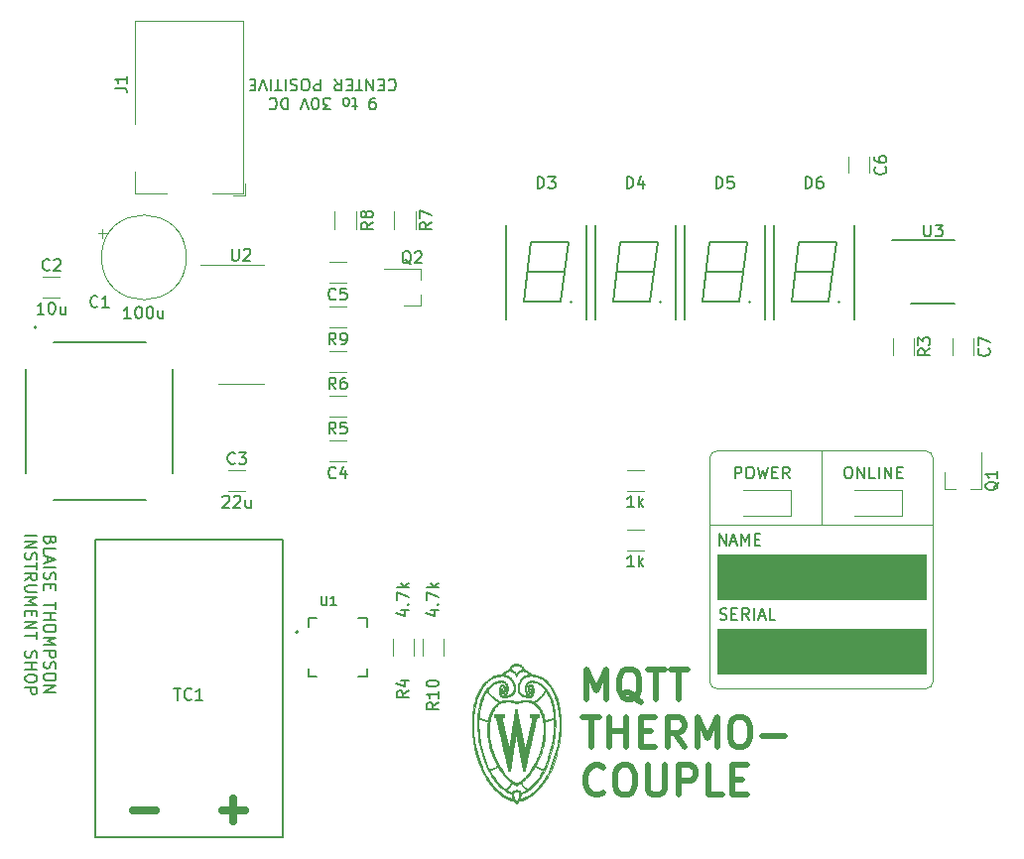
<source format=gbr>
%TF.GenerationSoftware,KiCad,Pcbnew,6.0.4+dfsg-1+b1*%
%TF.CreationDate,2022-04-22T12:30:22-05:00*%
%TF.ProjectId,mqtt-thermocouple,6d717474-2d74-4686-9572-6d6f636f7570,B*%
%TF.SameCoordinates,Original*%
%TF.FileFunction,Legend,Top*%
%TF.FilePolarity,Positive*%
%FSLAX46Y46*%
G04 Gerber Fmt 4.6, Leading zero omitted, Abs format (unit mm)*
G04 Created by KiCad (PCBNEW 6.0.4+dfsg-1+b1) date 2022-04-22 12:30:22*
%MOMM*%
%LPD*%
G01*
G04 APERTURE LIST*
%ADD10C,0.100000*%
%ADD11C,0.120000*%
%ADD12C,0.150000*%
%ADD13C,0.508000*%
%ADD14C,0.635000*%
%ADD15C,0.127000*%
%ADD16C,0.200000*%
%ADD17C,0.010000*%
G04 APERTURE END LIST*
D10*
G36*
X126365000Y-95250000D02*
G01*
X108585000Y-95250000D01*
X108585000Y-91440000D01*
X126365000Y-91440000D01*
X126365000Y-95250000D01*
G37*
X126365000Y-95250000D02*
X108585000Y-95250000D01*
X108585000Y-91440000D01*
X126365000Y-91440000D01*
X126365000Y-95250000D01*
D11*
X126365000Y-76200000D02*
X108585000Y-76200000D01*
X126365000Y-96520000D02*
X108585000Y-96520000D01*
X127000000Y-76835000D02*
X127000000Y-95885000D01*
X107950000Y-95885000D02*
X107950000Y-76835000D01*
X127000000Y-76835000D02*
G75*
G03*
X126365000Y-76200000I-635000J0D01*
G01*
X117475000Y-82550000D02*
X107950000Y-82550000D01*
X126365000Y-96520000D02*
G75*
G03*
X127000000Y-95885000I0J635000D01*
G01*
X117475000Y-82550000D02*
X127000000Y-82550000D01*
D10*
G36*
X126365000Y-88900000D02*
G01*
X108585000Y-88900000D01*
X108585000Y-85090000D01*
X126365000Y-85090000D01*
X126365000Y-88900000D01*
G37*
X126365000Y-88900000D02*
X108585000Y-88900000D01*
X108585000Y-85090000D01*
X126365000Y-85090000D01*
X126365000Y-88900000D01*
D11*
X108585000Y-76200000D02*
G75*
G03*
X107950000Y-76835000I0J-635000D01*
G01*
X117475000Y-76200000D02*
X117475000Y-82550000D01*
X107950000Y-95885000D02*
G75*
G03*
X108585000Y-96520000I635000J0D01*
G01*
D12*
X108815476Y-90574761D02*
X108958333Y-90622380D01*
X109196428Y-90622380D01*
X109291666Y-90574761D01*
X109339285Y-90527142D01*
X109386904Y-90431904D01*
X109386904Y-90336666D01*
X109339285Y-90241428D01*
X109291666Y-90193809D01*
X109196428Y-90146190D01*
X109005952Y-90098571D01*
X108910714Y-90050952D01*
X108863095Y-90003333D01*
X108815476Y-89908095D01*
X108815476Y-89812857D01*
X108863095Y-89717619D01*
X108910714Y-89670000D01*
X109005952Y-89622380D01*
X109244047Y-89622380D01*
X109386904Y-89670000D01*
X109815476Y-90098571D02*
X110148809Y-90098571D01*
X110291666Y-90622380D02*
X109815476Y-90622380D01*
X109815476Y-89622380D01*
X110291666Y-89622380D01*
X111291666Y-90622380D02*
X110958333Y-90146190D01*
X110720238Y-90622380D02*
X110720238Y-89622380D01*
X111101190Y-89622380D01*
X111196428Y-89670000D01*
X111244047Y-89717619D01*
X111291666Y-89812857D01*
X111291666Y-89955714D01*
X111244047Y-90050952D01*
X111196428Y-90098571D01*
X111101190Y-90146190D01*
X110720238Y-90146190D01*
X111720238Y-90622380D02*
X111720238Y-89622380D01*
X112148809Y-90336666D02*
X112625000Y-90336666D01*
X112053571Y-90622380D02*
X112386904Y-89622380D01*
X112720238Y-90622380D01*
X113529761Y-90622380D02*
X113053571Y-90622380D01*
X113053571Y-89622380D01*
X110085476Y-78557380D02*
X110085476Y-77557380D01*
X110466428Y-77557380D01*
X110561666Y-77605000D01*
X110609285Y-77652619D01*
X110656904Y-77747857D01*
X110656904Y-77890714D01*
X110609285Y-77985952D01*
X110561666Y-78033571D01*
X110466428Y-78081190D01*
X110085476Y-78081190D01*
X111275952Y-77557380D02*
X111466428Y-77557380D01*
X111561666Y-77605000D01*
X111656904Y-77700238D01*
X111704523Y-77890714D01*
X111704523Y-78224047D01*
X111656904Y-78414523D01*
X111561666Y-78509761D01*
X111466428Y-78557380D01*
X111275952Y-78557380D01*
X111180714Y-78509761D01*
X111085476Y-78414523D01*
X111037857Y-78224047D01*
X111037857Y-77890714D01*
X111085476Y-77700238D01*
X111180714Y-77605000D01*
X111275952Y-77557380D01*
X112037857Y-77557380D02*
X112275952Y-78557380D01*
X112466428Y-77843095D01*
X112656904Y-78557380D01*
X112895000Y-77557380D01*
X113275952Y-78033571D02*
X113609285Y-78033571D01*
X113752142Y-78557380D02*
X113275952Y-78557380D01*
X113275952Y-77557380D01*
X113752142Y-77557380D01*
X114752142Y-78557380D02*
X114418809Y-78081190D01*
X114180714Y-78557380D02*
X114180714Y-77557380D01*
X114561666Y-77557380D01*
X114656904Y-77605000D01*
X114704523Y-77652619D01*
X114752142Y-77747857D01*
X114752142Y-77890714D01*
X114704523Y-77985952D01*
X114656904Y-78033571D01*
X114561666Y-78081190D01*
X114180714Y-78081190D01*
X108751904Y-84272380D02*
X108751904Y-83272380D01*
X109323333Y-84272380D01*
X109323333Y-83272380D01*
X109751904Y-83986666D02*
X110228095Y-83986666D01*
X109656666Y-84272380D02*
X109990000Y-83272380D01*
X110323333Y-84272380D01*
X110656666Y-84272380D02*
X110656666Y-83272380D01*
X110990000Y-83986666D01*
X111323333Y-83272380D01*
X111323333Y-84272380D01*
X111799523Y-83748571D02*
X112132857Y-83748571D01*
X112275714Y-84272380D02*
X111799523Y-84272380D01*
X111799523Y-83272380D01*
X112275714Y-83272380D01*
X51676428Y-83836666D02*
X51628809Y-83979523D01*
X51581190Y-84027142D01*
X51485952Y-84074761D01*
X51343095Y-84074761D01*
X51247857Y-84027142D01*
X51200238Y-83979523D01*
X51152619Y-83884285D01*
X51152619Y-83503333D01*
X52152619Y-83503333D01*
X52152619Y-83836666D01*
X52105000Y-83931904D01*
X52057380Y-83979523D01*
X51962142Y-84027142D01*
X51866904Y-84027142D01*
X51771666Y-83979523D01*
X51724047Y-83931904D01*
X51676428Y-83836666D01*
X51676428Y-83503333D01*
X51152619Y-84979523D02*
X51152619Y-84503333D01*
X52152619Y-84503333D01*
X51438333Y-85265238D02*
X51438333Y-85741428D01*
X51152619Y-85170000D02*
X52152619Y-85503333D01*
X51152619Y-85836666D01*
X51152619Y-86170000D02*
X52152619Y-86170000D01*
X51200238Y-86598571D02*
X51152619Y-86741428D01*
X51152619Y-86979523D01*
X51200238Y-87074761D01*
X51247857Y-87122380D01*
X51343095Y-87170000D01*
X51438333Y-87170000D01*
X51533571Y-87122380D01*
X51581190Y-87074761D01*
X51628809Y-86979523D01*
X51676428Y-86789047D01*
X51724047Y-86693809D01*
X51771666Y-86646190D01*
X51866904Y-86598571D01*
X51962142Y-86598571D01*
X52057380Y-86646190D01*
X52105000Y-86693809D01*
X52152619Y-86789047D01*
X52152619Y-87027142D01*
X52105000Y-87170000D01*
X51676428Y-87598571D02*
X51676428Y-87931904D01*
X51152619Y-88074761D02*
X51152619Y-87598571D01*
X52152619Y-87598571D01*
X52152619Y-88074761D01*
X52152619Y-89122380D02*
X52152619Y-89693809D01*
X51152619Y-89408095D02*
X52152619Y-89408095D01*
X51152619Y-90027142D02*
X52152619Y-90027142D01*
X51676428Y-90027142D02*
X51676428Y-90598571D01*
X51152619Y-90598571D02*
X52152619Y-90598571D01*
X52152619Y-91265238D02*
X52152619Y-91455714D01*
X52105000Y-91550952D01*
X52009761Y-91646190D01*
X51819285Y-91693809D01*
X51485952Y-91693809D01*
X51295476Y-91646190D01*
X51200238Y-91550952D01*
X51152619Y-91455714D01*
X51152619Y-91265238D01*
X51200238Y-91170000D01*
X51295476Y-91074761D01*
X51485952Y-91027142D01*
X51819285Y-91027142D01*
X52009761Y-91074761D01*
X52105000Y-91170000D01*
X52152619Y-91265238D01*
X51152619Y-92122380D02*
X52152619Y-92122380D01*
X51438333Y-92455714D01*
X52152619Y-92789047D01*
X51152619Y-92789047D01*
X51152619Y-93265238D02*
X52152619Y-93265238D01*
X52152619Y-93646190D01*
X52105000Y-93741428D01*
X52057380Y-93789047D01*
X51962142Y-93836666D01*
X51819285Y-93836666D01*
X51724047Y-93789047D01*
X51676428Y-93741428D01*
X51628809Y-93646190D01*
X51628809Y-93265238D01*
X51200238Y-94217619D02*
X51152619Y-94360476D01*
X51152619Y-94598571D01*
X51200238Y-94693809D01*
X51247857Y-94741428D01*
X51343095Y-94789047D01*
X51438333Y-94789047D01*
X51533571Y-94741428D01*
X51581190Y-94693809D01*
X51628809Y-94598571D01*
X51676428Y-94408095D01*
X51724047Y-94312857D01*
X51771666Y-94265238D01*
X51866904Y-94217619D01*
X51962142Y-94217619D01*
X52057380Y-94265238D01*
X52105000Y-94312857D01*
X52152619Y-94408095D01*
X52152619Y-94646190D01*
X52105000Y-94789047D01*
X52152619Y-95408095D02*
X52152619Y-95598571D01*
X52105000Y-95693809D01*
X52009761Y-95789047D01*
X51819285Y-95836666D01*
X51485952Y-95836666D01*
X51295476Y-95789047D01*
X51200238Y-95693809D01*
X51152619Y-95598571D01*
X51152619Y-95408095D01*
X51200238Y-95312857D01*
X51295476Y-95217619D01*
X51485952Y-95170000D01*
X51819285Y-95170000D01*
X52009761Y-95217619D01*
X52105000Y-95312857D01*
X52152619Y-95408095D01*
X51152619Y-96265238D02*
X52152619Y-96265238D01*
X51152619Y-96836666D01*
X52152619Y-96836666D01*
X49542619Y-83431904D02*
X50542619Y-83431904D01*
X49542619Y-83908095D02*
X50542619Y-83908095D01*
X49542619Y-84479523D01*
X50542619Y-84479523D01*
X49590238Y-84908095D02*
X49542619Y-85050952D01*
X49542619Y-85289047D01*
X49590238Y-85384285D01*
X49637857Y-85431904D01*
X49733095Y-85479523D01*
X49828333Y-85479523D01*
X49923571Y-85431904D01*
X49971190Y-85384285D01*
X50018809Y-85289047D01*
X50066428Y-85098571D01*
X50114047Y-85003333D01*
X50161666Y-84955714D01*
X50256904Y-84908095D01*
X50352142Y-84908095D01*
X50447380Y-84955714D01*
X50495000Y-85003333D01*
X50542619Y-85098571D01*
X50542619Y-85336666D01*
X50495000Y-85479523D01*
X50542619Y-85765238D02*
X50542619Y-86336666D01*
X49542619Y-86050952D02*
X50542619Y-86050952D01*
X49542619Y-87241428D02*
X50018809Y-86908095D01*
X49542619Y-86670000D02*
X50542619Y-86670000D01*
X50542619Y-87050952D01*
X50495000Y-87146190D01*
X50447380Y-87193809D01*
X50352142Y-87241428D01*
X50209285Y-87241428D01*
X50114047Y-87193809D01*
X50066428Y-87146190D01*
X50018809Y-87050952D01*
X50018809Y-86670000D01*
X50542619Y-87670000D02*
X49733095Y-87670000D01*
X49637857Y-87717619D01*
X49590238Y-87765238D01*
X49542619Y-87860476D01*
X49542619Y-88050952D01*
X49590238Y-88146190D01*
X49637857Y-88193809D01*
X49733095Y-88241428D01*
X50542619Y-88241428D01*
X49542619Y-88717619D02*
X50542619Y-88717619D01*
X49828333Y-89050952D01*
X50542619Y-89384285D01*
X49542619Y-89384285D01*
X50066428Y-89860476D02*
X50066428Y-90193809D01*
X49542619Y-90336666D02*
X49542619Y-89860476D01*
X50542619Y-89860476D01*
X50542619Y-90336666D01*
X49542619Y-90765238D02*
X50542619Y-90765238D01*
X49542619Y-91336666D01*
X50542619Y-91336666D01*
X50542619Y-91670000D02*
X50542619Y-92241428D01*
X49542619Y-91955714D02*
X50542619Y-91955714D01*
X49590238Y-93289047D02*
X49542619Y-93431904D01*
X49542619Y-93670000D01*
X49590238Y-93765238D01*
X49637857Y-93812857D01*
X49733095Y-93860476D01*
X49828333Y-93860476D01*
X49923571Y-93812857D01*
X49971190Y-93765238D01*
X50018809Y-93670000D01*
X50066428Y-93479523D01*
X50114047Y-93384285D01*
X50161666Y-93336666D01*
X50256904Y-93289047D01*
X50352142Y-93289047D01*
X50447380Y-93336666D01*
X50495000Y-93384285D01*
X50542619Y-93479523D01*
X50542619Y-93717619D01*
X50495000Y-93860476D01*
X49542619Y-94289047D02*
X50542619Y-94289047D01*
X50066428Y-94289047D02*
X50066428Y-94860476D01*
X49542619Y-94860476D02*
X50542619Y-94860476D01*
X50542619Y-95527142D02*
X50542619Y-95717619D01*
X50495000Y-95812857D01*
X50399761Y-95908095D01*
X50209285Y-95955714D01*
X49875952Y-95955714D01*
X49685476Y-95908095D01*
X49590238Y-95812857D01*
X49542619Y-95717619D01*
X49542619Y-95527142D01*
X49590238Y-95431904D01*
X49685476Y-95336666D01*
X49875952Y-95289047D01*
X50209285Y-95289047D01*
X50399761Y-95336666D01*
X50495000Y-95431904D01*
X50542619Y-95527142D01*
X49542619Y-96384285D02*
X50542619Y-96384285D01*
X50542619Y-96765238D01*
X50495000Y-96860476D01*
X50447380Y-96908095D01*
X50352142Y-96955714D01*
X50209285Y-96955714D01*
X50114047Y-96908095D01*
X50066428Y-96860476D01*
X50018809Y-96765238D01*
X50018809Y-96384285D01*
D13*
X97454961Y-97389647D02*
X97454961Y-94849647D01*
X98301628Y-96663933D01*
X99148295Y-94849647D01*
X99148295Y-97389647D01*
X102051152Y-97631552D02*
X101809247Y-97510600D01*
X101567342Y-97268695D01*
X101204485Y-96905838D01*
X100962580Y-96784885D01*
X100720676Y-96784885D01*
X100841628Y-97389647D02*
X100599723Y-97268695D01*
X100357819Y-97026790D01*
X100236866Y-96542980D01*
X100236866Y-95696314D01*
X100357819Y-95212504D01*
X100599723Y-94970600D01*
X100841628Y-94849647D01*
X101325438Y-94849647D01*
X101567342Y-94970600D01*
X101809247Y-95212504D01*
X101930200Y-95696314D01*
X101930200Y-96542980D01*
X101809247Y-97026790D01*
X101567342Y-97268695D01*
X101325438Y-97389647D01*
X100841628Y-97389647D01*
X102655914Y-94849647D02*
X104107342Y-94849647D01*
X103381628Y-97389647D02*
X103381628Y-94849647D01*
X104591152Y-94849647D02*
X106042580Y-94849647D01*
X105316866Y-97389647D02*
X105316866Y-94849647D01*
X97092104Y-98939047D02*
X98543533Y-98939047D01*
X97817819Y-101479047D02*
X97817819Y-98939047D01*
X99390200Y-101479047D02*
X99390200Y-98939047D01*
X99390200Y-100148571D02*
X100841628Y-100148571D01*
X100841628Y-101479047D02*
X100841628Y-98939047D01*
X102051152Y-100148571D02*
X102897819Y-100148571D01*
X103260676Y-101479047D02*
X102051152Y-101479047D01*
X102051152Y-98939047D01*
X103260676Y-98939047D01*
X105800676Y-101479047D02*
X104954009Y-100269523D01*
X104349247Y-101479047D02*
X104349247Y-98939047D01*
X105316866Y-98939047D01*
X105558771Y-99060000D01*
X105679723Y-99180952D01*
X105800676Y-99422857D01*
X105800676Y-99785714D01*
X105679723Y-100027619D01*
X105558771Y-100148571D01*
X105316866Y-100269523D01*
X104349247Y-100269523D01*
X106889247Y-101479047D02*
X106889247Y-98939047D01*
X107735914Y-100753333D01*
X108582580Y-98939047D01*
X108582580Y-101479047D01*
X110275914Y-98939047D02*
X110759723Y-98939047D01*
X111001628Y-99060000D01*
X111243533Y-99301904D01*
X111364485Y-99785714D01*
X111364485Y-100632380D01*
X111243533Y-101116190D01*
X111001628Y-101358095D01*
X110759723Y-101479047D01*
X110275914Y-101479047D01*
X110034009Y-101358095D01*
X109792104Y-101116190D01*
X109671152Y-100632380D01*
X109671152Y-99785714D01*
X109792104Y-99301904D01*
X110034009Y-99060000D01*
X110275914Y-98939047D01*
X112453057Y-100511428D02*
X114388295Y-100511428D01*
X98906390Y-105326542D02*
X98785438Y-105447495D01*
X98422580Y-105568447D01*
X98180676Y-105568447D01*
X97817819Y-105447495D01*
X97575914Y-105205590D01*
X97454961Y-104963685D01*
X97334009Y-104479876D01*
X97334009Y-104117019D01*
X97454961Y-103633209D01*
X97575914Y-103391304D01*
X97817819Y-103149400D01*
X98180676Y-103028447D01*
X98422580Y-103028447D01*
X98785438Y-103149400D01*
X98906390Y-103270352D01*
X100478771Y-103028447D02*
X100962580Y-103028447D01*
X101204485Y-103149400D01*
X101446390Y-103391304D01*
X101567342Y-103875114D01*
X101567342Y-104721780D01*
X101446390Y-105205590D01*
X101204485Y-105447495D01*
X100962580Y-105568447D01*
X100478771Y-105568447D01*
X100236866Y-105447495D01*
X99994961Y-105205590D01*
X99874009Y-104721780D01*
X99874009Y-103875114D01*
X99994961Y-103391304D01*
X100236866Y-103149400D01*
X100478771Y-103028447D01*
X102655914Y-103028447D02*
X102655914Y-105084638D01*
X102776866Y-105326542D01*
X102897819Y-105447495D01*
X103139723Y-105568447D01*
X103623533Y-105568447D01*
X103865438Y-105447495D01*
X103986390Y-105326542D01*
X104107342Y-105084638D01*
X104107342Y-103028447D01*
X105316866Y-105568447D02*
X105316866Y-103028447D01*
X106284485Y-103028447D01*
X106526390Y-103149400D01*
X106647342Y-103270352D01*
X106768295Y-103512257D01*
X106768295Y-103875114D01*
X106647342Y-104117019D01*
X106526390Y-104237971D01*
X106284485Y-104358923D01*
X105316866Y-104358923D01*
X109066390Y-105568447D02*
X107856866Y-105568447D01*
X107856866Y-103028447D01*
X109913057Y-104237971D02*
X110759723Y-104237971D01*
X111122580Y-105568447D02*
X109913057Y-105568447D01*
X109913057Y-103028447D01*
X111122580Y-103028447D01*
D12*
X79382380Y-46072619D02*
X79191904Y-46072619D01*
X79096666Y-46120238D01*
X79049047Y-46167857D01*
X78953809Y-46310714D01*
X78906190Y-46501190D01*
X78906190Y-46882142D01*
X78953809Y-46977380D01*
X79001428Y-47025000D01*
X79096666Y-47072619D01*
X79287142Y-47072619D01*
X79382380Y-47025000D01*
X79430000Y-46977380D01*
X79477619Y-46882142D01*
X79477619Y-46644047D01*
X79430000Y-46548809D01*
X79382380Y-46501190D01*
X79287142Y-46453571D01*
X79096666Y-46453571D01*
X79001428Y-46501190D01*
X78953809Y-46548809D01*
X78906190Y-46644047D01*
X77858571Y-46739285D02*
X77477619Y-46739285D01*
X77715714Y-47072619D02*
X77715714Y-46215476D01*
X77668095Y-46120238D01*
X77572857Y-46072619D01*
X77477619Y-46072619D01*
X77001428Y-46072619D02*
X77096666Y-46120238D01*
X77144285Y-46167857D01*
X77191904Y-46263095D01*
X77191904Y-46548809D01*
X77144285Y-46644047D01*
X77096666Y-46691666D01*
X77001428Y-46739285D01*
X76858571Y-46739285D01*
X76763333Y-46691666D01*
X76715714Y-46644047D01*
X76668095Y-46548809D01*
X76668095Y-46263095D01*
X76715714Y-46167857D01*
X76763333Y-46120238D01*
X76858571Y-46072619D01*
X77001428Y-46072619D01*
X75572857Y-47072619D02*
X74953809Y-47072619D01*
X75287142Y-46691666D01*
X75144285Y-46691666D01*
X75049047Y-46644047D01*
X75001428Y-46596428D01*
X74953809Y-46501190D01*
X74953809Y-46263095D01*
X75001428Y-46167857D01*
X75049047Y-46120238D01*
X75144285Y-46072619D01*
X75430000Y-46072619D01*
X75525238Y-46120238D01*
X75572857Y-46167857D01*
X74334761Y-47072619D02*
X74239523Y-47072619D01*
X74144285Y-47025000D01*
X74096666Y-46977380D01*
X74049047Y-46882142D01*
X74001428Y-46691666D01*
X74001428Y-46453571D01*
X74049047Y-46263095D01*
X74096666Y-46167857D01*
X74144285Y-46120238D01*
X74239523Y-46072619D01*
X74334761Y-46072619D01*
X74430000Y-46120238D01*
X74477619Y-46167857D01*
X74525238Y-46263095D01*
X74572857Y-46453571D01*
X74572857Y-46691666D01*
X74525238Y-46882142D01*
X74477619Y-46977380D01*
X74430000Y-47025000D01*
X74334761Y-47072619D01*
X73715714Y-47072619D02*
X73382380Y-46072619D01*
X73049047Y-47072619D01*
X71953809Y-46072619D02*
X71953809Y-47072619D01*
X71715714Y-47072619D01*
X71572857Y-47025000D01*
X71477619Y-46929761D01*
X71430000Y-46834523D01*
X71382380Y-46644047D01*
X71382380Y-46501190D01*
X71430000Y-46310714D01*
X71477619Y-46215476D01*
X71572857Y-46120238D01*
X71715714Y-46072619D01*
X71953809Y-46072619D01*
X70382380Y-46167857D02*
X70430000Y-46120238D01*
X70572857Y-46072619D01*
X70668095Y-46072619D01*
X70810952Y-46120238D01*
X70906190Y-46215476D01*
X70953809Y-46310714D01*
X71001428Y-46501190D01*
X71001428Y-46644047D01*
X70953809Y-46834523D01*
X70906190Y-46929761D01*
X70810952Y-47025000D01*
X70668095Y-47072619D01*
X70572857Y-47072619D01*
X70430000Y-47025000D01*
X70382380Y-46977380D01*
X80549047Y-44557857D02*
X80596666Y-44510238D01*
X80739523Y-44462619D01*
X80834761Y-44462619D01*
X80977619Y-44510238D01*
X81072857Y-44605476D01*
X81120476Y-44700714D01*
X81168095Y-44891190D01*
X81168095Y-45034047D01*
X81120476Y-45224523D01*
X81072857Y-45319761D01*
X80977619Y-45415000D01*
X80834761Y-45462619D01*
X80739523Y-45462619D01*
X80596666Y-45415000D01*
X80549047Y-45367380D01*
X80120476Y-44986428D02*
X79787142Y-44986428D01*
X79644285Y-44462619D02*
X80120476Y-44462619D01*
X80120476Y-45462619D01*
X79644285Y-45462619D01*
X79215714Y-44462619D02*
X79215714Y-45462619D01*
X78644285Y-44462619D01*
X78644285Y-45462619D01*
X78310952Y-45462619D02*
X77739523Y-45462619D01*
X78025238Y-44462619D02*
X78025238Y-45462619D01*
X77406190Y-44986428D02*
X77072857Y-44986428D01*
X76930000Y-44462619D02*
X77406190Y-44462619D01*
X77406190Y-45462619D01*
X76930000Y-45462619D01*
X75930000Y-44462619D02*
X76263333Y-44938809D01*
X76501428Y-44462619D02*
X76501428Y-45462619D01*
X76120476Y-45462619D01*
X76025238Y-45415000D01*
X75977619Y-45367380D01*
X75930000Y-45272142D01*
X75930000Y-45129285D01*
X75977619Y-45034047D01*
X76025238Y-44986428D01*
X76120476Y-44938809D01*
X76501428Y-44938809D01*
X74739523Y-44462619D02*
X74739523Y-45462619D01*
X74358571Y-45462619D01*
X74263333Y-45415000D01*
X74215714Y-45367380D01*
X74168095Y-45272142D01*
X74168095Y-45129285D01*
X74215714Y-45034047D01*
X74263333Y-44986428D01*
X74358571Y-44938809D01*
X74739523Y-44938809D01*
X73549047Y-45462619D02*
X73358571Y-45462619D01*
X73263333Y-45415000D01*
X73168095Y-45319761D01*
X73120476Y-45129285D01*
X73120476Y-44795952D01*
X73168095Y-44605476D01*
X73263333Y-44510238D01*
X73358571Y-44462619D01*
X73549047Y-44462619D01*
X73644285Y-44510238D01*
X73739523Y-44605476D01*
X73787142Y-44795952D01*
X73787142Y-45129285D01*
X73739523Y-45319761D01*
X73644285Y-45415000D01*
X73549047Y-45462619D01*
X72739523Y-44510238D02*
X72596666Y-44462619D01*
X72358571Y-44462619D01*
X72263333Y-44510238D01*
X72215714Y-44557857D01*
X72168095Y-44653095D01*
X72168095Y-44748333D01*
X72215714Y-44843571D01*
X72263333Y-44891190D01*
X72358571Y-44938809D01*
X72549047Y-44986428D01*
X72644285Y-45034047D01*
X72691904Y-45081666D01*
X72739523Y-45176904D01*
X72739523Y-45272142D01*
X72691904Y-45367380D01*
X72644285Y-45415000D01*
X72549047Y-45462619D01*
X72310952Y-45462619D01*
X72168095Y-45415000D01*
X71739523Y-44462619D02*
X71739523Y-45462619D01*
X71406190Y-45462619D02*
X70834761Y-45462619D01*
X71120476Y-44462619D02*
X71120476Y-45462619D01*
X70501428Y-44462619D02*
X70501428Y-45462619D01*
X70168095Y-45462619D02*
X69834761Y-44462619D01*
X69501428Y-45462619D01*
X69168095Y-44986428D02*
X68834761Y-44986428D01*
X68691904Y-44462619D02*
X69168095Y-44462619D01*
X69168095Y-45462619D01*
X68691904Y-45462619D01*
X119681904Y-77557380D02*
X119872380Y-77557380D01*
X119967619Y-77605000D01*
X120062857Y-77700238D01*
X120110476Y-77890714D01*
X120110476Y-78224047D01*
X120062857Y-78414523D01*
X119967619Y-78509761D01*
X119872380Y-78557380D01*
X119681904Y-78557380D01*
X119586666Y-78509761D01*
X119491428Y-78414523D01*
X119443809Y-78224047D01*
X119443809Y-77890714D01*
X119491428Y-77700238D01*
X119586666Y-77605000D01*
X119681904Y-77557380D01*
X120539047Y-78557380D02*
X120539047Y-77557380D01*
X121110476Y-78557380D01*
X121110476Y-77557380D01*
X122062857Y-78557380D02*
X121586666Y-78557380D01*
X121586666Y-77557380D01*
X122396190Y-78557380D02*
X122396190Y-77557380D01*
X122872380Y-78557380D02*
X122872380Y-77557380D01*
X123443809Y-78557380D01*
X123443809Y-77557380D01*
X123920000Y-78033571D02*
X124253333Y-78033571D01*
X124396190Y-78557380D02*
X123920000Y-78557380D01*
X123920000Y-77557380D01*
X124396190Y-77557380D01*
%TO.C,J1*%
X57202380Y-45223333D02*
X57916666Y-45223333D01*
X58059523Y-45270952D01*
X58154761Y-45366190D01*
X58202380Y-45509047D01*
X58202380Y-45604285D01*
X58202380Y-44223333D02*
X58202380Y-44794761D01*
X58202380Y-44509047D02*
X57202380Y-44509047D01*
X57345238Y-44604285D01*
X57440476Y-44699523D01*
X57488095Y-44794761D01*
%TO.C,C3*%
X67435833Y-77247142D02*
X67388214Y-77294761D01*
X67245357Y-77342380D01*
X67150119Y-77342380D01*
X67007261Y-77294761D01*
X66912023Y-77199523D01*
X66864404Y-77104285D01*
X66816785Y-76913809D01*
X66816785Y-76770952D01*
X66864404Y-76580476D01*
X66912023Y-76485238D01*
X67007261Y-76390000D01*
X67150119Y-76342380D01*
X67245357Y-76342380D01*
X67388214Y-76390000D01*
X67435833Y-76437619D01*
X67769166Y-76342380D02*
X68388214Y-76342380D01*
X68054880Y-76723333D01*
X68197738Y-76723333D01*
X68292976Y-76770952D01*
X68340595Y-76818571D01*
X68388214Y-76913809D01*
X68388214Y-77151904D01*
X68340595Y-77247142D01*
X68292976Y-77294761D01*
X68197738Y-77342380D01*
X67912023Y-77342380D01*
X67816785Y-77294761D01*
X67769166Y-77247142D01*
X66388214Y-80137619D02*
X66435833Y-80090000D01*
X66531071Y-80042380D01*
X66769166Y-80042380D01*
X66864404Y-80090000D01*
X66912023Y-80137619D01*
X66959642Y-80232857D01*
X66959642Y-80328095D01*
X66912023Y-80470952D01*
X66340595Y-81042380D01*
X66959642Y-81042380D01*
X67340595Y-80137619D02*
X67388214Y-80090000D01*
X67483452Y-80042380D01*
X67721547Y-80042380D01*
X67816785Y-80090000D01*
X67864404Y-80137619D01*
X67912023Y-80232857D01*
X67912023Y-80328095D01*
X67864404Y-80470952D01*
X67292976Y-81042380D01*
X67912023Y-81042380D01*
X68769166Y-80375714D02*
X68769166Y-81042380D01*
X68340595Y-80375714D02*
X68340595Y-80899523D01*
X68388214Y-80994761D01*
X68483452Y-81042380D01*
X68626309Y-81042380D01*
X68721547Y-80994761D01*
X68769166Y-80947142D01*
%TO.C,R1*%
X101480952Y-81012380D02*
X100909523Y-81012380D01*
X101195238Y-81012380D02*
X101195238Y-80012380D01*
X101100000Y-80155238D01*
X101004761Y-80250476D01*
X100909523Y-80298095D01*
X101909523Y-81012380D02*
X101909523Y-80012380D01*
X102004761Y-80631428D02*
X102290476Y-81012380D01*
X102290476Y-80345714D02*
X101909523Y-80726666D01*
%TO.C,C1*%
X55713333Y-63857142D02*
X55665714Y-63904761D01*
X55522857Y-63952380D01*
X55427619Y-63952380D01*
X55284761Y-63904761D01*
X55189523Y-63809523D01*
X55141904Y-63714285D01*
X55094285Y-63523809D01*
X55094285Y-63380952D01*
X55141904Y-63190476D01*
X55189523Y-63095238D01*
X55284761Y-63000000D01*
X55427619Y-62952380D01*
X55522857Y-62952380D01*
X55665714Y-63000000D01*
X55713333Y-63047619D01*
X56665714Y-63952380D02*
X56094285Y-63952380D01*
X56380000Y-63952380D02*
X56380000Y-62952380D01*
X56284761Y-63095238D01*
X56189523Y-63190476D01*
X56094285Y-63238095D01*
X58550952Y-64892380D02*
X57979523Y-64892380D01*
X58265238Y-64892380D02*
X58265238Y-63892380D01*
X58170000Y-64035238D01*
X58074761Y-64130476D01*
X57979523Y-64178095D01*
X59170000Y-63892380D02*
X59265238Y-63892380D01*
X59360476Y-63940000D01*
X59408095Y-63987619D01*
X59455714Y-64082857D01*
X59503333Y-64273333D01*
X59503333Y-64511428D01*
X59455714Y-64701904D01*
X59408095Y-64797142D01*
X59360476Y-64844761D01*
X59265238Y-64892380D01*
X59170000Y-64892380D01*
X59074761Y-64844761D01*
X59027142Y-64797142D01*
X58979523Y-64701904D01*
X58931904Y-64511428D01*
X58931904Y-64273333D01*
X58979523Y-64082857D01*
X59027142Y-63987619D01*
X59074761Y-63940000D01*
X59170000Y-63892380D01*
X60122380Y-63892380D02*
X60217619Y-63892380D01*
X60312857Y-63940000D01*
X60360476Y-63987619D01*
X60408095Y-64082857D01*
X60455714Y-64273333D01*
X60455714Y-64511428D01*
X60408095Y-64701904D01*
X60360476Y-64797142D01*
X60312857Y-64844761D01*
X60217619Y-64892380D01*
X60122380Y-64892380D01*
X60027142Y-64844761D01*
X59979523Y-64797142D01*
X59931904Y-64701904D01*
X59884285Y-64511428D01*
X59884285Y-64273333D01*
X59931904Y-64082857D01*
X59979523Y-63987619D01*
X60027142Y-63940000D01*
X60122380Y-63892380D01*
X61312857Y-64225714D02*
X61312857Y-64892380D01*
X60884285Y-64225714D02*
X60884285Y-64749523D01*
X60931904Y-64844761D01*
X61027142Y-64892380D01*
X61170000Y-64892380D01*
X61265238Y-64844761D01*
X61312857Y-64797142D01*
%TO.C,C2*%
X51610833Y-60737142D02*
X51563214Y-60784761D01*
X51420357Y-60832380D01*
X51325119Y-60832380D01*
X51182261Y-60784761D01*
X51087023Y-60689523D01*
X51039404Y-60594285D01*
X50991785Y-60403809D01*
X50991785Y-60260952D01*
X51039404Y-60070476D01*
X51087023Y-59975238D01*
X51182261Y-59880000D01*
X51325119Y-59832380D01*
X51420357Y-59832380D01*
X51563214Y-59880000D01*
X51610833Y-59927619D01*
X51991785Y-59927619D02*
X52039404Y-59880000D01*
X52134642Y-59832380D01*
X52372738Y-59832380D01*
X52467976Y-59880000D01*
X52515595Y-59927619D01*
X52563214Y-60022857D01*
X52563214Y-60118095D01*
X52515595Y-60260952D01*
X51944166Y-60832380D01*
X52563214Y-60832380D01*
X51134642Y-64532380D02*
X50563214Y-64532380D01*
X50848928Y-64532380D02*
X50848928Y-63532380D01*
X50753690Y-63675238D01*
X50658452Y-63770476D01*
X50563214Y-63818095D01*
X51753690Y-63532380D02*
X51848928Y-63532380D01*
X51944166Y-63580000D01*
X51991785Y-63627619D01*
X52039404Y-63722857D01*
X52087023Y-63913333D01*
X52087023Y-64151428D01*
X52039404Y-64341904D01*
X51991785Y-64437142D01*
X51944166Y-64484761D01*
X51848928Y-64532380D01*
X51753690Y-64532380D01*
X51658452Y-64484761D01*
X51610833Y-64437142D01*
X51563214Y-64341904D01*
X51515595Y-64151428D01*
X51515595Y-63913333D01*
X51563214Y-63722857D01*
X51610833Y-63627619D01*
X51658452Y-63580000D01*
X51753690Y-63532380D01*
X52944166Y-63865714D02*
X52944166Y-64532380D01*
X52515595Y-63865714D02*
X52515595Y-64389523D01*
X52563214Y-64484761D01*
X52658452Y-64532380D01*
X52801309Y-64532380D01*
X52896547Y-64484761D01*
X52944166Y-64437142D01*
%TO.C,U2*%
X67183095Y-58957380D02*
X67183095Y-59766904D01*
X67230714Y-59862142D01*
X67278333Y-59909761D01*
X67373571Y-59957380D01*
X67564047Y-59957380D01*
X67659285Y-59909761D01*
X67706904Y-59862142D01*
X67754523Y-59766904D01*
X67754523Y-58957380D01*
X68183095Y-59052619D02*
X68230714Y-59005000D01*
X68325952Y-58957380D01*
X68564047Y-58957380D01*
X68659285Y-59005000D01*
X68706904Y-59052619D01*
X68754523Y-59147857D01*
X68754523Y-59243095D01*
X68706904Y-59385952D01*
X68135476Y-59957380D01*
X68754523Y-59957380D01*
%TO.C,C4*%
X76033333Y-78462142D02*
X75985714Y-78509761D01*
X75842857Y-78557380D01*
X75747619Y-78557380D01*
X75604761Y-78509761D01*
X75509523Y-78414523D01*
X75461904Y-78319285D01*
X75414285Y-78128809D01*
X75414285Y-77985952D01*
X75461904Y-77795476D01*
X75509523Y-77700238D01*
X75604761Y-77605000D01*
X75747619Y-77557380D01*
X75842857Y-77557380D01*
X75985714Y-77605000D01*
X76033333Y-77652619D01*
X76890476Y-77890714D02*
X76890476Y-78557380D01*
X76652380Y-77509761D02*
X76414285Y-78224047D01*
X77033333Y-78224047D01*
%TO.C,C5*%
X76033333Y-63222142D02*
X75985714Y-63269761D01*
X75842857Y-63317380D01*
X75747619Y-63317380D01*
X75604761Y-63269761D01*
X75509523Y-63174523D01*
X75461904Y-63079285D01*
X75414285Y-62888809D01*
X75414285Y-62745952D01*
X75461904Y-62555476D01*
X75509523Y-62460238D01*
X75604761Y-62365000D01*
X75747619Y-62317380D01*
X75842857Y-62317380D01*
X75985714Y-62365000D01*
X76033333Y-62412619D01*
X76938095Y-62317380D02*
X76461904Y-62317380D01*
X76414285Y-62793571D01*
X76461904Y-62745952D01*
X76557142Y-62698333D01*
X76795238Y-62698333D01*
X76890476Y-62745952D01*
X76938095Y-62793571D01*
X76985714Y-62888809D01*
X76985714Y-63126904D01*
X76938095Y-63222142D01*
X76890476Y-63269761D01*
X76795238Y-63317380D01*
X76557142Y-63317380D01*
X76461904Y-63269761D01*
X76414285Y-63222142D01*
%TO.C,R5*%
X76033333Y-74747380D02*
X75700000Y-74271190D01*
X75461904Y-74747380D02*
X75461904Y-73747380D01*
X75842857Y-73747380D01*
X75938095Y-73795000D01*
X75985714Y-73842619D01*
X76033333Y-73937857D01*
X76033333Y-74080714D01*
X75985714Y-74175952D01*
X75938095Y-74223571D01*
X75842857Y-74271190D01*
X75461904Y-74271190D01*
X76938095Y-73747380D02*
X76461904Y-73747380D01*
X76414285Y-74223571D01*
X76461904Y-74175952D01*
X76557142Y-74128333D01*
X76795238Y-74128333D01*
X76890476Y-74175952D01*
X76938095Y-74223571D01*
X76985714Y-74318809D01*
X76985714Y-74556904D01*
X76938095Y-74652142D01*
X76890476Y-74699761D01*
X76795238Y-74747380D01*
X76557142Y-74747380D01*
X76461904Y-74699761D01*
X76414285Y-74652142D01*
%TO.C,R6*%
X76033333Y-70937380D02*
X75700000Y-70461190D01*
X75461904Y-70937380D02*
X75461904Y-69937380D01*
X75842857Y-69937380D01*
X75938095Y-69985000D01*
X75985714Y-70032619D01*
X76033333Y-70127857D01*
X76033333Y-70270714D01*
X75985714Y-70365952D01*
X75938095Y-70413571D01*
X75842857Y-70461190D01*
X75461904Y-70461190D01*
X76890476Y-69937380D02*
X76700000Y-69937380D01*
X76604761Y-69985000D01*
X76557142Y-70032619D01*
X76461904Y-70175476D01*
X76414285Y-70365952D01*
X76414285Y-70746904D01*
X76461904Y-70842142D01*
X76509523Y-70889761D01*
X76604761Y-70937380D01*
X76795238Y-70937380D01*
X76890476Y-70889761D01*
X76938095Y-70842142D01*
X76985714Y-70746904D01*
X76985714Y-70508809D01*
X76938095Y-70413571D01*
X76890476Y-70365952D01*
X76795238Y-70318333D01*
X76604761Y-70318333D01*
X76509523Y-70365952D01*
X76461904Y-70413571D01*
X76414285Y-70508809D01*
%TO.C,R7*%
X84187380Y-56681666D02*
X83711190Y-57015000D01*
X84187380Y-57253095D02*
X83187380Y-57253095D01*
X83187380Y-56872142D01*
X83235000Y-56776904D01*
X83282619Y-56729285D01*
X83377857Y-56681666D01*
X83520714Y-56681666D01*
X83615952Y-56729285D01*
X83663571Y-56776904D01*
X83711190Y-56872142D01*
X83711190Y-57253095D01*
X83187380Y-56348333D02*
X83187380Y-55681666D01*
X84187380Y-56110238D01*
%TO.C,R8*%
X79192380Y-56681666D02*
X78716190Y-57015000D01*
X79192380Y-57253095D02*
X78192380Y-57253095D01*
X78192380Y-56872142D01*
X78240000Y-56776904D01*
X78287619Y-56729285D01*
X78382857Y-56681666D01*
X78525714Y-56681666D01*
X78620952Y-56729285D01*
X78668571Y-56776904D01*
X78716190Y-56872142D01*
X78716190Y-57253095D01*
X78620952Y-56110238D02*
X78573333Y-56205476D01*
X78525714Y-56253095D01*
X78430476Y-56300714D01*
X78382857Y-56300714D01*
X78287619Y-56253095D01*
X78240000Y-56205476D01*
X78192380Y-56110238D01*
X78192380Y-55919761D01*
X78240000Y-55824523D01*
X78287619Y-55776904D01*
X78382857Y-55729285D01*
X78430476Y-55729285D01*
X78525714Y-55776904D01*
X78573333Y-55824523D01*
X78620952Y-55919761D01*
X78620952Y-56110238D01*
X78668571Y-56205476D01*
X78716190Y-56253095D01*
X78811428Y-56300714D01*
X79001904Y-56300714D01*
X79097142Y-56253095D01*
X79144761Y-56205476D01*
X79192380Y-56110238D01*
X79192380Y-55919761D01*
X79144761Y-55824523D01*
X79097142Y-55776904D01*
X79001904Y-55729285D01*
X78811428Y-55729285D01*
X78716190Y-55776904D01*
X78668571Y-55824523D01*
X78620952Y-55919761D01*
%TO.C,R9*%
X76033333Y-67127380D02*
X75700000Y-66651190D01*
X75461904Y-67127380D02*
X75461904Y-66127380D01*
X75842857Y-66127380D01*
X75938095Y-66175000D01*
X75985714Y-66222619D01*
X76033333Y-66317857D01*
X76033333Y-66460714D01*
X75985714Y-66555952D01*
X75938095Y-66603571D01*
X75842857Y-66651190D01*
X75461904Y-66651190D01*
X76509523Y-67127380D02*
X76700000Y-67127380D01*
X76795238Y-67079761D01*
X76842857Y-67032142D01*
X76938095Y-66889285D01*
X76985714Y-66698809D01*
X76985714Y-66317857D01*
X76938095Y-66222619D01*
X76890476Y-66175000D01*
X76795238Y-66127380D01*
X76604761Y-66127380D01*
X76509523Y-66175000D01*
X76461904Y-66222619D01*
X76414285Y-66317857D01*
X76414285Y-66555952D01*
X76461904Y-66651190D01*
X76509523Y-66698809D01*
X76604761Y-66746428D01*
X76795238Y-66746428D01*
X76890476Y-66698809D01*
X76938095Y-66651190D01*
X76985714Y-66555952D01*
%TO.C,Q2*%
X82454761Y-60277619D02*
X82359523Y-60230000D01*
X82264285Y-60134761D01*
X82121428Y-59991904D01*
X82026190Y-59944285D01*
X81930952Y-59944285D01*
X81978571Y-60182380D02*
X81883333Y-60134761D01*
X81788095Y-60039523D01*
X81740476Y-59849047D01*
X81740476Y-59515714D01*
X81788095Y-59325238D01*
X81883333Y-59230000D01*
X81978571Y-59182380D01*
X82169047Y-59182380D01*
X82264285Y-59230000D01*
X82359523Y-59325238D01*
X82407142Y-59515714D01*
X82407142Y-59849047D01*
X82359523Y-60039523D01*
X82264285Y-60134761D01*
X82169047Y-60182380D01*
X81978571Y-60182380D01*
X82788095Y-59277619D02*
X82835714Y-59230000D01*
X82930952Y-59182380D01*
X83169047Y-59182380D01*
X83264285Y-59230000D01*
X83311904Y-59277619D01*
X83359523Y-59372857D01*
X83359523Y-59468095D01*
X83311904Y-59610952D01*
X82740476Y-60182380D01*
X83359523Y-60182380D01*
%TO.C,Q1*%
X132587619Y-78835238D02*
X132540000Y-78930476D01*
X132444761Y-79025714D01*
X132301904Y-79168571D01*
X132254285Y-79263809D01*
X132254285Y-79359047D01*
X132492380Y-79311428D02*
X132444761Y-79406666D01*
X132349523Y-79501904D01*
X132159047Y-79549523D01*
X131825714Y-79549523D01*
X131635238Y-79501904D01*
X131540000Y-79406666D01*
X131492380Y-79311428D01*
X131492380Y-79120952D01*
X131540000Y-79025714D01*
X131635238Y-78930476D01*
X131825714Y-78882857D01*
X132159047Y-78882857D01*
X132349523Y-78930476D01*
X132444761Y-79025714D01*
X132492380Y-79120952D01*
X132492380Y-79311428D01*
X132492380Y-77930476D02*
X132492380Y-78501904D01*
X132492380Y-78216190D02*
X131492380Y-78216190D01*
X131635238Y-78311428D01*
X131730476Y-78406666D01*
X131778095Y-78501904D01*
%TO.C,R2*%
X101480952Y-86092380D02*
X100909523Y-86092380D01*
X101195238Y-86092380D02*
X101195238Y-85092380D01*
X101100000Y-85235238D01*
X101004761Y-85330476D01*
X100909523Y-85378095D01*
X101909523Y-86092380D02*
X101909523Y-85092380D01*
X102004761Y-85711428D02*
X102290476Y-86092380D01*
X102290476Y-85425714D02*
X101909523Y-85806666D01*
%TO.C,U1*%
X74820476Y-88563904D02*
X74820476Y-89211523D01*
X74858571Y-89287714D01*
X74896666Y-89325809D01*
X74972857Y-89363904D01*
X75125238Y-89363904D01*
X75201428Y-89325809D01*
X75239523Y-89287714D01*
X75277619Y-89211523D01*
X75277619Y-88563904D01*
X76077619Y-89363904D02*
X75620476Y-89363904D01*
X75849047Y-89363904D02*
X75849047Y-88563904D01*
X75772857Y-88678190D01*
X75696666Y-88754380D01*
X75620476Y-88792476D01*
%TO.C,TC1*%
X62238095Y-96472380D02*
X62809523Y-96472380D01*
X62523809Y-97472380D02*
X62523809Y-96472380D01*
X63714285Y-97377142D02*
X63666666Y-97424761D01*
X63523809Y-97472380D01*
X63428571Y-97472380D01*
X63285714Y-97424761D01*
X63190476Y-97329523D01*
X63142857Y-97234285D01*
X63095238Y-97043809D01*
X63095238Y-96900952D01*
X63142857Y-96710476D01*
X63190476Y-96615238D01*
X63285714Y-96520000D01*
X63428571Y-96472380D01*
X63523809Y-96472380D01*
X63666666Y-96520000D01*
X63714285Y-96567619D01*
X64666666Y-97472380D02*
X64095238Y-97472380D01*
X64380952Y-97472380D02*
X64380952Y-96472380D01*
X64285714Y-96615238D01*
X64190476Y-96710476D01*
X64095238Y-96758095D01*
D14*
X66342380Y-106861428D02*
X68277619Y-106861428D01*
X67310000Y-107829047D02*
X67310000Y-105893809D01*
X58722380Y-106861428D02*
X60657619Y-106861428D01*
D12*
%TO.C,C6*%
X122912142Y-51982666D02*
X122959761Y-52030285D01*
X123007380Y-52173142D01*
X123007380Y-52268380D01*
X122959761Y-52411238D01*
X122864523Y-52506476D01*
X122769285Y-52554095D01*
X122578809Y-52601714D01*
X122435952Y-52601714D01*
X122245476Y-52554095D01*
X122150238Y-52506476D01*
X122055000Y-52411238D01*
X122007380Y-52268380D01*
X122007380Y-52173142D01*
X122055000Y-52030285D01*
X122102619Y-51982666D01*
X122007380Y-51125523D02*
X122007380Y-51316000D01*
X122055000Y-51411238D01*
X122102619Y-51458857D01*
X122245476Y-51554095D01*
X122435952Y-51601714D01*
X122816904Y-51601714D01*
X122912142Y-51554095D01*
X122959761Y-51506476D01*
X123007380Y-51411238D01*
X123007380Y-51220761D01*
X122959761Y-51125523D01*
X122912142Y-51077904D01*
X122816904Y-51030285D01*
X122578809Y-51030285D01*
X122483571Y-51077904D01*
X122435952Y-51125523D01*
X122388333Y-51220761D01*
X122388333Y-51411238D01*
X122435952Y-51506476D01*
X122483571Y-51554095D01*
X122578809Y-51601714D01*
%TO.C,C7*%
X131747142Y-67476666D02*
X131794761Y-67524285D01*
X131842380Y-67667142D01*
X131842380Y-67762380D01*
X131794761Y-67905238D01*
X131699523Y-68000476D01*
X131604285Y-68048095D01*
X131413809Y-68095714D01*
X131270952Y-68095714D01*
X131080476Y-68048095D01*
X130985238Y-68000476D01*
X130890000Y-67905238D01*
X130842380Y-67762380D01*
X130842380Y-67667142D01*
X130890000Y-67524285D01*
X130937619Y-67476666D01*
X130842380Y-67143333D02*
X130842380Y-66476666D01*
X131842380Y-66905238D01*
%TO.C,D4*%
X100861904Y-53792380D02*
X100861904Y-52792380D01*
X101100000Y-52792380D01*
X101242857Y-52840000D01*
X101338095Y-52935238D01*
X101385714Y-53030476D01*
X101433333Y-53220952D01*
X101433333Y-53363809D01*
X101385714Y-53554285D01*
X101338095Y-53649523D01*
X101242857Y-53744761D01*
X101100000Y-53792380D01*
X100861904Y-53792380D01*
X102290476Y-53125714D02*
X102290476Y-53792380D01*
X102052380Y-52744761D02*
X101814285Y-53459047D01*
X102433333Y-53459047D01*
%TO.C,D5*%
X108481904Y-53792380D02*
X108481904Y-52792380D01*
X108720000Y-52792380D01*
X108862857Y-52840000D01*
X108958095Y-52935238D01*
X109005714Y-53030476D01*
X109053333Y-53220952D01*
X109053333Y-53363809D01*
X109005714Y-53554285D01*
X108958095Y-53649523D01*
X108862857Y-53744761D01*
X108720000Y-53792380D01*
X108481904Y-53792380D01*
X109958095Y-52792380D02*
X109481904Y-52792380D01*
X109434285Y-53268571D01*
X109481904Y-53220952D01*
X109577142Y-53173333D01*
X109815238Y-53173333D01*
X109910476Y-53220952D01*
X109958095Y-53268571D01*
X110005714Y-53363809D01*
X110005714Y-53601904D01*
X109958095Y-53697142D01*
X109910476Y-53744761D01*
X109815238Y-53792380D01*
X109577142Y-53792380D01*
X109481904Y-53744761D01*
X109434285Y-53697142D01*
%TO.C,D6*%
X116101904Y-53792380D02*
X116101904Y-52792380D01*
X116340000Y-52792380D01*
X116482857Y-52840000D01*
X116578095Y-52935238D01*
X116625714Y-53030476D01*
X116673333Y-53220952D01*
X116673333Y-53363809D01*
X116625714Y-53554285D01*
X116578095Y-53649523D01*
X116482857Y-53744761D01*
X116340000Y-53792380D01*
X116101904Y-53792380D01*
X117530476Y-52792380D02*
X117340000Y-52792380D01*
X117244761Y-52840000D01*
X117197142Y-52887619D01*
X117101904Y-53030476D01*
X117054285Y-53220952D01*
X117054285Y-53601904D01*
X117101904Y-53697142D01*
X117149523Y-53744761D01*
X117244761Y-53792380D01*
X117435238Y-53792380D01*
X117530476Y-53744761D01*
X117578095Y-53697142D01*
X117625714Y-53601904D01*
X117625714Y-53363809D01*
X117578095Y-53268571D01*
X117530476Y-53220952D01*
X117435238Y-53173333D01*
X117244761Y-53173333D01*
X117149523Y-53220952D01*
X117101904Y-53268571D01*
X117054285Y-53363809D01*
%TO.C,R3*%
X126732380Y-67476666D02*
X126256190Y-67810000D01*
X126732380Y-68048095D02*
X125732380Y-68048095D01*
X125732380Y-67667142D01*
X125780000Y-67571904D01*
X125827619Y-67524285D01*
X125922857Y-67476666D01*
X126065714Y-67476666D01*
X126160952Y-67524285D01*
X126208571Y-67571904D01*
X126256190Y-67667142D01*
X126256190Y-68048095D01*
X125732380Y-67143333D02*
X125732380Y-66524285D01*
X126113333Y-66857619D01*
X126113333Y-66714761D01*
X126160952Y-66619523D01*
X126208571Y-66571904D01*
X126303809Y-66524285D01*
X126541904Y-66524285D01*
X126637142Y-66571904D01*
X126684761Y-66619523D01*
X126732380Y-66714761D01*
X126732380Y-67000476D01*
X126684761Y-67095714D01*
X126637142Y-67143333D01*
%TO.C,U3*%
X126238095Y-56912380D02*
X126238095Y-57721904D01*
X126285714Y-57817142D01*
X126333333Y-57864761D01*
X126428571Y-57912380D01*
X126619047Y-57912380D01*
X126714285Y-57864761D01*
X126761904Y-57817142D01*
X126809523Y-57721904D01*
X126809523Y-56912380D01*
X127190476Y-56912380D02*
X127809523Y-56912380D01*
X127476190Y-57293333D01*
X127619047Y-57293333D01*
X127714285Y-57340952D01*
X127761904Y-57388571D01*
X127809523Y-57483809D01*
X127809523Y-57721904D01*
X127761904Y-57817142D01*
X127714285Y-57864761D01*
X127619047Y-57912380D01*
X127333333Y-57912380D01*
X127238095Y-57864761D01*
X127190476Y-57817142D01*
%TO.C,D3*%
X93241904Y-53792380D02*
X93241904Y-52792380D01*
X93480000Y-52792380D01*
X93622857Y-52840000D01*
X93718095Y-52935238D01*
X93765714Y-53030476D01*
X93813333Y-53220952D01*
X93813333Y-53363809D01*
X93765714Y-53554285D01*
X93718095Y-53649523D01*
X93622857Y-53744761D01*
X93480000Y-53792380D01*
X93241904Y-53792380D01*
X94146666Y-52792380D02*
X94765714Y-52792380D01*
X94432380Y-53173333D01*
X94575238Y-53173333D01*
X94670476Y-53220952D01*
X94718095Y-53268571D01*
X94765714Y-53363809D01*
X94765714Y-53601904D01*
X94718095Y-53697142D01*
X94670476Y-53744761D01*
X94575238Y-53792380D01*
X94289523Y-53792380D01*
X94194285Y-53744761D01*
X94146666Y-53697142D01*
%TO.C,R10*%
X84780380Y-97670857D02*
X84304190Y-98004190D01*
X84780380Y-98242285D02*
X83780380Y-98242285D01*
X83780380Y-97861333D01*
X83828000Y-97766095D01*
X83875619Y-97718476D01*
X83970857Y-97670857D01*
X84113714Y-97670857D01*
X84208952Y-97718476D01*
X84256571Y-97766095D01*
X84304190Y-97861333D01*
X84304190Y-98242285D01*
X84780380Y-96718476D02*
X84780380Y-97289904D01*
X84780380Y-97004190D02*
X83780380Y-97004190D01*
X83923238Y-97099428D01*
X84018476Y-97194666D01*
X84066095Y-97289904D01*
X83780380Y-96099428D02*
X83780380Y-96004190D01*
X83828000Y-95908952D01*
X83875619Y-95861333D01*
X83970857Y-95813714D01*
X84161333Y-95766095D01*
X84399428Y-95766095D01*
X84589904Y-95813714D01*
X84685142Y-95861333D01*
X84732761Y-95908952D01*
X84780380Y-96004190D01*
X84780380Y-96099428D01*
X84732761Y-96194666D01*
X84685142Y-96242285D01*
X84589904Y-96289904D01*
X84399428Y-96337523D01*
X84161333Y-96337523D01*
X83970857Y-96289904D01*
X83875619Y-96242285D01*
X83828000Y-96194666D01*
X83780380Y-96099428D01*
X84113714Y-89828571D02*
X84780380Y-89828571D01*
X83732761Y-90066666D02*
X84447047Y-90304761D01*
X84447047Y-89685714D01*
X84685142Y-89304761D02*
X84732761Y-89257142D01*
X84780380Y-89304761D01*
X84732761Y-89352380D01*
X84685142Y-89304761D01*
X84780380Y-89304761D01*
X83780380Y-88923809D02*
X83780380Y-88257142D01*
X84780380Y-88685714D01*
X84780380Y-87876190D02*
X83780380Y-87876190D01*
X84399428Y-87780952D02*
X84780380Y-87495238D01*
X84113714Y-87495238D02*
X84494666Y-87876190D01*
%TO.C,R4*%
X82240380Y-96686666D02*
X81764190Y-97020000D01*
X82240380Y-97258095D02*
X81240380Y-97258095D01*
X81240380Y-96877142D01*
X81288000Y-96781904D01*
X81335619Y-96734285D01*
X81430857Y-96686666D01*
X81573714Y-96686666D01*
X81668952Y-96734285D01*
X81716571Y-96781904D01*
X81764190Y-96877142D01*
X81764190Y-97258095D01*
X81573714Y-95829523D02*
X82240380Y-95829523D01*
X81192761Y-96067619D02*
X81907047Y-96305714D01*
X81907047Y-95686666D01*
X81573714Y-89828571D02*
X82240380Y-89828571D01*
X81192761Y-90066666D02*
X81907047Y-90304761D01*
X81907047Y-89685714D01*
X82145142Y-89304761D02*
X82192761Y-89257142D01*
X82240380Y-89304761D01*
X82192761Y-89352380D01*
X82145142Y-89304761D01*
X82240380Y-89304761D01*
X81240380Y-88923809D02*
X81240380Y-88257142D01*
X82240380Y-88685714D01*
X82240380Y-87876190D02*
X81240380Y-87876190D01*
X81859428Y-87780952D02*
X82240380Y-87495238D01*
X81573714Y-87495238D02*
X81954666Y-87876190D01*
D11*
%TO.C,J1*%
X68100000Y-39540000D02*
X68100000Y-54240000D01*
X67250000Y-54440000D02*
X68300000Y-54440000D01*
X68300000Y-53390000D02*
X68300000Y-54440000D01*
X68100000Y-54240000D02*
X65500000Y-54240000D01*
X58900000Y-39540000D02*
X68100000Y-39540000D01*
X61600000Y-54240000D02*
X58900000Y-54240000D01*
X58900000Y-54240000D02*
X58900000Y-52340000D01*
X58900000Y-48340000D02*
X58900000Y-39540000D01*
D15*
%TO.C,PS1*%
X51950000Y-66910000D02*
X59810000Y-66910000D01*
X49630000Y-78090000D02*
X49630000Y-69230000D01*
X62130000Y-69230000D02*
X62130000Y-78090000D01*
X59810000Y-80410000D02*
X51950000Y-80410000D01*
D16*
X50480000Y-65660000D02*
G75*
G03*
X50480000Y-65660000I-100000J0D01*
G01*
%TO.C,G\u002A\u002A\u002A*%
G36*
X87658417Y-99316017D02*
G01*
X87669849Y-99028827D01*
X87690493Y-98744597D01*
X87706599Y-98582480D01*
X87733931Y-98364578D01*
X87767723Y-98151304D01*
X87807851Y-97943035D01*
X87854192Y-97740147D01*
X87906623Y-97543017D01*
X87965019Y-97352021D01*
X88029258Y-97167535D01*
X88099216Y-96989937D01*
X88174769Y-96819602D01*
X88255796Y-96656908D01*
X88342171Y-96502230D01*
X88433771Y-96355945D01*
X88438788Y-96348407D01*
X88531600Y-96216941D01*
X88629128Y-96093445D01*
X88731128Y-95978085D01*
X88837352Y-95871029D01*
X88947555Y-95772443D01*
X89061490Y-95682494D01*
X89178911Y-95601350D01*
X89299573Y-95529175D01*
X89423230Y-95466139D01*
X89549635Y-95412407D01*
X89678542Y-95368146D01*
X89809705Y-95333523D01*
X89942879Y-95308705D01*
X89979500Y-95303662D01*
X90004301Y-95300812D01*
X90034949Y-95297758D01*
X90069085Y-95294688D01*
X90104348Y-95291789D01*
X90138379Y-95289248D01*
X90168819Y-95287253D01*
X90193307Y-95285992D01*
X90206487Y-95285638D01*
X90218975Y-95282034D01*
X90223318Y-95275467D01*
X90229479Y-95262240D01*
X90240857Y-95243294D01*
X90256040Y-95220609D01*
X90273614Y-95196162D01*
X90292166Y-95171933D01*
X90310285Y-95149902D01*
X90323334Y-95135381D01*
X90388770Y-95073762D01*
X90460877Y-95019531D01*
X90538963Y-94973074D01*
X90622335Y-94934779D01*
X90710299Y-94905034D01*
X90755831Y-94893479D01*
X90785403Y-94886780D01*
X90788465Y-94877611D01*
X90905639Y-94877611D01*
X90942949Y-94881056D01*
X90979090Y-94886433D01*
X91020457Y-94895910D01*
X91063506Y-94908462D01*
X91104690Y-94923064D01*
X91137740Y-94937357D01*
X91196048Y-94970317D01*
X91253405Y-95011796D01*
X91308023Y-95060188D01*
X91358112Y-95113886D01*
X91401883Y-95171285D01*
X91407265Y-95179313D01*
X91421860Y-95201119D01*
X91432095Y-95215366D01*
X91438964Y-95223128D01*
X91443463Y-95225480D01*
X91446587Y-95223498D01*
X91447241Y-95222498D01*
X91452254Y-95214491D01*
X91461371Y-95200289D01*
X91473114Y-95182185D01*
X91481439Y-95169436D01*
X91531377Y-95101410D01*
X91586335Y-95042197D01*
X91646278Y-94991818D01*
X91711171Y-94950297D01*
X91780980Y-94917657D01*
X91855670Y-94893920D01*
X91916950Y-94881653D01*
X91937795Y-94878274D01*
X91954548Y-94875188D01*
X91964878Y-94872845D01*
X91966986Y-94872026D01*
X91967688Y-94864699D01*
X91963657Y-94850468D01*
X91955704Y-94830942D01*
X91944639Y-94807732D01*
X91931272Y-94782449D01*
X91916413Y-94756703D01*
X91900872Y-94732105D01*
X91885939Y-94710899D01*
X91838569Y-94656188D01*
X91784930Y-94609420D01*
X91725270Y-94570744D01*
X91659835Y-94540308D01*
X91588873Y-94518261D01*
X91551760Y-94510493D01*
X91519340Y-94506346D01*
X91480225Y-94503851D01*
X91437745Y-94503010D01*
X91395229Y-94503821D01*
X91356007Y-94506287D01*
X91323408Y-94510407D01*
X91323111Y-94510460D01*
X91249538Y-94528217D01*
X91181365Y-94554437D01*
X91118844Y-94588967D01*
X91062227Y-94631655D01*
X91011764Y-94682351D01*
X90987001Y-94713218D01*
X90971289Y-94736061D01*
X90955052Y-94762575D01*
X90939508Y-94790450D01*
X90925876Y-94817377D01*
X90915372Y-94841045D01*
X90909216Y-94859145D01*
X90908617Y-94861875D01*
X90905639Y-94877611D01*
X90788465Y-94877611D01*
X90798127Y-94848680D01*
X90806177Y-94827002D01*
X90817172Y-94800587D01*
X90829308Y-94773678D01*
X90835391Y-94761057D01*
X90877931Y-94685440D01*
X90926585Y-94617810D01*
X90981199Y-94558289D01*
X91041618Y-94506999D01*
X91107689Y-94464061D01*
X91179257Y-94429598D01*
X91256167Y-94403731D01*
X91301914Y-94392965D01*
X91335161Y-94388085D01*
X91375619Y-94384980D01*
X91420499Y-94383625D01*
X91467014Y-94383991D01*
X91512375Y-94386052D01*
X91553794Y-94389780D01*
X91588483Y-94395150D01*
X91591395Y-94395759D01*
X91670635Y-94417497D01*
X91744009Y-94447438D01*
X91811830Y-94485785D01*
X91874414Y-94532739D01*
X91932077Y-94588504D01*
X91978895Y-94644889D01*
X92000962Y-94676620D01*
X92023934Y-94713879D01*
X92046332Y-94753914D01*
X92066682Y-94793972D01*
X92083506Y-94831301D01*
X92094383Y-94860197D01*
X92099840Y-94876109D01*
X92104296Y-94887714D01*
X92106434Y-94891967D01*
X92112382Y-94894133D01*
X92125301Y-94897240D01*
X92138942Y-94899959D01*
X92179191Y-94909382D01*
X92224524Y-94923437D01*
X92271659Y-94940992D01*
X92317314Y-94960915D01*
X92321541Y-94962931D01*
X92394134Y-95002295D01*
X92461352Y-95047714D01*
X92522191Y-95098300D01*
X92575644Y-95153169D01*
X92620704Y-95211433D01*
X92641778Y-95245007D01*
X92664618Y-95284605D01*
X92719059Y-95287746D01*
X92825529Y-95295775D01*
X92924491Y-95307326D01*
X93018105Y-95322803D01*
X93108531Y-95342607D01*
X93197931Y-95367143D01*
X93270719Y-95390639D01*
X93401526Y-95440876D01*
X93528777Y-95500499D01*
X93652356Y-95569334D01*
X93772152Y-95647209D01*
X93888049Y-95733949D01*
X93999933Y-95829381D01*
X94107691Y-95933332D01*
X94211209Y-96045630D01*
X94310372Y-96166099D01*
X94405067Y-96294568D01*
X94495180Y-96430862D01*
X94580596Y-96574809D01*
X94661201Y-96726235D01*
X94736883Y-96884967D01*
X94807526Y-97050831D01*
X94873017Y-97223654D01*
X94933241Y-97403263D01*
X94988085Y-97589485D01*
X95037435Y-97782146D01*
X95081177Y-97981072D01*
X95119196Y-98186092D01*
X95122619Y-98206560D01*
X95139612Y-98313878D01*
X95154818Y-98420232D01*
X95168415Y-98527300D01*
X95180581Y-98636754D01*
X95191495Y-98750272D01*
X95201334Y-98869528D01*
X95210276Y-98996198D01*
X95215515Y-99080320D01*
X95217014Y-99112053D01*
X95218320Y-99152725D01*
X95219431Y-99201114D01*
X95220350Y-99256000D01*
X95221074Y-99316164D01*
X95221606Y-99380384D01*
X95221943Y-99447440D01*
X95222087Y-99516112D01*
X95222038Y-99585179D01*
X95221795Y-99653422D01*
X95221358Y-99719620D01*
X95220728Y-99782553D01*
X95219904Y-99840999D01*
X95218887Y-99893740D01*
X95217676Y-99939555D01*
X95216271Y-99977223D01*
X95215521Y-99992180D01*
X95200706Y-100220254D01*
X95182134Y-100440657D01*
X95159574Y-100655248D01*
X95132797Y-100865882D01*
X95101575Y-101074418D01*
X95065677Y-101282712D01*
X95038562Y-101424740D01*
X94983920Y-101682528D01*
X94923133Y-101935889D01*
X94856343Y-102184551D01*
X94783690Y-102428243D01*
X94705316Y-102666694D01*
X94621363Y-102899632D01*
X94531971Y-103126785D01*
X94437284Y-103347883D01*
X94337441Y-103562653D01*
X94232585Y-103770825D01*
X94122856Y-103972126D01*
X94008397Y-104166286D01*
X93889349Y-104353033D01*
X93765853Y-104532096D01*
X93638051Y-104703202D01*
X93506084Y-104866082D01*
X93370094Y-105020462D01*
X93230222Y-105166073D01*
X93086610Y-105302641D01*
X92960289Y-105412593D01*
X92823014Y-105521660D01*
X92681799Y-105623264D01*
X92537294Y-105717063D01*
X92390149Y-105802714D01*
X92241014Y-105879876D01*
X92090540Y-105948204D01*
X91939377Y-106007358D01*
X91788174Y-106056995D01*
X91680991Y-106086312D01*
X91617344Y-106102251D01*
X91601635Y-106125083D01*
X91584591Y-106148346D01*
X91564320Y-106173671D01*
X91542624Y-106199020D01*
X91521308Y-106222358D01*
X91502175Y-106241647D01*
X91487028Y-106254850D01*
X91486183Y-106255479D01*
X91463935Y-106269595D01*
X91445278Y-106275820D01*
X91427957Y-106274570D01*
X91414181Y-106268815D01*
X91400991Y-106259444D01*
X91383303Y-106243706D01*
X91362753Y-106223330D01*
X91340982Y-106200045D01*
X91319628Y-106175582D01*
X91300330Y-106151669D01*
X91290140Y-106137911D01*
X91277365Y-106120384D01*
X91267746Y-106109308D01*
X91258771Y-106102702D01*
X91247924Y-106098586D01*
X91236800Y-106095887D01*
X91212077Y-106089853D01*
X91179916Y-106081219D01*
X91142503Y-106070636D01*
X91102024Y-106058759D01*
X91060666Y-106046241D01*
X91020614Y-106033736D01*
X90984055Y-106021897D01*
X90953174Y-106011377D01*
X90948262Y-106009629D01*
X90782831Y-105944883D01*
X90620279Y-105870418D01*
X90460659Y-105786275D01*
X90304023Y-105692493D01*
X90150422Y-105589114D01*
X89999910Y-105476177D01*
X89852537Y-105353722D01*
X89708357Y-105221790D01*
X89567422Y-105080420D01*
X89429783Y-104929654D01*
X89295494Y-104769531D01*
X89229719Y-104686100D01*
X89104395Y-104517017D01*
X88982577Y-104338870D01*
X88864589Y-104152241D01*
X88750754Y-103957715D01*
X88641397Y-103755873D01*
X88536840Y-103547302D01*
X88437407Y-103332583D01*
X88343423Y-103112300D01*
X88308289Y-103024940D01*
X88207925Y-102758042D01*
X88115635Y-102485710D01*
X88031509Y-102208589D01*
X87955632Y-101927325D01*
X87888093Y-101642562D01*
X87828978Y-101354947D01*
X87778376Y-101065126D01*
X87736373Y-100773744D01*
X87703058Y-100481446D01*
X87678517Y-100188879D01*
X87662838Y-99896688D01*
X87656547Y-99624462D01*
X87766287Y-99624462D01*
X87768822Y-99789384D01*
X87773993Y-99951364D01*
X87781793Y-100107853D01*
X87785244Y-100162360D01*
X87810618Y-100469241D01*
X87845342Y-100773647D01*
X87889348Y-101075270D01*
X87942567Y-101373805D01*
X88004930Y-101668945D01*
X88076367Y-101960384D01*
X88156811Y-102247816D01*
X88246192Y-102530935D01*
X88344442Y-102809434D01*
X88430684Y-103031931D01*
X88495957Y-103187947D01*
X88566386Y-103345661D01*
X88640914Y-103502941D01*
X88718488Y-103657656D01*
X88798051Y-103807674D01*
X88878549Y-103950864D01*
X88922985Y-104026182D01*
X89039807Y-104213112D01*
X89160417Y-104391375D01*
X89284719Y-104560884D01*
X89412616Y-104721555D01*
X89544011Y-104873304D01*
X89678807Y-105016046D01*
X89816907Y-105149697D01*
X89958214Y-105274171D01*
X90102632Y-105389386D01*
X90250063Y-105495255D01*
X90400411Y-105591695D01*
X90553578Y-105678620D01*
X90709467Y-105755947D01*
X90867983Y-105823591D01*
X91029027Y-105881467D01*
X91062043Y-105892023D01*
X91089381Y-105900486D01*
X91113552Y-105907788D01*
X91132797Y-105913411D01*
X91145357Y-105916839D01*
X91149238Y-105917656D01*
X91152388Y-105915383D01*
X91150497Y-105906908D01*
X91147209Y-105898950D01*
X91136747Y-105873084D01*
X91125009Y-105840389D01*
X91112971Y-105803943D01*
X91101606Y-105766824D01*
X91091889Y-105732111D01*
X91084795Y-105702883D01*
X91084098Y-105699560D01*
X91079266Y-105671076D01*
X91074933Y-105636556D01*
X91071564Y-105600119D01*
X91069903Y-105573042D01*
X91066890Y-105505868D01*
X91176905Y-105505868D01*
X91177163Y-105550783D01*
X91177337Y-105554780D01*
X91186427Y-105641631D01*
X91205464Y-105728713D01*
X91234264Y-105815497D01*
X91272642Y-105901460D01*
X91320413Y-105986074D01*
X91338867Y-106014601D01*
X91364326Y-106051751D01*
X91385734Y-106080462D01*
X91403917Y-106101208D01*
X91419699Y-106114465D01*
X91433907Y-106120707D01*
X91447365Y-106120408D01*
X91460899Y-106114043D01*
X91475334Y-106102087D01*
X91481040Y-106096369D01*
X91498353Y-106076242D01*
X91518748Y-106049034D01*
X91540884Y-106016807D01*
X91563420Y-105981627D01*
X91585014Y-105945558D01*
X91604324Y-105910663D01*
X91613723Y-105892235D01*
X91643997Y-105823853D01*
X91669291Y-105752860D01*
X91688108Y-105683495D01*
X91689129Y-105678877D01*
X91696248Y-105637133D01*
X91700882Y-105590440D01*
X91703034Y-105541358D01*
X91702707Y-105492448D01*
X91699904Y-105446270D01*
X91694628Y-105405385D01*
X91688779Y-105378745D01*
X91678121Y-105357399D01*
X91658756Y-105336104D01*
X91632095Y-105315838D01*
X91599549Y-105297578D01*
X91562527Y-105282301D01*
X91539060Y-105275055D01*
X91520157Y-105271112D01*
X91495259Y-105267526D01*
X91468527Y-105264852D01*
X91456653Y-105264075D01*
X91411525Y-105264554D01*
X91367178Y-105270308D01*
X91324939Y-105280741D01*
X91286135Y-105295259D01*
X91252094Y-105313267D01*
X91224141Y-105334170D01*
X91203605Y-105357373D01*
X91191812Y-105382282D01*
X91191654Y-105382869D01*
X91184437Y-105418474D01*
X91179425Y-105460620D01*
X91176905Y-105505868D01*
X91066890Y-105505868D01*
X91066620Y-105499864D01*
X90980591Y-105465256D01*
X90835922Y-105401754D01*
X90692939Y-105328378D01*
X90551888Y-105245310D01*
X90413016Y-105152733D01*
X90402792Y-105145097D01*
X90601212Y-105145097D01*
X90602726Y-105148565D01*
X90612731Y-105156102D01*
X90630440Y-105167446D01*
X90654486Y-105181829D01*
X90683502Y-105198483D01*
X90716120Y-105216639D01*
X90750974Y-105235529D01*
X90786695Y-105254384D01*
X90821918Y-105272437D01*
X90832940Y-105277958D01*
X90861532Y-105291918D01*
X90893008Y-105306819D01*
X90925923Y-105322026D01*
X90958832Y-105336903D01*
X90990292Y-105350815D01*
X91018859Y-105363124D01*
X91043087Y-105373195D01*
X91061534Y-105380392D01*
X91072755Y-105384079D01*
X91074701Y-105384422D01*
X91077372Y-105380025D01*
X91081057Y-105368521D01*
X91083685Y-105357930D01*
X91097916Y-105317272D01*
X91121293Y-105280049D01*
X91153268Y-105246653D01*
X91193294Y-105217474D01*
X91240824Y-105192904D01*
X91295311Y-105173332D01*
X91356207Y-105159151D01*
X91363800Y-105157850D01*
X91417481Y-105152661D01*
X91473329Y-105153953D01*
X91529522Y-105161256D01*
X91584237Y-105174100D01*
X91635652Y-105192013D01*
X91681944Y-105214526D01*
X91721290Y-105241169D01*
X91735672Y-105253828D01*
X91758311Y-105279554D01*
X91777647Y-105309093D01*
X91791848Y-105339244D01*
X91798667Y-105363893D01*
X91801164Y-105376718D01*
X91803446Y-105383984D01*
X91804044Y-105384600D01*
X91812258Y-105382515D01*
X91828243Y-105376667D01*
X91850599Y-105367666D01*
X91877924Y-105356122D01*
X91908818Y-105342645D01*
X91941881Y-105327845D01*
X91975713Y-105312332D01*
X92008913Y-105296715D01*
X92036900Y-105283173D01*
X92068547Y-105267288D01*
X92102414Y-105249719D01*
X92137140Y-105231227D01*
X92171369Y-105212571D01*
X92203741Y-105194513D01*
X92232899Y-105177812D01*
X92257483Y-105163230D01*
X92276137Y-105151527D01*
X92287500Y-105143462D01*
X92289256Y-105141895D01*
X92287459Y-105137148D01*
X92279230Y-105128037D01*
X92266231Y-105116345D01*
X92262942Y-105113641D01*
X92202409Y-105061521D01*
X92140954Y-105002794D01*
X92080569Y-104939641D01*
X92023245Y-104874242D01*
X91970976Y-104808777D01*
X91925752Y-104745428D01*
X91923463Y-104741980D01*
X91911811Y-104723465D01*
X91897818Y-104699860D01*
X91882503Y-104673036D01*
X91866882Y-104644863D01*
X91851973Y-104617213D01*
X91838795Y-104591958D01*
X91828365Y-104570969D01*
X91821701Y-104556117D01*
X91820341Y-104552386D01*
X91815405Y-104551949D01*
X91802832Y-104557877D01*
X91782550Y-104570208D01*
X91762442Y-104583542D01*
X91730622Y-104604350D01*
X91695391Y-104626019D01*
X91658026Y-104647886D01*
X91619806Y-104669286D01*
X91582008Y-104689556D01*
X91545910Y-104708033D01*
X91512791Y-104724052D01*
X91483928Y-104736951D01*
X91460600Y-104746065D01*
X91444083Y-104750730D01*
X91439567Y-104751204D01*
X91428006Y-104748736D01*
X91409038Y-104741681D01*
X91383948Y-104730715D01*
X91354019Y-104716513D01*
X91320537Y-104699752D01*
X91284784Y-104681107D01*
X91248046Y-104661254D01*
X91211607Y-104640867D01*
X91176750Y-104620624D01*
X91144760Y-104601200D01*
X91116922Y-104583270D01*
X91105419Y-104575398D01*
X91073098Y-104552725D01*
X91038901Y-104620342D01*
X90994733Y-104699312D01*
X90941829Y-104779398D01*
X90881308Y-104859233D01*
X90814287Y-104937453D01*
X90741883Y-105012694D01*
X90665215Y-105083592D01*
X90645906Y-105100146D01*
X90625072Y-105118053D01*
X90611313Y-105130802D01*
X90603678Y-105139460D01*
X90601212Y-105145097D01*
X90402792Y-105145097D01*
X90276570Y-105050830D01*
X90142796Y-104939783D01*
X90011941Y-104819776D01*
X89884251Y-104690992D01*
X89775795Y-104571800D01*
X89646555Y-104417190D01*
X89521335Y-104253430D01*
X89400262Y-104080752D01*
X89283462Y-103899391D01*
X89171061Y-103709579D01*
X89063185Y-103511551D01*
X89035502Y-103456300D01*
X89162295Y-103456300D01*
X89164926Y-103463153D01*
X89171901Y-103477587D01*
X89182542Y-103498351D01*
X89196170Y-103524195D01*
X89212105Y-103553870D01*
X89229670Y-103586124D01*
X89248183Y-103619707D01*
X89266968Y-103653370D01*
X89285345Y-103685860D01*
X89302634Y-103715930D01*
X89311744Y-103731509D01*
X89410991Y-103894428D01*
X89511365Y-104048012D01*
X89613477Y-104193076D01*
X89717935Y-104330430D01*
X89825350Y-104460887D01*
X89936332Y-104585261D01*
X90012520Y-104665113D01*
X90119986Y-104770949D01*
X90226236Y-104867749D01*
X90332280Y-104956390D01*
X90439133Y-105037749D01*
X90461491Y-105053793D01*
X90486717Y-105071508D01*
X90505106Y-105083824D01*
X90517948Y-105091441D01*
X90526529Y-105095061D01*
X90532138Y-105095386D01*
X90535151Y-105093904D01*
X90542229Y-105088226D01*
X90555207Y-105077636D01*
X90572164Y-105063705D01*
X90589100Y-105049727D01*
X90607596Y-105033743D01*
X90631066Y-105012426D01*
X90657412Y-104987739D01*
X90684538Y-104961646D01*
X90708559Y-104937905D01*
X90778575Y-104864090D01*
X90839729Y-104791871D01*
X90892920Y-104720037D01*
X90939052Y-104647376D01*
X90976748Y-104577309D01*
X91010421Y-104509158D01*
X90995667Y-104498569D01*
X90986757Y-104491867D01*
X90971610Y-104480150D01*
X90951927Y-104464744D01*
X90929407Y-104446979D01*
X90913857Y-104434640D01*
X90807229Y-104345045D01*
X90700252Y-104245703D01*
X90593247Y-104137006D01*
X90486537Y-104019343D01*
X90380444Y-103893106D01*
X90275291Y-103758686D01*
X90171401Y-103616473D01*
X90069094Y-103466858D01*
X89968696Y-103310233D01*
X89918546Y-103228140D01*
X89902004Y-103200689D01*
X89887159Y-103176183D01*
X89874830Y-103155966D01*
X89865836Y-103141379D01*
X89860998Y-103133765D01*
X89860481Y-103133044D01*
X89855436Y-103134363D01*
X89844539Y-103140970D01*
X89829723Y-103151628D01*
X89821920Y-103157714D01*
X89745375Y-103213366D01*
X89660110Y-103265183D01*
X89566963Y-103312775D01*
X89466772Y-103355752D01*
X89360376Y-103393724D01*
X89248612Y-103426300D01*
X89240360Y-103428432D01*
X89208986Y-103436725D01*
X89186528Y-103443316D01*
X89171954Y-103448573D01*
X89164232Y-103452865D01*
X89162295Y-103456300D01*
X89035502Y-103456300D01*
X88959962Y-103305539D01*
X88861517Y-103091778D01*
X88767978Y-102870500D01*
X88679469Y-102641940D01*
X88596119Y-102406330D01*
X88584566Y-102371887D01*
X88495656Y-102089570D01*
X88416084Y-101804332D01*
X88345804Y-101515918D01*
X88284765Y-101224075D01*
X88232921Y-100928550D01*
X88190223Y-100629091D01*
X88156623Y-100325443D01*
X88132073Y-100017354D01*
X88130007Y-99984560D01*
X88127528Y-99937279D01*
X88125317Y-99881448D01*
X88123390Y-99818673D01*
X88121761Y-99750562D01*
X88120448Y-99678721D01*
X88119464Y-99604756D01*
X88118826Y-99530275D01*
X88118668Y-99488027D01*
X88230806Y-99488027D01*
X88230952Y-99541941D01*
X88231274Y-99593486D01*
X88231779Y-99641522D01*
X88232473Y-99684911D01*
X88233362Y-99722514D01*
X88234045Y-99743260D01*
X88249923Y-100043146D01*
X88274726Y-100340769D01*
X88308371Y-100635784D01*
X88350778Y-100927845D01*
X88401863Y-101216607D01*
X88461544Y-101501725D01*
X88529740Y-101782853D01*
X88606367Y-102059646D01*
X88691345Y-102331759D01*
X88784591Y-102598846D01*
X88886022Y-102860562D01*
X88995556Y-103116562D01*
X89079796Y-103297990D01*
X89095173Y-103329367D01*
X89107139Y-103352212D01*
X89116193Y-103367367D01*
X89122837Y-103375676D01*
X89127252Y-103378000D01*
X89135269Y-103376791D01*
X89151065Y-103373473D01*
X89172585Y-103368508D01*
X89197779Y-103362358D01*
X89206523Y-103360154D01*
X89314054Y-103329723D01*
X89416356Y-103294525D01*
X89512588Y-103254949D01*
X89601906Y-103211390D01*
X89683468Y-103164237D01*
X89756429Y-103113885D01*
X89785463Y-103090922D01*
X89820027Y-103062364D01*
X89798498Y-103023332D01*
X89769283Y-102970111D01*
X89743008Y-102921632D01*
X89718448Y-102875552D01*
X89694377Y-102829530D01*
X89669569Y-102781222D01*
X89642799Y-102728287D01*
X89614582Y-102671880D01*
X89566840Y-102574946D01*
X89523783Y-102485014D01*
X89484726Y-102400460D01*
X89448984Y-102319661D01*
X89415873Y-102240992D01*
X89384706Y-102162831D01*
X89354800Y-102083554D01*
X89325470Y-102001536D01*
X89298512Y-101922580D01*
X89225143Y-101689193D01*
X89161445Y-101456055D01*
X89107219Y-101222148D01*
X89062262Y-100986454D01*
X89026372Y-100747955D01*
X88999350Y-100505631D01*
X88986246Y-100342700D01*
X88982467Y-100277650D01*
X88979488Y-100205893D01*
X88977310Y-100129218D01*
X88975934Y-100049416D01*
X88975886Y-100042520D01*
X89116878Y-100042520D01*
X89120763Y-100195933D01*
X89128687Y-100351080D01*
X89140651Y-100506444D01*
X89141701Y-100517960D01*
X89164361Y-100722471D01*
X89194587Y-100928128D01*
X89232067Y-101133734D01*
X89276492Y-101338091D01*
X89327551Y-101540001D01*
X89384934Y-101738268D01*
X89448330Y-101931694D01*
X89517428Y-102119081D01*
X89591918Y-102299233D01*
X89619791Y-102361638D01*
X89709882Y-102552834D01*
X89803645Y-102739349D01*
X89900624Y-102920410D01*
X90000364Y-103095245D01*
X90102407Y-103263082D01*
X90206300Y-103423150D01*
X90311586Y-103574677D01*
X90417809Y-103716891D01*
X90426862Y-103728520D01*
X90508136Y-103828966D01*
X90593076Y-103927123D01*
X90680387Y-104021653D01*
X90768776Y-104111222D01*
X90856947Y-104194491D01*
X90943606Y-104270127D01*
X90982069Y-104301560D01*
X91015208Y-104327068D01*
X91054257Y-104355545D01*
X91096983Y-104385486D01*
X91141155Y-104415383D01*
X91184541Y-104443732D01*
X91224907Y-104469027D01*
X91260023Y-104489762D01*
X91266118Y-104493173D01*
X91290906Y-104506482D01*
X91318349Y-104520539D01*
X91346779Y-104534563D01*
X91374526Y-104547774D01*
X91399920Y-104559391D01*
X91421291Y-104568635D01*
X91436970Y-104574724D01*
X91445223Y-104576880D01*
X91451928Y-104574696D01*
X91466235Y-104568593D01*
X91486683Y-104559244D01*
X91511812Y-104547321D01*
X91540161Y-104533497D01*
X91549370Y-104528933D01*
X91595786Y-104504876D01*
X91881963Y-104504876D01*
X91884085Y-104510428D01*
X91889917Y-104523371D01*
X91898663Y-104541995D01*
X91909524Y-104564586D01*
X91914278Y-104574340D01*
X91961362Y-104660364D01*
X92018243Y-104745947D01*
X92085019Y-104831214D01*
X92161786Y-104916292D01*
X92224860Y-104978990D01*
X92240865Y-104993913D01*
X92259944Y-105011209D01*
X92280652Y-105029623D01*
X92301539Y-105047903D01*
X92321161Y-105064796D01*
X92338068Y-105079049D01*
X92350815Y-105089409D01*
X92357953Y-105094622D01*
X92358834Y-105095000D01*
X92363565Y-105092293D01*
X92374470Y-105085063D01*
X92389466Y-105074702D01*
X92394394Y-105071232D01*
X92533013Y-104967271D01*
X92668432Y-104853744D01*
X92800565Y-104730753D01*
X92929326Y-104598404D01*
X93054629Y-104456800D01*
X93176388Y-104306045D01*
X93294517Y-104146244D01*
X93408932Y-103977500D01*
X93519545Y-103799917D01*
X93626271Y-103613599D01*
X93679799Y-103514066D01*
X93716473Y-103444392D01*
X93702186Y-103441183D01*
X93605060Y-103416449D01*
X93509168Y-103386365D01*
X93415901Y-103351554D01*
X93326654Y-103312639D01*
X93242820Y-103270243D01*
X93165792Y-103224990D01*
X93096964Y-103177501D01*
X93075844Y-103161090D01*
X93057245Y-103146750D01*
X93041405Y-103135628D01*
X93029997Y-103128826D01*
X93024698Y-103127445D01*
X93024692Y-103127451D01*
X93021012Y-103132844D01*
X93012920Y-103145665D01*
X93001211Y-103164619D01*
X92986684Y-103188411D01*
X92970134Y-103215746D01*
X92961145Y-103230680D01*
X92900575Y-103329050D01*
X92835521Y-103430208D01*
X92767681Y-103531657D01*
X92698751Y-103630900D01*
X92630429Y-103725441D01*
X92571581Y-103803515D01*
X92482153Y-103915753D01*
X92390316Y-104023723D01*
X92296971Y-104126495D01*
X92203015Y-104223141D01*
X92109349Y-104312733D01*
X92016872Y-104394342D01*
X91936070Y-104459682D01*
X91916198Y-104475263D01*
X91899609Y-104488729D01*
X91887785Y-104498841D01*
X91882208Y-104504362D01*
X91881963Y-104504876D01*
X91595786Y-104504876D01*
X91618722Y-104492989D01*
X91683389Y-104456263D01*
X91745700Y-104417245D01*
X91807988Y-104374420D01*
X91872585Y-104326277D01*
X91922600Y-104286855D01*
X92031519Y-104194166D01*
X92140070Y-104091560D01*
X92248078Y-103979280D01*
X92355364Y-103857566D01*
X92461754Y-103726662D01*
X92567070Y-103586808D01*
X92671136Y-103438247D01*
X92773775Y-103281219D01*
X92874811Y-103115968D01*
X92909777Y-103054941D01*
X93064286Y-103054941D01*
X93083993Y-103071856D01*
X93161772Y-103132342D01*
X93248353Y-103187853D01*
X93343659Y-103238351D01*
X93447611Y-103283799D01*
X93560132Y-103324157D01*
X93664303Y-103354931D01*
X93689435Y-103361476D01*
X93711895Y-103366942D01*
X93729407Y-103370799D01*
X93739690Y-103372520D01*
X93740344Y-103372558D01*
X93744788Y-103371761D01*
X93749482Y-103368342D01*
X93755113Y-103361172D01*
X93762373Y-103349125D01*
X93771948Y-103331072D01*
X93784529Y-103305886D01*
X93798052Y-103278126D01*
X93859951Y-103145865D01*
X93921705Y-103005227D01*
X93982600Y-102857978D01*
X94041925Y-102705882D01*
X94098965Y-102550708D01*
X94143201Y-102423389D01*
X94235384Y-102135269D01*
X94318474Y-101842822D01*
X94392412Y-101546364D01*
X94457139Y-101246213D01*
X94512599Y-100942688D01*
X94558732Y-100636106D01*
X94595481Y-100326786D01*
X94622787Y-100015045D01*
X94640321Y-99707700D01*
X94641245Y-99681007D01*
X94642086Y-99647543D01*
X94642839Y-99608373D01*
X94643501Y-99564560D01*
X94644069Y-99517168D01*
X94644540Y-99467259D01*
X94644911Y-99415899D01*
X94645176Y-99364149D01*
X94645335Y-99313074D01*
X94645382Y-99263738D01*
X94645315Y-99217204D01*
X94645131Y-99174535D01*
X94644825Y-99136796D01*
X94644394Y-99105050D01*
X94643836Y-99080360D01*
X94643146Y-99063789D01*
X94642396Y-99056640D01*
X94640662Y-99051732D01*
X94637541Y-99049566D01*
X94631193Y-99050506D01*
X94619780Y-99054914D01*
X94601463Y-99063156D01*
X94595475Y-99065910D01*
X94457113Y-99124043D01*
X94315121Y-99172761D01*
X94170063Y-99211901D01*
X94022504Y-99241303D01*
X93942227Y-99253042D01*
X93914857Y-99256603D01*
X93891332Y-99259784D01*
X93873359Y-99262343D01*
X93862647Y-99264039D01*
X93860388Y-99264566D01*
X93860700Y-99269739D01*
X93862170Y-99283125D01*
X93864577Y-99302869D01*
X93867702Y-99327119D01*
X93868784Y-99335283D01*
X93886208Y-99489804D01*
X93898329Y-99651702D01*
X93905149Y-99819689D01*
X93906672Y-99992477D01*
X93902902Y-100168779D01*
X93893841Y-100347308D01*
X93879493Y-100526776D01*
X93865384Y-100660200D01*
X93836835Y-100871830D01*
X93800804Y-101083478D01*
X93757603Y-101293989D01*
X93707544Y-101502211D01*
X93650936Y-101706989D01*
X93588091Y-101907169D01*
X93519321Y-102101598D01*
X93444935Y-102289121D01*
X93395581Y-102402640D01*
X93379413Y-102437786D01*
X93359350Y-102480191D01*
X93336150Y-102528341D01*
X93310571Y-102580721D01*
X93283372Y-102635815D01*
X93255309Y-102692110D01*
X93227142Y-102748089D01*
X93199629Y-102802240D01*
X93173527Y-102853045D01*
X93149595Y-102898992D01*
X93128592Y-102938565D01*
X93113484Y-102966280D01*
X93064286Y-103054941D01*
X92909777Y-103054941D01*
X92974067Y-102942735D01*
X93071366Y-102761761D01*
X93151773Y-102603300D01*
X93194129Y-102516835D01*
X93232113Y-102437538D01*
X93266422Y-102363774D01*
X93297755Y-102293907D01*
X93326810Y-102226301D01*
X93354287Y-102159321D01*
X93380884Y-102091331D01*
X93407300Y-102020695D01*
X93434232Y-101945779D01*
X93441842Y-101924154D01*
X93501644Y-101742896D01*
X93555764Y-101557101D01*
X93604094Y-101367705D01*
X93646529Y-101175642D01*
X93682964Y-100981849D01*
X93713293Y-100787259D01*
X93737410Y-100592810D01*
X93755211Y-100399434D01*
X93766588Y-100208069D01*
X93771438Y-100019649D01*
X93769654Y-99835109D01*
X93761130Y-99655385D01*
X93745761Y-99481411D01*
X93730881Y-99363597D01*
X93704018Y-99200290D01*
X93671113Y-99043552D01*
X93632269Y-98893577D01*
X93587585Y-98750558D01*
X93537164Y-98614689D01*
X93481106Y-98486162D01*
X93419512Y-98365170D01*
X93352484Y-98251908D01*
X93280123Y-98146567D01*
X93202529Y-98049341D01*
X93119806Y-97960423D01*
X93032052Y-97880006D01*
X92939370Y-97808284D01*
X92903040Y-97783454D01*
X92836368Y-97743585D01*
X92764871Y-97708943D01*
X92687656Y-97679229D01*
X92603827Y-97654148D01*
X92551300Y-97642217D01*
X92972658Y-97642217D01*
X92974410Y-97646918D01*
X92982764Y-97655659D01*
X92995990Y-97666666D01*
X92998058Y-97668232D01*
X93093321Y-97745515D01*
X93185004Y-97831826D01*
X93272727Y-97926547D01*
X93356108Y-98029061D01*
X93434764Y-98138752D01*
X93508315Y-98255002D01*
X93576377Y-98377194D01*
X93638570Y-98504713D01*
X93694511Y-98636939D01*
X93743819Y-98773258D01*
X93786112Y-98913052D01*
X93799130Y-98962465D01*
X93805425Y-98988066D01*
X93812372Y-99017591D01*
X93819598Y-99049310D01*
X93826730Y-99081493D01*
X93833395Y-99112408D01*
X93839220Y-99140325D01*
X93843831Y-99163513D01*
X93846855Y-99180243D01*
X93847920Y-99188716D01*
X93852652Y-99188996D01*
X93865686Y-99187973D01*
X93885282Y-99185869D01*
X93909695Y-99182905D01*
X93937184Y-99179301D01*
X93966007Y-99175280D01*
X93994421Y-99171062D01*
X94020684Y-99166869D01*
X94023180Y-99166451D01*
X94083655Y-99154901D01*
X94149998Y-99139845D01*
X94218892Y-99122126D01*
X94287024Y-99102590D01*
X94340680Y-99085579D01*
X94379130Y-99072233D01*
X94420778Y-99056837D01*
X94463589Y-99040222D01*
X94505528Y-99023219D01*
X94544560Y-99006658D01*
X94578651Y-98991370D01*
X94605764Y-98978185D01*
X94612460Y-98974641D01*
X94637860Y-98960825D01*
X94636295Y-98917702D01*
X94635394Y-98898496D01*
X94633855Y-98871725D01*
X94631840Y-98839951D01*
X94629512Y-98805739D01*
X94627322Y-98775520D01*
X94608234Y-98567667D01*
X94582486Y-98364959D01*
X94550174Y-98167702D01*
X94511389Y-97976204D01*
X94466226Y-97790771D01*
X94414778Y-97611712D01*
X94357138Y-97439333D01*
X94293400Y-97273941D01*
X94223657Y-97115845D01*
X94148003Y-96965350D01*
X94066530Y-96822765D01*
X94003850Y-96724470D01*
X93989070Y-96702589D01*
X93976251Y-96684083D01*
X93966442Y-96670431D01*
X93960696Y-96663116D01*
X93959715Y-96662286D01*
X93956630Y-96666611D01*
X93950474Y-96678179D01*
X93942302Y-96694952D01*
X93937393Y-96705517D01*
X93904749Y-96769549D01*
X93863876Y-96837291D01*
X93815537Y-96907721D01*
X93760496Y-96979818D01*
X93699514Y-97052561D01*
X93633355Y-97124928D01*
X93593987Y-97165252D01*
X93482427Y-97270748D01*
X93363388Y-97371436D01*
X93236205Y-97467836D01*
X93100215Y-97560472D01*
X93054883Y-97589310D01*
X93029637Y-97605188D01*
X93007332Y-97619360D01*
X92989418Y-97630894D01*
X92977349Y-97638855D01*
X92972658Y-97642217D01*
X92551300Y-97642217D01*
X92512490Y-97633402D01*
X92412751Y-97616694D01*
X92392500Y-97613915D01*
X92355053Y-97610044D01*
X92310417Y-97607209D01*
X92260935Y-97605412D01*
X92208949Y-97604654D01*
X92156804Y-97604938D01*
X92106841Y-97606264D01*
X92061405Y-97608636D01*
X92022839Y-97612053D01*
X92010440Y-97613632D01*
X91951998Y-97622800D01*
X91890159Y-97634317D01*
X91823112Y-97648554D01*
X91749046Y-97665881D01*
X91719400Y-97673174D01*
X91658535Y-97688102D01*
X91606284Y-97700359D01*
X91561502Y-97710105D01*
X91523042Y-97717498D01*
X91489761Y-97722696D01*
X91460512Y-97725859D01*
X91434152Y-97727145D01*
X91409535Y-97726712D01*
X91385516Y-97724720D01*
X91366082Y-97722128D01*
X91347962Y-97718873D01*
X91321769Y-97713476D01*
X91289268Y-97706335D01*
X91252223Y-97697849D01*
X91212398Y-97688416D01*
X91171558Y-97678434D01*
X91161705Y-97675976D01*
X91084954Y-97657241D01*
X91016400Y-97641631D01*
X90954638Y-97628950D01*
X90898261Y-97619003D01*
X90845866Y-97611593D01*
X90796047Y-97606524D01*
X90747398Y-97603601D01*
X90698515Y-97602627D01*
X90647993Y-97603408D01*
X90642491Y-97603585D01*
X90537174Y-97610190D01*
X90434849Y-97622660D01*
X90337029Y-97640720D01*
X90245225Y-97664092D01*
X90164606Y-97691099D01*
X90083488Y-97726932D01*
X90002587Y-97772397D01*
X89922525Y-97826973D01*
X89843924Y-97890139D01*
X89767404Y-97961376D01*
X89693588Y-98040162D01*
X89623097Y-98125977D01*
X89586520Y-98175213D01*
X89518587Y-98277568D01*
X89455253Y-98388512D01*
X89396712Y-98507480D01*
X89343157Y-98633907D01*
X89294781Y-98767227D01*
X89251777Y-98906875D01*
X89214339Y-99052285D01*
X89182659Y-99202891D01*
X89156932Y-99358129D01*
X89141738Y-99476560D01*
X89129464Y-99607860D01*
X89121229Y-99746966D01*
X89117034Y-99892358D01*
X89116878Y-100042520D01*
X88975886Y-100042520D01*
X88975359Y-99968278D01*
X88975586Y-99887594D01*
X88976616Y-99809156D01*
X88978448Y-99734753D01*
X88981082Y-99666176D01*
X88984520Y-99605217D01*
X88986130Y-99583240D01*
X88989444Y-99543794D01*
X88993321Y-99501691D01*
X88997577Y-99458609D01*
X89002025Y-99416227D01*
X89006482Y-99376225D01*
X89010763Y-99340281D01*
X89014682Y-99310074D01*
X89018056Y-99287284D01*
X89019774Y-99277702D01*
X89020746Y-99270363D01*
X89018511Y-99266017D01*
X89010955Y-99263448D01*
X88995964Y-99261439D01*
X88990456Y-99260845D01*
X88957807Y-99256870D01*
X88918403Y-99251307D01*
X88875298Y-99244653D01*
X88831543Y-99237406D01*
X88790192Y-99230064D01*
X88754296Y-99223122D01*
X88738809Y-99219839D01*
X88664847Y-99201949D01*
X88588583Y-99180659D01*
X88512228Y-99156721D01*
X88437991Y-99130891D01*
X88368080Y-99103923D01*
X88304707Y-99076569D01*
X88269442Y-99059635D01*
X88240865Y-99045252D01*
X88237700Y-99069136D01*
X88236420Y-99084101D01*
X88235255Y-99108087D01*
X88234210Y-99139953D01*
X88233293Y-99178563D01*
X88232509Y-99222776D01*
X88231865Y-99271453D01*
X88231367Y-99323456D01*
X88231020Y-99377645D01*
X88230831Y-99432881D01*
X88230806Y-99488027D01*
X88118668Y-99488027D01*
X88118550Y-99456884D01*
X88118651Y-99386190D01*
X88119143Y-99319799D01*
X88120044Y-99259319D01*
X88121368Y-99206355D01*
X88122246Y-99181920D01*
X88134275Y-98963513D01*
X88243291Y-98963513D01*
X88306215Y-98993560D01*
X88419843Y-99043575D01*
X88536863Y-99086575D01*
X88658370Y-99122864D01*
X88785459Y-99152745D01*
X88919224Y-99176523D01*
X89009220Y-99188724D01*
X89021263Y-99190268D01*
X89028173Y-99191318D01*
X89031961Y-99187680D01*
X89034347Y-99180650D01*
X89036282Y-99171124D01*
X89039613Y-99154197D01*
X89043837Y-99132447D01*
X89047512Y-99113340D01*
X89063205Y-99039915D01*
X89083091Y-98960531D01*
X89106320Y-98878047D01*
X89132041Y-98795322D01*
X89159404Y-98715217D01*
X89187558Y-98640590D01*
X89189845Y-98634877D01*
X89206879Y-98594456D01*
X89227841Y-98547766D01*
X89251515Y-98497297D01*
X89276682Y-98445541D01*
X89302127Y-98394989D01*
X89326632Y-98348131D01*
X89348979Y-98307460D01*
X89354569Y-98297718D01*
X89420438Y-98190927D01*
X89491683Y-98087935D01*
X89567355Y-97989865D01*
X89646507Y-97897842D01*
X89728189Y-97812988D01*
X89811452Y-97736428D01*
X89866872Y-97690940D01*
X89887561Y-97674632D01*
X89905082Y-97660537D01*
X89918017Y-97649820D01*
X89924943Y-97643648D01*
X89925721Y-97642680D01*
X89921772Y-97639189D01*
X89910940Y-97631986D01*
X89895190Y-97622348D01*
X89886727Y-97617385D01*
X89861767Y-97602350D01*
X89830378Y-97582535D01*
X89794345Y-97559140D01*
X89755453Y-97533364D01*
X89715485Y-97506409D01*
X89676226Y-97479473D01*
X89639461Y-97453758D01*
X89606974Y-97430464D01*
X89588340Y-97416696D01*
X89492575Y-97341776D01*
X89401338Y-97264412D01*
X89315282Y-97185314D01*
X89235063Y-97105192D01*
X89161335Y-97024754D01*
X89094754Y-96944712D01*
X89035975Y-96865774D01*
X88985652Y-96788649D01*
X88950097Y-96725206D01*
X88920142Y-96667069D01*
X88872619Y-96739584D01*
X88791383Y-96871724D01*
X88715201Y-97012396D01*
X88644177Y-97161259D01*
X88578415Y-97317972D01*
X88518020Y-97482195D01*
X88463096Y-97653587D01*
X88413747Y-97831807D01*
X88370077Y-98016513D01*
X88332190Y-98207367D01*
X88300190Y-98404026D01*
X88274183Y-98606149D01*
X88260339Y-98742500D01*
X88257061Y-98779347D01*
X88253871Y-98816672D01*
X88250977Y-98851925D01*
X88248590Y-98882558D01*
X88246915Y-98906024D01*
X88246731Y-98908886D01*
X88243291Y-98963513D01*
X88134275Y-98963513D01*
X88134988Y-98950569D01*
X88154106Y-98725257D01*
X88179549Y-98506179D01*
X88211266Y-98293535D01*
X88249207Y-98087520D01*
X88293321Y-97888334D01*
X88343558Y-97696173D01*
X88399867Y-97511234D01*
X88462198Y-97333716D01*
X88530499Y-97163815D01*
X88604722Y-97001730D01*
X88684815Y-96847658D01*
X88746584Y-96740980D01*
X88828414Y-96613567D01*
X88838232Y-96599988D01*
X88978609Y-96599988D01*
X88979031Y-96603043D01*
X88985481Y-96620181D01*
X88996410Y-96643922D01*
X89010781Y-96672339D01*
X89027555Y-96703505D01*
X89045692Y-96735491D01*
X89064156Y-96766372D01*
X89081908Y-96794218D01*
X89082528Y-96795150D01*
X89151056Y-96890471D01*
X89229152Y-96985227D01*
X89316226Y-97078882D01*
X89411686Y-97170900D01*
X89514940Y-97260744D01*
X89625398Y-97347879D01*
X89742468Y-97431768D01*
X89865558Y-97511874D01*
X89888060Y-97525699D01*
X89912915Y-97540939D01*
X89937156Y-97555983D01*
X89958208Y-97569221D01*
X89973493Y-97579042D01*
X89975012Y-97580044D01*
X90001004Y-97597263D01*
X90091570Y-97561419D01*
X90150494Y-97538617D01*
X90202403Y-97519837D01*
X90249373Y-97504563D01*
X90293480Y-97492281D01*
X90336801Y-97482477D01*
X90381411Y-97474636D01*
X90429387Y-97468245D01*
X90482806Y-97462787D01*
X90493521Y-97461833D01*
X90545013Y-97458313D01*
X90599443Y-97456340D01*
X90654542Y-97455879D01*
X90708042Y-97456896D01*
X90757676Y-97459357D01*
X90801176Y-97463226D01*
X90827930Y-97466949D01*
X90841902Y-97469616D01*
X90864619Y-97474330D01*
X90894927Y-97480835D01*
X90931674Y-97488879D01*
X90973708Y-97498205D01*
X91019876Y-97508561D01*
X91069027Y-97519691D01*
X91120007Y-97531341D01*
X91130190Y-97533681D01*
X91193034Y-97548094D01*
X91246873Y-97560326D01*
X91292588Y-97570540D01*
X91331060Y-97578895D01*
X91363172Y-97585554D01*
X91389804Y-97590677D01*
X91411838Y-97594426D01*
X91430154Y-97596961D01*
X91445635Y-97598445D01*
X91459162Y-97599038D01*
X91471616Y-97598902D01*
X91483180Y-97598249D01*
X91494175Y-97596625D01*
X91513938Y-97592833D01*
X91541364Y-97587117D01*
X91575351Y-97579721D01*
X91614795Y-97570889D01*
X91658593Y-97560864D01*
X91705644Y-97549891D01*
X91754843Y-97538214D01*
X91757500Y-97537578D01*
X91807127Y-97525722D01*
X91854933Y-97514373D01*
X91899770Y-97503798D01*
X91940490Y-97494264D01*
X91975947Y-97486038D01*
X92004994Y-97479388D01*
X92026483Y-97474581D01*
X92039268Y-97471886D01*
X92039440Y-97471853D01*
X92072538Y-97467112D01*
X92114125Y-97463719D01*
X92162623Y-97461654D01*
X92216452Y-97460898D01*
X92274033Y-97461430D01*
X92333789Y-97463232D01*
X92394140Y-97466283D01*
X92453508Y-97470564D01*
X92510313Y-97476054D01*
X92526637Y-97477936D01*
X92618115Y-97492183D01*
X92702334Y-97512229D01*
X92780626Y-97538448D01*
X92848936Y-97568527D01*
X92902840Y-97595181D01*
X92972790Y-97551560D01*
X93086095Y-97478333D01*
X93190835Y-97405155D01*
X93288530Y-97330852D01*
X93380701Y-97254247D01*
X93468869Y-97174165D01*
X93501782Y-97142437D01*
X93578223Y-97064597D01*
X93648390Y-96987082D01*
X93711794Y-96910547D01*
X93767945Y-96835644D01*
X93816355Y-96763028D01*
X93856533Y-96693352D01*
X93887992Y-96627270D01*
X93888670Y-96625651D01*
X93905006Y-96586522D01*
X93860306Y-96531671D01*
X93837243Y-96504658D01*
X93808365Y-96472841D01*
X93775252Y-96437802D01*
X93739488Y-96401121D01*
X93702654Y-96364378D01*
X93666332Y-96329154D01*
X93632105Y-96297029D01*
X93601555Y-96269585D01*
X93578745Y-96250380D01*
X93479760Y-96176523D01*
X93378321Y-96111938D01*
X93274758Y-96056757D01*
X93169401Y-96011111D01*
X93062581Y-95975132D01*
X92954629Y-95948950D01*
X92845876Y-95932698D01*
X92765823Y-95927168D01*
X92709330Y-95926692D01*
X92660549Y-95929842D01*
X92617542Y-95937073D01*
X92578369Y-95948837D01*
X92541090Y-95965589D01*
X92503767Y-95987783D01*
X92502162Y-95988845D01*
X92454997Y-96026168D01*
X92412258Y-96072309D01*
X92374267Y-96126793D01*
X92341352Y-96189142D01*
X92313835Y-96258879D01*
X92309685Y-96271535D01*
X92290345Y-96348091D01*
X92279478Y-96428480D01*
X92276977Y-96511100D01*
X92282732Y-96594344D01*
X92296636Y-96676609D01*
X92318581Y-96756291D01*
X92347306Y-96829288D01*
X92371376Y-96875209D01*
X92399970Y-96918902D01*
X92431729Y-96958806D01*
X92465292Y-96993358D01*
X92499299Y-97020996D01*
X92530026Y-97039077D01*
X92565350Y-97051838D01*
X92601263Y-97058005D01*
X92635211Y-97057387D01*
X92664643Y-97049793D01*
X92665905Y-97049247D01*
X92696058Y-97032919D01*
X92721617Y-97011850D01*
X92745522Y-96983555D01*
X92748552Y-96979370D01*
X92773268Y-96937942D01*
X92794518Y-96888302D01*
X92811773Y-96831962D01*
X92824503Y-96770438D01*
X92826663Y-96756220D01*
X92830889Y-96709931D01*
X92831747Y-96657343D01*
X92829450Y-96601664D01*
X92824213Y-96546103D01*
X92816248Y-96493866D01*
X92806298Y-96450058D01*
X92791818Y-96405942D01*
X92774005Y-96365089D01*
X92753698Y-96328758D01*
X92731735Y-96298207D01*
X92708957Y-96274694D01*
X92686201Y-96259477D01*
X92676779Y-96255841D01*
X92649286Y-96252729D01*
X92622181Y-96259089D01*
X92596363Y-96274244D01*
X92572732Y-96297518D01*
X92552187Y-96328237D01*
X92537559Y-96360398D01*
X92525111Y-96402785D01*
X92516801Y-96450636D01*
X92512710Y-96501162D01*
X92512919Y-96551574D01*
X92517512Y-96599084D01*
X92526569Y-96640903D01*
X92529100Y-96648860D01*
X92545224Y-96688373D01*
X92563364Y-96717949D01*
X92583544Y-96737617D01*
X92605788Y-96747403D01*
X92617520Y-96748600D01*
X92632820Y-96744822D01*
X92644979Y-96732918D01*
X92654777Y-96712028D01*
X92657012Y-96705093D01*
X92663541Y-96666751D01*
X92661657Y-96624574D01*
X92651584Y-96580077D01*
X92633544Y-96534776D01*
X92631314Y-96530268D01*
X92622712Y-96511727D01*
X92616386Y-96495309D01*
X92613534Y-96484178D01*
X92613480Y-96483157D01*
X92618263Y-96465552D01*
X92631473Y-96450843D01*
X92644020Y-96443774D01*
X92664918Y-96440257D01*
X92686364Y-96445888D01*
X92707174Y-96459803D01*
X92726164Y-96481139D01*
X92742147Y-96509034D01*
X92745987Y-96518065D01*
X92750395Y-96530074D01*
X92753564Y-96541665D01*
X92755701Y-96554837D01*
X92757014Y-96571586D01*
X92757710Y-96593913D01*
X92757995Y-96623815D01*
X92758031Y-96634300D01*
X92757869Y-96670175D01*
X92757055Y-96698135D01*
X92755418Y-96720412D01*
X92752787Y-96739240D01*
X92748993Y-96756850D01*
X92748532Y-96758676D01*
X92733725Y-96807604D01*
X92716308Y-96849582D01*
X92696712Y-96884009D01*
X92675367Y-96910284D01*
X92652703Y-96927805D01*
X92629150Y-96935972D01*
X92621190Y-96936512D01*
X92598484Y-96932243D01*
X92573406Y-96920494D01*
X92548442Y-96902710D01*
X92527653Y-96882190D01*
X92510661Y-96859156D01*
X92492507Y-96828884D01*
X92474518Y-96793988D01*
X92458019Y-96757080D01*
X92444338Y-96720772D01*
X92441811Y-96713040D01*
X92425065Y-96648684D01*
X92414287Y-96581576D01*
X92409511Y-96513788D01*
X92410769Y-96447394D01*
X92418093Y-96384464D01*
X92431516Y-96327071D01*
X92435550Y-96314636D01*
X92456995Y-96264797D01*
X92484680Y-96220810D01*
X92517713Y-96183768D01*
X92555200Y-96154769D01*
X92574594Y-96143988D01*
X92596010Y-96134467D01*
X92615078Y-96128796D01*
X92636685Y-96125755D01*
X92651546Y-96124754D01*
X92674082Y-96124001D01*
X92690363Y-96124962D01*
X92704233Y-96128221D01*
X92719534Y-96134366D01*
X92722019Y-96135494D01*
X92758243Y-96157502D01*
X92791506Y-96188620D01*
X92821567Y-96228173D01*
X92848189Y-96275483D01*
X92871133Y-96329874D01*
X92890161Y-96390669D01*
X92905034Y-96457191D01*
X92915515Y-96528764D01*
X92921364Y-96604710D01*
X92922343Y-96684353D01*
X92921863Y-96702880D01*
X92916870Y-96780810D01*
X92907345Y-96853995D01*
X92893544Y-96921854D01*
X92875725Y-96983807D01*
X92854143Y-97039274D01*
X92829057Y-97087675D01*
X92800722Y-97128431D01*
X92769397Y-97160961D01*
X92735337Y-97184685D01*
X92702479Y-97198051D01*
X92683155Y-97201966D01*
X92655471Y-97205554D01*
X92621227Y-97208716D01*
X92582222Y-97211355D01*
X92540254Y-97213372D01*
X92497121Y-97214669D01*
X92454622Y-97215149D01*
X92414556Y-97214713D01*
X92402755Y-97214372D01*
X92292322Y-97207267D01*
X92189626Y-97193681D01*
X92094544Y-97173572D01*
X92006955Y-97146897D01*
X91926735Y-97113615D01*
X91853762Y-97073684D01*
X91787915Y-97027060D01*
X91742279Y-96986852D01*
X91690750Y-96930706D01*
X91647645Y-96869902D01*
X91612623Y-96803787D01*
X91585346Y-96731708D01*
X91565472Y-96653012D01*
X91563823Y-96644460D01*
X91559381Y-96612680D01*
X91556208Y-96573040D01*
X91554291Y-96527755D01*
X91553617Y-96479043D01*
X91553640Y-96476907D01*
X91660489Y-96476907D01*
X91666691Y-96558268D01*
X91681409Y-96636194D01*
X91704457Y-96709823D01*
X91735647Y-96778292D01*
X91753139Y-96808564D01*
X91776587Y-96841662D01*
X91806653Y-96877076D01*
X91840960Y-96912403D01*
X91877128Y-96945238D01*
X91912779Y-96973178D01*
X91922977Y-96980218D01*
X91993518Y-97021780D01*
X92068683Y-97055958D01*
X92146637Y-97082129D01*
X92225543Y-97099667D01*
X92297098Y-97107622D01*
X92325881Y-97108768D01*
X92346037Y-97108195D01*
X92359021Y-97105462D01*
X92366285Y-97100126D01*
X92369282Y-97091745D01*
X92369640Y-97085545D01*
X92365294Y-97066272D01*
X92352462Y-97042482D01*
X92334032Y-97017840D01*
X92290708Y-96958050D01*
X92253574Y-96891256D01*
X92222816Y-96818647D01*
X92198621Y-96741413D01*
X92181175Y-96660745D01*
X92170664Y-96577833D01*
X92167273Y-96493868D01*
X92171189Y-96410041D01*
X92182597Y-96327541D01*
X92201684Y-96247559D01*
X92209671Y-96222006D01*
X92238657Y-96148384D01*
X92274560Y-96080506D01*
X92316816Y-96018942D01*
X92364861Y-95964261D01*
X92418132Y-95917032D01*
X92476066Y-95877827D01*
X92538098Y-95847215D01*
X92600780Y-95826493D01*
X92649262Y-95817381D01*
X92705403Y-95812503D01*
X92767670Y-95811766D01*
X92834529Y-95815077D01*
X92904446Y-95822343D01*
X92975889Y-95833471D01*
X93047324Y-95848368D01*
X93075227Y-95855277D01*
X93180145Y-95887551D01*
X93284240Y-95929594D01*
X93386973Y-95981020D01*
X93487802Y-96041444D01*
X93586190Y-96110479D01*
X93681595Y-96187738D01*
X93773479Y-96272836D01*
X93861301Y-96365386D01*
X93944522Y-96465002D01*
X93965822Y-96492648D01*
X94059884Y-96624751D01*
X94148327Y-96765126D01*
X94231092Y-96913541D01*
X94308124Y-97069766D01*
X94379363Y-97233568D01*
X94444752Y-97404718D01*
X94504234Y-97582984D01*
X94557751Y-97768135D01*
X94605245Y-97959940D01*
X94646660Y-98158168D01*
X94681936Y-98362588D01*
X94711017Y-98572969D01*
X94733845Y-98789079D01*
X94750363Y-99010689D01*
X94760512Y-99237565D01*
X94764235Y-99469479D01*
X94761958Y-99686147D01*
X94750504Y-99978796D01*
X94729631Y-100271527D01*
X94699461Y-100563737D01*
X94660116Y-100854822D01*
X94611716Y-101144179D01*
X94554384Y-101431205D01*
X94488240Y-101715296D01*
X94413406Y-101995849D01*
X94330004Y-102272261D01*
X94238155Y-102543927D01*
X94137981Y-102810245D01*
X94128029Y-102835264D01*
X94039484Y-103047656D01*
X93946444Y-103253163D01*
X93849066Y-103451567D01*
X93747508Y-103642654D01*
X93641927Y-103826207D01*
X93532481Y-104002008D01*
X93419328Y-104169844D01*
X93302624Y-104329496D01*
X93182528Y-104480749D01*
X93059197Y-104623387D01*
X92932789Y-104757193D01*
X92803460Y-104881952D01*
X92671370Y-104997446D01*
X92536675Y-105103460D01*
X92410280Y-105192642D01*
X92317931Y-105251778D01*
X92222600Y-105308130D01*
X92126404Y-105360566D01*
X92031459Y-105407953D01*
X91939883Y-105449161D01*
X91899158Y-105465854D01*
X91817297Y-105498279D01*
X91813762Y-105561911D01*
X91804628Y-105653984D01*
X91787463Y-105741505D01*
X91761774Y-105826735D01*
X91747926Y-105863390D01*
X91739538Y-105884790D01*
X91733039Y-105902255D01*
X91729092Y-105913938D01*
X91728320Y-105918000D01*
X91733832Y-105916665D01*
X91746967Y-105913055D01*
X91765598Y-105907765D01*
X91782141Y-105902980D01*
X91919777Y-105858490D01*
X92058984Y-105804929D01*
X92198408Y-105742955D01*
X92336699Y-105673229D01*
X92472503Y-105596409D01*
X92604469Y-105513155D01*
X92661571Y-105474235D01*
X92759740Y-105403500D01*
X92853343Y-105331335D01*
X92944344Y-105256081D01*
X93034706Y-105176079D01*
X93126394Y-105089668D01*
X93185126Y-105031789D01*
X93324543Y-104885998D01*
X93459008Y-104732605D01*
X93588767Y-104571281D01*
X93714065Y-104401695D01*
X93835147Y-104223517D01*
X93952260Y-104036418D01*
X94048509Y-103870760D01*
X94168237Y-103648089D01*
X94281546Y-103417900D01*
X94388301Y-103180660D01*
X94488364Y-102936835D01*
X94581601Y-102686892D01*
X94667876Y-102431297D01*
X94747051Y-102170517D01*
X94818991Y-101905020D01*
X94883560Y-101635270D01*
X94940621Y-101361736D01*
X94990040Y-101084883D01*
X95031679Y-100805179D01*
X95065402Y-100523090D01*
X95084829Y-100317300D01*
X95100738Y-100092724D01*
X95111065Y-99866246D01*
X95115854Y-99639067D01*
X95115151Y-99412389D01*
X95109001Y-99187413D01*
X95097450Y-98965342D01*
X95080543Y-98747376D01*
X95058325Y-98534719D01*
X95030843Y-98328572D01*
X95003189Y-98158300D01*
X94963554Y-97953405D01*
X94918290Y-97755102D01*
X94867491Y-97563563D01*
X94811249Y-97378961D01*
X94749657Y-97201466D01*
X94682808Y-97031252D01*
X94610796Y-96868491D01*
X94533714Y-96713355D01*
X94451654Y-96566016D01*
X94364710Y-96426647D01*
X94272975Y-96295419D01*
X94176542Y-96172506D01*
X94075504Y-96058079D01*
X93969954Y-95952310D01*
X93859985Y-95855372D01*
X93745691Y-95767437D01*
X93690440Y-95729224D01*
X93573129Y-95656853D01*
X93451788Y-95593543D01*
X93326918Y-95539447D01*
X93199020Y-95494721D01*
X93068596Y-95459518D01*
X92936149Y-95433990D01*
X92802178Y-95418294D01*
X92667187Y-95412582D01*
X92658262Y-95412560D01*
X92568749Y-95416052D01*
X92480712Y-95426295D01*
X92395349Y-95442934D01*
X92313863Y-95465617D01*
X92237451Y-95493991D01*
X92167315Y-95527702D01*
X92104654Y-95566398D01*
X92084183Y-95581461D01*
X92004514Y-95649195D01*
X91932827Y-95723151D01*
X91869216Y-95803148D01*
X91813775Y-95889002D01*
X91766601Y-95980531D01*
X91727786Y-96077552D01*
X91697427Y-96179882D01*
X91675619Y-96287339D01*
X91662990Y-96392973D01*
X91660489Y-96476907D01*
X91553640Y-96476907D01*
X91554172Y-96429122D01*
X91555941Y-96380208D01*
X91558912Y-96334519D01*
X91563069Y-96294272D01*
X91566134Y-96273620D01*
X91590410Y-96157524D01*
X91622457Y-96047710D01*
X91662539Y-95943615D01*
X91710918Y-95844675D01*
X91767856Y-95750330D01*
X91833615Y-95660016D01*
X91876331Y-95608767D01*
X91934816Y-95547220D01*
X91994832Y-95494963D01*
X92057478Y-95451134D01*
X92123260Y-95415155D01*
X92156420Y-95399709D01*
X92186680Y-95386711D01*
X92216687Y-95375198D01*
X92249088Y-95364206D01*
X92286528Y-95352771D01*
X92323920Y-95342088D01*
X92347797Y-95335751D01*
X92375745Y-95328880D01*
X92405745Y-95321910D01*
X92435779Y-95315276D01*
X92463828Y-95309414D01*
X92487875Y-95304759D01*
X92505901Y-95301747D01*
X92515308Y-95300799D01*
X92516695Y-95297126D01*
X92512569Y-95287041D01*
X92503905Y-95271951D01*
X92491682Y-95253260D01*
X92476877Y-95232374D01*
X92460467Y-95210698D01*
X92443430Y-95189636D01*
X92426742Y-95170594D01*
X92419245Y-95162688D01*
X92363307Y-95112739D01*
X92301043Y-95070528D01*
X92233104Y-95036406D01*
X92160139Y-95010722D01*
X92118180Y-95000337D01*
X92095412Y-94997048D01*
X92065473Y-94994915D01*
X92031287Y-94993933D01*
X91995775Y-94994101D01*
X91961860Y-94995416D01*
X91932466Y-94997876D01*
X91914980Y-95000503D01*
X91838447Y-95020155D01*
X91768446Y-95047539D01*
X91704880Y-95082736D01*
X91647655Y-95125827D01*
X91596673Y-95176894D01*
X91551838Y-95236020D01*
X91513055Y-95303285D01*
X91485426Y-95365268D01*
X91474840Y-95391135D01*
X91466418Y-95408840D01*
X91459104Y-95419854D01*
X91451839Y-95425648D01*
X91443564Y-95427695D01*
X91440467Y-95427799D01*
X91431259Y-95426506D01*
X91423505Y-95421634D01*
X91416142Y-95411693D01*
X91408105Y-95395196D01*
X91398330Y-95370653D01*
X91396893Y-95366840D01*
X91365733Y-95294728D01*
X91329347Y-95231125D01*
X91287247Y-95175548D01*
X91238943Y-95127516D01*
X91183946Y-95086549D01*
X91121766Y-95052164D01*
X91051915Y-95023882D01*
X91046082Y-95021902D01*
X90972583Y-95002490D01*
X90898465Y-94993066D01*
X90824443Y-94993548D01*
X90751231Y-95003852D01*
X90679543Y-95023896D01*
X90610092Y-95053596D01*
X90566901Y-95077784D01*
X90529631Y-95103885D01*
X90491456Y-95136277D01*
X90454415Y-95172808D01*
X90420547Y-95211330D01*
X90391892Y-95249691D01*
X90371399Y-95283940D01*
X90363140Y-95300100D01*
X90392300Y-95305878D01*
X90408596Y-95309418D01*
X90431694Y-95314842D01*
X90458579Y-95321424D01*
X90486234Y-95328441D01*
X90487500Y-95328768D01*
X90575022Y-95353864D01*
X90653903Y-95381789D01*
X90725433Y-95413229D01*
X90790901Y-95448871D01*
X90851597Y-95489401D01*
X90908811Y-95535506D01*
X90952040Y-95575967D01*
X91030021Y-95660482D01*
X91099545Y-95750525D01*
X91160437Y-95845739D01*
X91212523Y-95945767D01*
X91255627Y-96050250D01*
X91289573Y-96158831D01*
X91314187Y-96271152D01*
X91323707Y-96334580D01*
X91327318Y-96373234D01*
X91329421Y-96417936D01*
X91330056Y-96465987D01*
X91329267Y-96514684D01*
X91327096Y-96561328D01*
X91323586Y-96603218D01*
X91318927Y-96636840D01*
X91299767Y-96718939D01*
X91272920Y-96794417D01*
X91238266Y-96863436D01*
X91195683Y-96926156D01*
X91145051Y-96982738D01*
X91086247Y-97033344D01*
X91019152Y-97078133D01*
X90965179Y-97107097D01*
X90911020Y-97131969D01*
X90859604Y-97151852D01*
X90806600Y-97168252D01*
X90749120Y-97182362D01*
X90705302Y-97191545D01*
X90664861Y-97198779D01*
X90625620Y-97204270D01*
X90585405Y-97208220D01*
X90542041Y-97210836D01*
X90493353Y-97212319D01*
X90437167Y-97212876D01*
X90424000Y-97212895D01*
X90362510Y-97212531D01*
X90310283Y-97211361D01*
X90266448Y-97209305D01*
X90230134Y-97206283D01*
X90200468Y-97202215D01*
X90176581Y-97197022D01*
X90157600Y-97190623D01*
X90151639Y-97187930D01*
X90117030Y-97165596D01*
X90084977Y-97133904D01*
X90055755Y-97093399D01*
X90029644Y-97044624D01*
X90006919Y-96988123D01*
X89987858Y-96924440D01*
X89972739Y-96854119D01*
X89968559Y-96828883D01*
X89964222Y-96791743D01*
X89961245Y-96747384D01*
X89959629Y-96698527D01*
X89959376Y-96647893D01*
X89960485Y-96598207D01*
X89962958Y-96552188D01*
X89966795Y-96512561D01*
X89968465Y-96500676D01*
X89982361Y-96427739D01*
X90000236Y-96361306D01*
X90021819Y-96301905D01*
X90046838Y-96250060D01*
X90075021Y-96206297D01*
X90106096Y-96171142D01*
X90139792Y-96145120D01*
X90157138Y-96135880D01*
X90173440Y-96129106D01*
X90187823Y-96125371D01*
X90204239Y-96124040D01*
X90226643Y-96124475D01*
X90227724Y-96124520D01*
X90272167Y-96131167D01*
X90312952Y-96146756D01*
X90349786Y-96170644D01*
X90382379Y-96202188D01*
X90410439Y-96240745D01*
X90433677Y-96285671D01*
X90451800Y-96336323D01*
X90464519Y-96392059D01*
X90471541Y-96452236D01*
X90472577Y-96516209D01*
X90467335Y-96583335D01*
X90459020Y-96635822D01*
X90446367Y-96690019D01*
X90430275Y-96740545D01*
X90411272Y-96786748D01*
X90389885Y-96827977D01*
X90366642Y-96863579D01*
X90342069Y-96892904D01*
X90316695Y-96915299D01*
X90291047Y-96930113D01*
X90265651Y-96936693D01*
X90241036Y-96934390D01*
X90223683Y-96926611D01*
X90204366Y-96910002D01*
X90185171Y-96884815D01*
X90166945Y-96852610D01*
X90150532Y-96814943D01*
X90136778Y-96773372D01*
X90133158Y-96759823D01*
X90128595Y-96739849D01*
X90125439Y-96720572D01*
X90123459Y-96699394D01*
X90122428Y-96673714D01*
X90122116Y-96640937D01*
X90122119Y-96634300D01*
X90122330Y-96602199D01*
X90123000Y-96578135D01*
X90124341Y-96559987D01*
X90126565Y-96545635D01*
X90129884Y-96532959D01*
X90133219Y-96523278D01*
X90149378Y-96488443D01*
X90168571Y-96463115D01*
X90190707Y-96447382D01*
X90215693Y-96441331D01*
X90218897Y-96441260D01*
X90237983Y-96443881D01*
X90252594Y-96452819D01*
X90253323Y-96453493D01*
X90263555Y-96464531D01*
X90268594Y-96475080D01*
X90268390Y-96487401D01*
X90262895Y-96503754D01*
X90252060Y-96526402D01*
X90251720Y-96527068D01*
X90237397Y-96559668D01*
X90225967Y-96594574D01*
X90218436Y-96628188D01*
X90215808Y-96655639D01*
X90218598Y-96689424D01*
X90226697Y-96715943D01*
X90239092Y-96734808D01*
X90254770Y-96745631D01*
X90272717Y-96748025D01*
X90291920Y-96741602D01*
X90311366Y-96725973D01*
X90330042Y-96700751D01*
X90330708Y-96699622D01*
X90347818Y-96662118D01*
X90359986Y-96617843D01*
X90367222Y-96568897D01*
X90369540Y-96517379D01*
X90366951Y-96465390D01*
X90359465Y-96415029D01*
X90347096Y-96368395D01*
X90329854Y-96327589D01*
X90328630Y-96325307D01*
X90310031Y-96298320D01*
X90287365Y-96276748D01*
X90262333Y-96261499D01*
X90236638Y-96253476D01*
X90211979Y-96253586D01*
X90200363Y-96257059D01*
X90172218Y-96274089D01*
X90146068Y-96300287D01*
X90122269Y-96334793D01*
X90101178Y-96376747D01*
X90083153Y-96425291D01*
X90068550Y-96479565D01*
X90057726Y-96538710D01*
X90051038Y-96601865D01*
X90050010Y-96619060D01*
X90049490Y-96686087D01*
X90054545Y-96750590D01*
X90064837Y-96811611D01*
X90080027Y-96868191D01*
X90099777Y-96919370D01*
X90123749Y-96964191D01*
X90151604Y-97001694D01*
X90183005Y-97030921D01*
X90199153Y-97041679D01*
X90228001Y-97053303D01*
X90261616Y-97058229D01*
X90296995Y-97056302D01*
X90328771Y-97048256D01*
X90358549Y-97035884D01*
X90383566Y-97021510D01*
X90407649Y-97002675D01*
X90425189Y-96986315D01*
X90468419Y-96937320D01*
X90506305Y-96880702D01*
X90538530Y-96817664D01*
X90564779Y-96749412D01*
X90584734Y-96677151D01*
X90598080Y-96602085D01*
X90604501Y-96525419D01*
X90603680Y-96448357D01*
X90595302Y-96372105D01*
X90591704Y-96351820D01*
X90573942Y-96279201D01*
X90549776Y-96211476D01*
X90519704Y-96149362D01*
X90484226Y-96093574D01*
X90443840Y-96044827D01*
X90399046Y-96003835D01*
X90350343Y-95971316D01*
X90314182Y-95953972D01*
X90280956Y-95942110D01*
X90247334Y-95933784D01*
X90211013Y-95928685D01*
X90169689Y-95926503D01*
X90121061Y-95926932D01*
X90114120Y-95927162D01*
X90004241Y-95936109D01*
X89895386Y-95955014D01*
X89787874Y-95983697D01*
X89682024Y-96021980D01*
X89578154Y-96069685D01*
X89476583Y-96126632D01*
X89377630Y-96192645D01*
X89281614Y-96267543D01*
X89188854Y-96351149D01*
X89099668Y-96443284D01*
X89015719Y-96542083D01*
X88998273Y-96564506D01*
X88986815Y-96580730D01*
X88980531Y-96592107D01*
X88978609Y-96599988D01*
X88838232Y-96599988D01*
X88914208Y-96494910D01*
X89003832Y-96385151D01*
X89097147Y-96284432D01*
X89194019Y-96192894D01*
X89294311Y-96110678D01*
X89397887Y-96037928D01*
X89455454Y-96002442D01*
X89560439Y-95946355D01*
X89667640Y-95900137D01*
X89777484Y-95863657D01*
X89890398Y-95836783D01*
X90006809Y-95819384D01*
X90068400Y-95814068D01*
X90146299Y-95811868D01*
X90217127Y-95816219D01*
X90281844Y-95827455D01*
X90341411Y-95845907D01*
X90396790Y-95871906D01*
X90448942Y-95905786D01*
X90498829Y-95947878D01*
X90521868Y-95970699D01*
X90570833Y-96027706D01*
X90612461Y-96089793D01*
X90647169Y-96157786D01*
X90675374Y-96232513D01*
X90697494Y-96314800D01*
X90699045Y-96321880D01*
X90702897Y-96340916D01*
X90705799Y-96358747D01*
X90707884Y-96377304D01*
X90709283Y-96398520D01*
X90710129Y-96424327D01*
X90710554Y-96456659D01*
X90710685Y-96492060D01*
X90710357Y-96542289D01*
X90709037Y-96584704D01*
X90706420Y-96621629D01*
X90702205Y-96655387D01*
X90696088Y-96688301D01*
X90687767Y-96722694D01*
X90676940Y-96760889D01*
X90674677Y-96768428D01*
X90656775Y-96820612D01*
X90635001Y-96872517D01*
X90610463Y-96922012D01*
X90584269Y-96966965D01*
X90557527Y-97005247D01*
X90541617Y-97024197D01*
X90525495Y-97043827D01*
X90514197Y-97061702D01*
X90508765Y-97075961D01*
X90508940Y-97082610D01*
X90515610Y-97086880D01*
X90530768Y-97088667D01*
X90553085Y-97088110D01*
X90581234Y-97085348D01*
X90613885Y-97080518D01*
X90649711Y-97073761D01*
X90687383Y-97065214D01*
X90695780Y-97063109D01*
X90780015Y-97037490D01*
X90858255Y-97005304D01*
X90930000Y-96966914D01*
X90994747Y-96922684D01*
X91051993Y-96872975D01*
X91101237Y-96818151D01*
X91141977Y-96758574D01*
X91158084Y-96728956D01*
X91184313Y-96668404D01*
X91203359Y-96605223D01*
X91215286Y-96538571D01*
X91220158Y-96467609D01*
X91218040Y-96391495D01*
X91208997Y-96309388D01*
X91196013Y-96234762D01*
X91171183Y-96132027D01*
X91138868Y-96035849D01*
X91098706Y-95945537D01*
X91050336Y-95860402D01*
X90993396Y-95779756D01*
X90927524Y-95702909D01*
X90904072Y-95678575D01*
X90863058Y-95638398D01*
X90826050Y-95605037D01*
X90791139Y-95577049D01*
X90756412Y-95552991D01*
X90719958Y-95531422D01*
X90685825Y-95513788D01*
X90601608Y-95477598D01*
X90513107Y-95449429D01*
X90419954Y-95429238D01*
X90321783Y-95416982D01*
X90218226Y-95412620D01*
X90108916Y-95416108D01*
X89993485Y-95427403D01*
X89969340Y-95430637D01*
X89835666Y-95454419D01*
X89704190Y-95488036D01*
X89575305Y-95531322D01*
X89449403Y-95584112D01*
X89326879Y-95646242D01*
X89208124Y-95717548D01*
X89094896Y-95796837D01*
X89044005Y-95837024D01*
X88989178Y-95883650D01*
X88932352Y-95934866D01*
X88875463Y-95988821D01*
X88820451Y-96043666D01*
X88769251Y-96097549D01*
X88723803Y-96148621D01*
X88712627Y-96161860D01*
X88609923Y-96292706D01*
X88512881Y-96431891D01*
X88421545Y-96579287D01*
X88335953Y-96734768D01*
X88256149Y-96898210D01*
X88182173Y-97069486D01*
X88114068Y-97248469D01*
X88051874Y-97435036D01*
X87995632Y-97629059D01*
X87945385Y-97830413D01*
X87901173Y-98038972D01*
X87863039Y-98254610D01*
X87831023Y-98477202D01*
X87805167Y-98706621D01*
X87785513Y-98942742D01*
X87782611Y-98986340D01*
X87774549Y-99137537D01*
X87769144Y-99295989D01*
X87766392Y-99459147D01*
X87766287Y-99624462D01*
X87656547Y-99624462D01*
X87656109Y-99605519D01*
X87658417Y-99316017D01*
G37*
D17*
X87658417Y-99316017D02*
X87669849Y-99028827D01*
X87690493Y-98744597D01*
X87706599Y-98582480D01*
X87733931Y-98364578D01*
X87767723Y-98151304D01*
X87807851Y-97943035D01*
X87854192Y-97740147D01*
X87906623Y-97543017D01*
X87965019Y-97352021D01*
X88029258Y-97167535D01*
X88099216Y-96989937D01*
X88174769Y-96819602D01*
X88255796Y-96656908D01*
X88342171Y-96502230D01*
X88433771Y-96355945D01*
X88438788Y-96348407D01*
X88531600Y-96216941D01*
X88629128Y-96093445D01*
X88731128Y-95978085D01*
X88837352Y-95871029D01*
X88947555Y-95772443D01*
X89061490Y-95682494D01*
X89178911Y-95601350D01*
X89299573Y-95529175D01*
X89423230Y-95466139D01*
X89549635Y-95412407D01*
X89678542Y-95368146D01*
X89809705Y-95333523D01*
X89942879Y-95308705D01*
X89979500Y-95303662D01*
X90004301Y-95300812D01*
X90034949Y-95297758D01*
X90069085Y-95294688D01*
X90104348Y-95291789D01*
X90138379Y-95289248D01*
X90168819Y-95287253D01*
X90193307Y-95285992D01*
X90206487Y-95285638D01*
X90218975Y-95282034D01*
X90223318Y-95275467D01*
X90229479Y-95262240D01*
X90240857Y-95243294D01*
X90256040Y-95220609D01*
X90273614Y-95196162D01*
X90292166Y-95171933D01*
X90310285Y-95149902D01*
X90323334Y-95135381D01*
X90388770Y-95073762D01*
X90460877Y-95019531D01*
X90538963Y-94973074D01*
X90622335Y-94934779D01*
X90710299Y-94905034D01*
X90755831Y-94893479D01*
X90785403Y-94886780D01*
X90788465Y-94877611D01*
X90905639Y-94877611D01*
X90942949Y-94881056D01*
X90979090Y-94886433D01*
X91020457Y-94895910D01*
X91063506Y-94908462D01*
X91104690Y-94923064D01*
X91137740Y-94937357D01*
X91196048Y-94970317D01*
X91253405Y-95011796D01*
X91308023Y-95060188D01*
X91358112Y-95113886D01*
X91401883Y-95171285D01*
X91407265Y-95179313D01*
X91421860Y-95201119D01*
X91432095Y-95215366D01*
X91438964Y-95223128D01*
X91443463Y-95225480D01*
X91446587Y-95223498D01*
X91447241Y-95222498D01*
X91452254Y-95214491D01*
X91461371Y-95200289D01*
X91473114Y-95182185D01*
X91481439Y-95169436D01*
X91531377Y-95101410D01*
X91586335Y-95042197D01*
X91646278Y-94991818D01*
X91711171Y-94950297D01*
X91780980Y-94917657D01*
X91855670Y-94893920D01*
X91916950Y-94881653D01*
X91937795Y-94878274D01*
X91954548Y-94875188D01*
X91964878Y-94872845D01*
X91966986Y-94872026D01*
X91967688Y-94864699D01*
X91963657Y-94850468D01*
X91955704Y-94830942D01*
X91944639Y-94807732D01*
X91931272Y-94782449D01*
X91916413Y-94756703D01*
X91900872Y-94732105D01*
X91885939Y-94710899D01*
X91838569Y-94656188D01*
X91784930Y-94609420D01*
X91725270Y-94570744D01*
X91659835Y-94540308D01*
X91588873Y-94518261D01*
X91551760Y-94510493D01*
X91519340Y-94506346D01*
X91480225Y-94503851D01*
X91437745Y-94503010D01*
X91395229Y-94503821D01*
X91356007Y-94506287D01*
X91323408Y-94510407D01*
X91323111Y-94510460D01*
X91249538Y-94528217D01*
X91181365Y-94554437D01*
X91118844Y-94588967D01*
X91062227Y-94631655D01*
X91011764Y-94682351D01*
X90987001Y-94713218D01*
X90971289Y-94736061D01*
X90955052Y-94762575D01*
X90939508Y-94790450D01*
X90925876Y-94817377D01*
X90915372Y-94841045D01*
X90909216Y-94859145D01*
X90908617Y-94861875D01*
X90905639Y-94877611D01*
X90788465Y-94877611D01*
X90798127Y-94848680D01*
X90806177Y-94827002D01*
X90817172Y-94800587D01*
X90829308Y-94773678D01*
X90835391Y-94761057D01*
X90877931Y-94685440D01*
X90926585Y-94617810D01*
X90981199Y-94558289D01*
X91041618Y-94506999D01*
X91107689Y-94464061D01*
X91179257Y-94429598D01*
X91256167Y-94403731D01*
X91301914Y-94392965D01*
X91335161Y-94388085D01*
X91375619Y-94384980D01*
X91420499Y-94383625D01*
X91467014Y-94383991D01*
X91512375Y-94386052D01*
X91553794Y-94389780D01*
X91588483Y-94395150D01*
X91591395Y-94395759D01*
X91670635Y-94417497D01*
X91744009Y-94447438D01*
X91811830Y-94485785D01*
X91874414Y-94532739D01*
X91932077Y-94588504D01*
X91978895Y-94644889D01*
X92000962Y-94676620D01*
X92023934Y-94713879D01*
X92046332Y-94753914D01*
X92066682Y-94793972D01*
X92083506Y-94831301D01*
X92094383Y-94860197D01*
X92099840Y-94876109D01*
X92104296Y-94887714D01*
X92106434Y-94891967D01*
X92112382Y-94894133D01*
X92125301Y-94897240D01*
X92138942Y-94899959D01*
X92179191Y-94909382D01*
X92224524Y-94923437D01*
X92271659Y-94940992D01*
X92317314Y-94960915D01*
X92321541Y-94962931D01*
X92394134Y-95002295D01*
X92461352Y-95047714D01*
X92522191Y-95098300D01*
X92575644Y-95153169D01*
X92620704Y-95211433D01*
X92641778Y-95245007D01*
X92664618Y-95284605D01*
X92719059Y-95287746D01*
X92825529Y-95295775D01*
X92924491Y-95307326D01*
X93018105Y-95322803D01*
X93108531Y-95342607D01*
X93197931Y-95367143D01*
X93270719Y-95390639D01*
X93401526Y-95440876D01*
X93528777Y-95500499D01*
X93652356Y-95569334D01*
X93772152Y-95647209D01*
X93888049Y-95733949D01*
X93999933Y-95829381D01*
X94107691Y-95933332D01*
X94211209Y-96045630D01*
X94310372Y-96166099D01*
X94405067Y-96294568D01*
X94495180Y-96430862D01*
X94580596Y-96574809D01*
X94661201Y-96726235D01*
X94736883Y-96884967D01*
X94807526Y-97050831D01*
X94873017Y-97223654D01*
X94933241Y-97403263D01*
X94988085Y-97589485D01*
X95037435Y-97782146D01*
X95081177Y-97981072D01*
X95119196Y-98186092D01*
X95122619Y-98206560D01*
X95139612Y-98313878D01*
X95154818Y-98420232D01*
X95168415Y-98527300D01*
X95180581Y-98636754D01*
X95191495Y-98750272D01*
X95201334Y-98869528D01*
X95210276Y-98996198D01*
X95215515Y-99080320D01*
X95217014Y-99112053D01*
X95218320Y-99152725D01*
X95219431Y-99201114D01*
X95220350Y-99256000D01*
X95221074Y-99316164D01*
X95221606Y-99380384D01*
X95221943Y-99447440D01*
X95222087Y-99516112D01*
X95222038Y-99585179D01*
X95221795Y-99653422D01*
X95221358Y-99719620D01*
X95220728Y-99782553D01*
X95219904Y-99840999D01*
X95218887Y-99893740D01*
X95217676Y-99939555D01*
X95216271Y-99977223D01*
X95215521Y-99992180D01*
X95200706Y-100220254D01*
X95182134Y-100440657D01*
X95159574Y-100655248D01*
X95132797Y-100865882D01*
X95101575Y-101074418D01*
X95065677Y-101282712D01*
X95038562Y-101424740D01*
X94983920Y-101682528D01*
X94923133Y-101935889D01*
X94856343Y-102184551D01*
X94783690Y-102428243D01*
X94705316Y-102666694D01*
X94621363Y-102899632D01*
X94531971Y-103126785D01*
X94437284Y-103347883D01*
X94337441Y-103562653D01*
X94232585Y-103770825D01*
X94122856Y-103972126D01*
X94008397Y-104166286D01*
X93889349Y-104353033D01*
X93765853Y-104532096D01*
X93638051Y-104703202D01*
X93506084Y-104866082D01*
X93370094Y-105020462D01*
X93230222Y-105166073D01*
X93086610Y-105302641D01*
X92960289Y-105412593D01*
X92823014Y-105521660D01*
X92681799Y-105623264D01*
X92537294Y-105717063D01*
X92390149Y-105802714D01*
X92241014Y-105879876D01*
X92090540Y-105948204D01*
X91939377Y-106007358D01*
X91788174Y-106056995D01*
X91680991Y-106086312D01*
X91617344Y-106102251D01*
X91601635Y-106125083D01*
X91584591Y-106148346D01*
X91564320Y-106173671D01*
X91542624Y-106199020D01*
X91521308Y-106222358D01*
X91502175Y-106241647D01*
X91487028Y-106254850D01*
X91486183Y-106255479D01*
X91463935Y-106269595D01*
X91445278Y-106275820D01*
X91427957Y-106274570D01*
X91414181Y-106268815D01*
X91400991Y-106259444D01*
X91383303Y-106243706D01*
X91362753Y-106223330D01*
X91340982Y-106200045D01*
X91319628Y-106175582D01*
X91300330Y-106151669D01*
X91290140Y-106137911D01*
X91277365Y-106120384D01*
X91267746Y-106109308D01*
X91258771Y-106102702D01*
X91247924Y-106098586D01*
X91236800Y-106095887D01*
X91212077Y-106089853D01*
X91179916Y-106081219D01*
X91142503Y-106070636D01*
X91102024Y-106058759D01*
X91060666Y-106046241D01*
X91020614Y-106033736D01*
X90984055Y-106021897D01*
X90953174Y-106011377D01*
X90948262Y-106009629D01*
X90782831Y-105944883D01*
X90620279Y-105870418D01*
X90460659Y-105786275D01*
X90304023Y-105692493D01*
X90150422Y-105589114D01*
X89999910Y-105476177D01*
X89852537Y-105353722D01*
X89708357Y-105221790D01*
X89567422Y-105080420D01*
X89429783Y-104929654D01*
X89295494Y-104769531D01*
X89229719Y-104686100D01*
X89104395Y-104517017D01*
X88982577Y-104338870D01*
X88864589Y-104152241D01*
X88750754Y-103957715D01*
X88641397Y-103755873D01*
X88536840Y-103547302D01*
X88437407Y-103332583D01*
X88343423Y-103112300D01*
X88308289Y-103024940D01*
X88207925Y-102758042D01*
X88115635Y-102485710D01*
X88031509Y-102208589D01*
X87955632Y-101927325D01*
X87888093Y-101642562D01*
X87828978Y-101354947D01*
X87778376Y-101065126D01*
X87736373Y-100773744D01*
X87703058Y-100481446D01*
X87678517Y-100188879D01*
X87662838Y-99896688D01*
X87656547Y-99624462D01*
X87766287Y-99624462D01*
X87768822Y-99789384D01*
X87773993Y-99951364D01*
X87781793Y-100107853D01*
X87785244Y-100162360D01*
X87810618Y-100469241D01*
X87845342Y-100773647D01*
X87889348Y-101075270D01*
X87942567Y-101373805D01*
X88004930Y-101668945D01*
X88076367Y-101960384D01*
X88156811Y-102247816D01*
X88246192Y-102530935D01*
X88344442Y-102809434D01*
X88430684Y-103031931D01*
X88495957Y-103187947D01*
X88566386Y-103345661D01*
X88640914Y-103502941D01*
X88718488Y-103657656D01*
X88798051Y-103807674D01*
X88878549Y-103950864D01*
X88922985Y-104026182D01*
X89039807Y-104213112D01*
X89160417Y-104391375D01*
X89284719Y-104560884D01*
X89412616Y-104721555D01*
X89544011Y-104873304D01*
X89678807Y-105016046D01*
X89816907Y-105149697D01*
X89958214Y-105274171D01*
X90102632Y-105389386D01*
X90250063Y-105495255D01*
X90400411Y-105591695D01*
X90553578Y-105678620D01*
X90709467Y-105755947D01*
X90867983Y-105823591D01*
X91029027Y-105881467D01*
X91062043Y-105892023D01*
X91089381Y-105900486D01*
X91113552Y-105907788D01*
X91132797Y-105913411D01*
X91145357Y-105916839D01*
X91149238Y-105917656D01*
X91152388Y-105915383D01*
X91150497Y-105906908D01*
X91147209Y-105898950D01*
X91136747Y-105873084D01*
X91125009Y-105840389D01*
X91112971Y-105803943D01*
X91101606Y-105766824D01*
X91091889Y-105732111D01*
X91084795Y-105702883D01*
X91084098Y-105699560D01*
X91079266Y-105671076D01*
X91074933Y-105636556D01*
X91071564Y-105600119D01*
X91069903Y-105573042D01*
X91066890Y-105505868D01*
X91176905Y-105505868D01*
X91177163Y-105550783D01*
X91177337Y-105554780D01*
X91186427Y-105641631D01*
X91205464Y-105728713D01*
X91234264Y-105815497D01*
X91272642Y-105901460D01*
X91320413Y-105986074D01*
X91338867Y-106014601D01*
X91364326Y-106051751D01*
X91385734Y-106080462D01*
X91403917Y-106101208D01*
X91419699Y-106114465D01*
X91433907Y-106120707D01*
X91447365Y-106120408D01*
X91460899Y-106114043D01*
X91475334Y-106102087D01*
X91481040Y-106096369D01*
X91498353Y-106076242D01*
X91518748Y-106049034D01*
X91540884Y-106016807D01*
X91563420Y-105981627D01*
X91585014Y-105945558D01*
X91604324Y-105910663D01*
X91613723Y-105892235D01*
X91643997Y-105823853D01*
X91669291Y-105752860D01*
X91688108Y-105683495D01*
X91689129Y-105678877D01*
X91696248Y-105637133D01*
X91700882Y-105590440D01*
X91703034Y-105541358D01*
X91702707Y-105492448D01*
X91699904Y-105446270D01*
X91694628Y-105405385D01*
X91688779Y-105378745D01*
X91678121Y-105357399D01*
X91658756Y-105336104D01*
X91632095Y-105315838D01*
X91599549Y-105297578D01*
X91562527Y-105282301D01*
X91539060Y-105275055D01*
X91520157Y-105271112D01*
X91495259Y-105267526D01*
X91468527Y-105264852D01*
X91456653Y-105264075D01*
X91411525Y-105264554D01*
X91367178Y-105270308D01*
X91324939Y-105280741D01*
X91286135Y-105295259D01*
X91252094Y-105313267D01*
X91224141Y-105334170D01*
X91203605Y-105357373D01*
X91191812Y-105382282D01*
X91191654Y-105382869D01*
X91184437Y-105418474D01*
X91179425Y-105460620D01*
X91176905Y-105505868D01*
X91066890Y-105505868D01*
X91066620Y-105499864D01*
X90980591Y-105465256D01*
X90835922Y-105401754D01*
X90692939Y-105328378D01*
X90551888Y-105245310D01*
X90413016Y-105152733D01*
X90402792Y-105145097D01*
X90601212Y-105145097D01*
X90602726Y-105148565D01*
X90612731Y-105156102D01*
X90630440Y-105167446D01*
X90654486Y-105181829D01*
X90683502Y-105198483D01*
X90716120Y-105216639D01*
X90750974Y-105235529D01*
X90786695Y-105254384D01*
X90821918Y-105272437D01*
X90832940Y-105277958D01*
X90861532Y-105291918D01*
X90893008Y-105306819D01*
X90925923Y-105322026D01*
X90958832Y-105336903D01*
X90990292Y-105350815D01*
X91018859Y-105363124D01*
X91043087Y-105373195D01*
X91061534Y-105380392D01*
X91072755Y-105384079D01*
X91074701Y-105384422D01*
X91077372Y-105380025D01*
X91081057Y-105368521D01*
X91083685Y-105357930D01*
X91097916Y-105317272D01*
X91121293Y-105280049D01*
X91153268Y-105246653D01*
X91193294Y-105217474D01*
X91240824Y-105192904D01*
X91295311Y-105173332D01*
X91356207Y-105159151D01*
X91363800Y-105157850D01*
X91417481Y-105152661D01*
X91473329Y-105153953D01*
X91529522Y-105161256D01*
X91584237Y-105174100D01*
X91635652Y-105192013D01*
X91681944Y-105214526D01*
X91721290Y-105241169D01*
X91735672Y-105253828D01*
X91758311Y-105279554D01*
X91777647Y-105309093D01*
X91791848Y-105339244D01*
X91798667Y-105363893D01*
X91801164Y-105376718D01*
X91803446Y-105383984D01*
X91804044Y-105384600D01*
X91812258Y-105382515D01*
X91828243Y-105376667D01*
X91850599Y-105367666D01*
X91877924Y-105356122D01*
X91908818Y-105342645D01*
X91941881Y-105327845D01*
X91975713Y-105312332D01*
X92008913Y-105296715D01*
X92036900Y-105283173D01*
X92068547Y-105267288D01*
X92102414Y-105249719D01*
X92137140Y-105231227D01*
X92171369Y-105212571D01*
X92203741Y-105194513D01*
X92232899Y-105177812D01*
X92257483Y-105163230D01*
X92276137Y-105151527D01*
X92287500Y-105143462D01*
X92289256Y-105141895D01*
X92287459Y-105137148D01*
X92279230Y-105128037D01*
X92266231Y-105116345D01*
X92262942Y-105113641D01*
X92202409Y-105061521D01*
X92140954Y-105002794D01*
X92080569Y-104939641D01*
X92023245Y-104874242D01*
X91970976Y-104808777D01*
X91925752Y-104745428D01*
X91923463Y-104741980D01*
X91911811Y-104723465D01*
X91897818Y-104699860D01*
X91882503Y-104673036D01*
X91866882Y-104644863D01*
X91851973Y-104617213D01*
X91838795Y-104591958D01*
X91828365Y-104570969D01*
X91821701Y-104556117D01*
X91820341Y-104552386D01*
X91815405Y-104551949D01*
X91802832Y-104557877D01*
X91782550Y-104570208D01*
X91762442Y-104583542D01*
X91730622Y-104604350D01*
X91695391Y-104626019D01*
X91658026Y-104647886D01*
X91619806Y-104669286D01*
X91582008Y-104689556D01*
X91545910Y-104708033D01*
X91512791Y-104724052D01*
X91483928Y-104736951D01*
X91460600Y-104746065D01*
X91444083Y-104750730D01*
X91439567Y-104751204D01*
X91428006Y-104748736D01*
X91409038Y-104741681D01*
X91383948Y-104730715D01*
X91354019Y-104716513D01*
X91320537Y-104699752D01*
X91284784Y-104681107D01*
X91248046Y-104661254D01*
X91211607Y-104640867D01*
X91176750Y-104620624D01*
X91144760Y-104601200D01*
X91116922Y-104583270D01*
X91105419Y-104575398D01*
X91073098Y-104552725D01*
X91038901Y-104620342D01*
X90994733Y-104699312D01*
X90941829Y-104779398D01*
X90881308Y-104859233D01*
X90814287Y-104937453D01*
X90741883Y-105012694D01*
X90665215Y-105083592D01*
X90645906Y-105100146D01*
X90625072Y-105118053D01*
X90611313Y-105130802D01*
X90603678Y-105139460D01*
X90601212Y-105145097D01*
X90402792Y-105145097D01*
X90276570Y-105050830D01*
X90142796Y-104939783D01*
X90011941Y-104819776D01*
X89884251Y-104690992D01*
X89775795Y-104571800D01*
X89646555Y-104417190D01*
X89521335Y-104253430D01*
X89400262Y-104080752D01*
X89283462Y-103899391D01*
X89171061Y-103709579D01*
X89063185Y-103511551D01*
X89035502Y-103456300D01*
X89162295Y-103456300D01*
X89164926Y-103463153D01*
X89171901Y-103477587D01*
X89182542Y-103498351D01*
X89196170Y-103524195D01*
X89212105Y-103553870D01*
X89229670Y-103586124D01*
X89248183Y-103619707D01*
X89266968Y-103653370D01*
X89285345Y-103685860D01*
X89302634Y-103715930D01*
X89311744Y-103731509D01*
X89410991Y-103894428D01*
X89511365Y-104048012D01*
X89613477Y-104193076D01*
X89717935Y-104330430D01*
X89825350Y-104460887D01*
X89936332Y-104585261D01*
X90012520Y-104665113D01*
X90119986Y-104770949D01*
X90226236Y-104867749D01*
X90332280Y-104956390D01*
X90439133Y-105037749D01*
X90461491Y-105053793D01*
X90486717Y-105071508D01*
X90505106Y-105083824D01*
X90517948Y-105091441D01*
X90526529Y-105095061D01*
X90532138Y-105095386D01*
X90535151Y-105093904D01*
X90542229Y-105088226D01*
X90555207Y-105077636D01*
X90572164Y-105063705D01*
X90589100Y-105049727D01*
X90607596Y-105033743D01*
X90631066Y-105012426D01*
X90657412Y-104987739D01*
X90684538Y-104961646D01*
X90708559Y-104937905D01*
X90778575Y-104864090D01*
X90839729Y-104791871D01*
X90892920Y-104720037D01*
X90939052Y-104647376D01*
X90976748Y-104577309D01*
X91010421Y-104509158D01*
X90995667Y-104498569D01*
X90986757Y-104491867D01*
X90971610Y-104480150D01*
X90951927Y-104464744D01*
X90929407Y-104446979D01*
X90913857Y-104434640D01*
X90807229Y-104345045D01*
X90700252Y-104245703D01*
X90593247Y-104137006D01*
X90486537Y-104019343D01*
X90380444Y-103893106D01*
X90275291Y-103758686D01*
X90171401Y-103616473D01*
X90069094Y-103466858D01*
X89968696Y-103310233D01*
X89918546Y-103228140D01*
X89902004Y-103200689D01*
X89887159Y-103176183D01*
X89874830Y-103155966D01*
X89865836Y-103141379D01*
X89860998Y-103133765D01*
X89860481Y-103133044D01*
X89855436Y-103134363D01*
X89844539Y-103140970D01*
X89829723Y-103151628D01*
X89821920Y-103157714D01*
X89745375Y-103213366D01*
X89660110Y-103265183D01*
X89566963Y-103312775D01*
X89466772Y-103355752D01*
X89360376Y-103393724D01*
X89248612Y-103426300D01*
X89240360Y-103428432D01*
X89208986Y-103436725D01*
X89186528Y-103443316D01*
X89171954Y-103448573D01*
X89164232Y-103452865D01*
X89162295Y-103456300D01*
X89035502Y-103456300D01*
X88959962Y-103305539D01*
X88861517Y-103091778D01*
X88767978Y-102870500D01*
X88679469Y-102641940D01*
X88596119Y-102406330D01*
X88584566Y-102371887D01*
X88495656Y-102089570D01*
X88416084Y-101804332D01*
X88345804Y-101515918D01*
X88284765Y-101224075D01*
X88232921Y-100928550D01*
X88190223Y-100629091D01*
X88156623Y-100325443D01*
X88132073Y-100017354D01*
X88130007Y-99984560D01*
X88127528Y-99937279D01*
X88125317Y-99881448D01*
X88123390Y-99818673D01*
X88121761Y-99750562D01*
X88120448Y-99678721D01*
X88119464Y-99604756D01*
X88118826Y-99530275D01*
X88118668Y-99488027D01*
X88230806Y-99488027D01*
X88230952Y-99541941D01*
X88231274Y-99593486D01*
X88231779Y-99641522D01*
X88232473Y-99684911D01*
X88233362Y-99722514D01*
X88234045Y-99743260D01*
X88249923Y-100043146D01*
X88274726Y-100340769D01*
X88308371Y-100635784D01*
X88350778Y-100927845D01*
X88401863Y-101216607D01*
X88461544Y-101501725D01*
X88529740Y-101782853D01*
X88606367Y-102059646D01*
X88691345Y-102331759D01*
X88784591Y-102598846D01*
X88886022Y-102860562D01*
X88995556Y-103116562D01*
X89079796Y-103297990D01*
X89095173Y-103329367D01*
X89107139Y-103352212D01*
X89116193Y-103367367D01*
X89122837Y-103375676D01*
X89127252Y-103378000D01*
X89135269Y-103376791D01*
X89151065Y-103373473D01*
X89172585Y-103368508D01*
X89197779Y-103362358D01*
X89206523Y-103360154D01*
X89314054Y-103329723D01*
X89416356Y-103294525D01*
X89512588Y-103254949D01*
X89601906Y-103211390D01*
X89683468Y-103164237D01*
X89756429Y-103113885D01*
X89785463Y-103090922D01*
X89820027Y-103062364D01*
X89798498Y-103023332D01*
X89769283Y-102970111D01*
X89743008Y-102921632D01*
X89718448Y-102875552D01*
X89694377Y-102829530D01*
X89669569Y-102781222D01*
X89642799Y-102728287D01*
X89614582Y-102671880D01*
X89566840Y-102574946D01*
X89523783Y-102485014D01*
X89484726Y-102400460D01*
X89448984Y-102319661D01*
X89415873Y-102240992D01*
X89384706Y-102162831D01*
X89354800Y-102083554D01*
X89325470Y-102001536D01*
X89298512Y-101922580D01*
X89225143Y-101689193D01*
X89161445Y-101456055D01*
X89107219Y-101222148D01*
X89062262Y-100986454D01*
X89026372Y-100747955D01*
X88999350Y-100505631D01*
X88986246Y-100342700D01*
X88982467Y-100277650D01*
X88979488Y-100205893D01*
X88977310Y-100129218D01*
X88975934Y-100049416D01*
X88975886Y-100042520D01*
X89116878Y-100042520D01*
X89120763Y-100195933D01*
X89128687Y-100351080D01*
X89140651Y-100506444D01*
X89141701Y-100517960D01*
X89164361Y-100722471D01*
X89194587Y-100928128D01*
X89232067Y-101133734D01*
X89276492Y-101338091D01*
X89327551Y-101540001D01*
X89384934Y-101738268D01*
X89448330Y-101931694D01*
X89517428Y-102119081D01*
X89591918Y-102299233D01*
X89619791Y-102361638D01*
X89709882Y-102552834D01*
X89803645Y-102739349D01*
X89900624Y-102920410D01*
X90000364Y-103095245D01*
X90102407Y-103263082D01*
X90206300Y-103423150D01*
X90311586Y-103574677D01*
X90417809Y-103716891D01*
X90426862Y-103728520D01*
X90508136Y-103828966D01*
X90593076Y-103927123D01*
X90680387Y-104021653D01*
X90768776Y-104111222D01*
X90856947Y-104194491D01*
X90943606Y-104270127D01*
X90982069Y-104301560D01*
X91015208Y-104327068D01*
X91054257Y-104355545D01*
X91096983Y-104385486D01*
X91141155Y-104415383D01*
X91184541Y-104443732D01*
X91224907Y-104469027D01*
X91260023Y-104489762D01*
X91266118Y-104493173D01*
X91290906Y-104506482D01*
X91318349Y-104520539D01*
X91346779Y-104534563D01*
X91374526Y-104547774D01*
X91399920Y-104559391D01*
X91421291Y-104568635D01*
X91436970Y-104574724D01*
X91445223Y-104576880D01*
X91451928Y-104574696D01*
X91466235Y-104568593D01*
X91486683Y-104559244D01*
X91511812Y-104547321D01*
X91540161Y-104533497D01*
X91549370Y-104528933D01*
X91595786Y-104504876D01*
X91881963Y-104504876D01*
X91884085Y-104510428D01*
X91889917Y-104523371D01*
X91898663Y-104541995D01*
X91909524Y-104564586D01*
X91914278Y-104574340D01*
X91961362Y-104660364D01*
X92018243Y-104745947D01*
X92085019Y-104831214D01*
X92161786Y-104916292D01*
X92224860Y-104978990D01*
X92240865Y-104993913D01*
X92259944Y-105011209D01*
X92280652Y-105029623D01*
X92301539Y-105047903D01*
X92321161Y-105064796D01*
X92338068Y-105079049D01*
X92350815Y-105089409D01*
X92357953Y-105094622D01*
X92358834Y-105095000D01*
X92363565Y-105092293D01*
X92374470Y-105085063D01*
X92389466Y-105074702D01*
X92394394Y-105071232D01*
X92533013Y-104967271D01*
X92668432Y-104853744D01*
X92800565Y-104730753D01*
X92929326Y-104598404D01*
X93054629Y-104456800D01*
X93176388Y-104306045D01*
X93294517Y-104146244D01*
X93408932Y-103977500D01*
X93519545Y-103799917D01*
X93626271Y-103613599D01*
X93679799Y-103514066D01*
X93716473Y-103444392D01*
X93702186Y-103441183D01*
X93605060Y-103416449D01*
X93509168Y-103386365D01*
X93415901Y-103351554D01*
X93326654Y-103312639D01*
X93242820Y-103270243D01*
X93165792Y-103224990D01*
X93096964Y-103177501D01*
X93075844Y-103161090D01*
X93057245Y-103146750D01*
X93041405Y-103135628D01*
X93029997Y-103128826D01*
X93024698Y-103127445D01*
X93024692Y-103127451D01*
X93021012Y-103132844D01*
X93012920Y-103145665D01*
X93001211Y-103164619D01*
X92986684Y-103188411D01*
X92970134Y-103215746D01*
X92961145Y-103230680D01*
X92900575Y-103329050D01*
X92835521Y-103430208D01*
X92767681Y-103531657D01*
X92698751Y-103630900D01*
X92630429Y-103725441D01*
X92571581Y-103803515D01*
X92482153Y-103915753D01*
X92390316Y-104023723D01*
X92296971Y-104126495D01*
X92203015Y-104223141D01*
X92109349Y-104312733D01*
X92016872Y-104394342D01*
X91936070Y-104459682D01*
X91916198Y-104475263D01*
X91899609Y-104488729D01*
X91887785Y-104498841D01*
X91882208Y-104504362D01*
X91881963Y-104504876D01*
X91595786Y-104504876D01*
X91618722Y-104492989D01*
X91683389Y-104456263D01*
X91745700Y-104417245D01*
X91807988Y-104374420D01*
X91872585Y-104326277D01*
X91922600Y-104286855D01*
X92031519Y-104194166D01*
X92140070Y-104091560D01*
X92248078Y-103979280D01*
X92355364Y-103857566D01*
X92461754Y-103726662D01*
X92567070Y-103586808D01*
X92671136Y-103438247D01*
X92773775Y-103281219D01*
X92874811Y-103115968D01*
X92909777Y-103054941D01*
X93064286Y-103054941D01*
X93083993Y-103071856D01*
X93161772Y-103132342D01*
X93248353Y-103187853D01*
X93343659Y-103238351D01*
X93447611Y-103283799D01*
X93560132Y-103324157D01*
X93664303Y-103354931D01*
X93689435Y-103361476D01*
X93711895Y-103366942D01*
X93729407Y-103370799D01*
X93739690Y-103372520D01*
X93740344Y-103372558D01*
X93744788Y-103371761D01*
X93749482Y-103368342D01*
X93755113Y-103361172D01*
X93762373Y-103349125D01*
X93771948Y-103331072D01*
X93784529Y-103305886D01*
X93798052Y-103278126D01*
X93859951Y-103145865D01*
X93921705Y-103005227D01*
X93982600Y-102857978D01*
X94041925Y-102705882D01*
X94098965Y-102550708D01*
X94143201Y-102423389D01*
X94235384Y-102135269D01*
X94318474Y-101842822D01*
X94392412Y-101546364D01*
X94457139Y-101246213D01*
X94512599Y-100942688D01*
X94558732Y-100636106D01*
X94595481Y-100326786D01*
X94622787Y-100015045D01*
X94640321Y-99707700D01*
X94641245Y-99681007D01*
X94642086Y-99647543D01*
X94642839Y-99608373D01*
X94643501Y-99564560D01*
X94644069Y-99517168D01*
X94644540Y-99467259D01*
X94644911Y-99415899D01*
X94645176Y-99364149D01*
X94645335Y-99313074D01*
X94645382Y-99263738D01*
X94645315Y-99217204D01*
X94645131Y-99174535D01*
X94644825Y-99136796D01*
X94644394Y-99105050D01*
X94643836Y-99080360D01*
X94643146Y-99063789D01*
X94642396Y-99056640D01*
X94640662Y-99051732D01*
X94637541Y-99049566D01*
X94631193Y-99050506D01*
X94619780Y-99054914D01*
X94601463Y-99063156D01*
X94595475Y-99065910D01*
X94457113Y-99124043D01*
X94315121Y-99172761D01*
X94170063Y-99211901D01*
X94022504Y-99241303D01*
X93942227Y-99253042D01*
X93914857Y-99256603D01*
X93891332Y-99259784D01*
X93873359Y-99262343D01*
X93862647Y-99264039D01*
X93860388Y-99264566D01*
X93860700Y-99269739D01*
X93862170Y-99283125D01*
X93864577Y-99302869D01*
X93867702Y-99327119D01*
X93868784Y-99335283D01*
X93886208Y-99489804D01*
X93898329Y-99651702D01*
X93905149Y-99819689D01*
X93906672Y-99992477D01*
X93902902Y-100168779D01*
X93893841Y-100347308D01*
X93879493Y-100526776D01*
X93865384Y-100660200D01*
X93836835Y-100871830D01*
X93800804Y-101083478D01*
X93757603Y-101293989D01*
X93707544Y-101502211D01*
X93650936Y-101706989D01*
X93588091Y-101907169D01*
X93519321Y-102101598D01*
X93444935Y-102289121D01*
X93395581Y-102402640D01*
X93379413Y-102437786D01*
X93359350Y-102480191D01*
X93336150Y-102528341D01*
X93310571Y-102580721D01*
X93283372Y-102635815D01*
X93255309Y-102692110D01*
X93227142Y-102748089D01*
X93199629Y-102802240D01*
X93173527Y-102853045D01*
X93149595Y-102898992D01*
X93128592Y-102938565D01*
X93113484Y-102966280D01*
X93064286Y-103054941D01*
X92909777Y-103054941D01*
X92974067Y-102942735D01*
X93071366Y-102761761D01*
X93151773Y-102603300D01*
X93194129Y-102516835D01*
X93232113Y-102437538D01*
X93266422Y-102363774D01*
X93297755Y-102293907D01*
X93326810Y-102226301D01*
X93354287Y-102159321D01*
X93380884Y-102091331D01*
X93407300Y-102020695D01*
X93434232Y-101945779D01*
X93441842Y-101924154D01*
X93501644Y-101742896D01*
X93555764Y-101557101D01*
X93604094Y-101367705D01*
X93646529Y-101175642D01*
X93682964Y-100981849D01*
X93713293Y-100787259D01*
X93737410Y-100592810D01*
X93755211Y-100399434D01*
X93766588Y-100208069D01*
X93771438Y-100019649D01*
X93769654Y-99835109D01*
X93761130Y-99655385D01*
X93745761Y-99481411D01*
X93730881Y-99363597D01*
X93704018Y-99200290D01*
X93671113Y-99043552D01*
X93632269Y-98893577D01*
X93587585Y-98750558D01*
X93537164Y-98614689D01*
X93481106Y-98486162D01*
X93419512Y-98365170D01*
X93352484Y-98251908D01*
X93280123Y-98146567D01*
X93202529Y-98049341D01*
X93119806Y-97960423D01*
X93032052Y-97880006D01*
X92939370Y-97808284D01*
X92903040Y-97783454D01*
X92836368Y-97743585D01*
X92764871Y-97708943D01*
X92687656Y-97679229D01*
X92603827Y-97654148D01*
X92551300Y-97642217D01*
X92972658Y-97642217D01*
X92974410Y-97646918D01*
X92982764Y-97655659D01*
X92995990Y-97666666D01*
X92998058Y-97668232D01*
X93093321Y-97745515D01*
X93185004Y-97831826D01*
X93272727Y-97926547D01*
X93356108Y-98029061D01*
X93434764Y-98138752D01*
X93508315Y-98255002D01*
X93576377Y-98377194D01*
X93638570Y-98504713D01*
X93694511Y-98636939D01*
X93743819Y-98773258D01*
X93786112Y-98913052D01*
X93799130Y-98962465D01*
X93805425Y-98988066D01*
X93812372Y-99017591D01*
X93819598Y-99049310D01*
X93826730Y-99081493D01*
X93833395Y-99112408D01*
X93839220Y-99140325D01*
X93843831Y-99163513D01*
X93846855Y-99180243D01*
X93847920Y-99188716D01*
X93852652Y-99188996D01*
X93865686Y-99187973D01*
X93885282Y-99185869D01*
X93909695Y-99182905D01*
X93937184Y-99179301D01*
X93966007Y-99175280D01*
X93994421Y-99171062D01*
X94020684Y-99166869D01*
X94023180Y-99166451D01*
X94083655Y-99154901D01*
X94149998Y-99139845D01*
X94218892Y-99122126D01*
X94287024Y-99102590D01*
X94340680Y-99085579D01*
X94379130Y-99072233D01*
X94420778Y-99056837D01*
X94463589Y-99040222D01*
X94505528Y-99023219D01*
X94544560Y-99006658D01*
X94578651Y-98991370D01*
X94605764Y-98978185D01*
X94612460Y-98974641D01*
X94637860Y-98960825D01*
X94636295Y-98917702D01*
X94635394Y-98898496D01*
X94633855Y-98871725D01*
X94631840Y-98839951D01*
X94629512Y-98805739D01*
X94627322Y-98775520D01*
X94608234Y-98567667D01*
X94582486Y-98364959D01*
X94550174Y-98167702D01*
X94511389Y-97976204D01*
X94466226Y-97790771D01*
X94414778Y-97611712D01*
X94357138Y-97439333D01*
X94293400Y-97273941D01*
X94223657Y-97115845D01*
X94148003Y-96965350D01*
X94066530Y-96822765D01*
X94003850Y-96724470D01*
X93989070Y-96702589D01*
X93976251Y-96684083D01*
X93966442Y-96670431D01*
X93960696Y-96663116D01*
X93959715Y-96662286D01*
X93956630Y-96666611D01*
X93950474Y-96678179D01*
X93942302Y-96694952D01*
X93937393Y-96705517D01*
X93904749Y-96769549D01*
X93863876Y-96837291D01*
X93815537Y-96907721D01*
X93760496Y-96979818D01*
X93699514Y-97052561D01*
X93633355Y-97124928D01*
X93593987Y-97165252D01*
X93482427Y-97270748D01*
X93363388Y-97371436D01*
X93236205Y-97467836D01*
X93100215Y-97560472D01*
X93054883Y-97589310D01*
X93029637Y-97605188D01*
X93007332Y-97619360D01*
X92989418Y-97630894D01*
X92977349Y-97638855D01*
X92972658Y-97642217D01*
X92551300Y-97642217D01*
X92512490Y-97633402D01*
X92412751Y-97616694D01*
X92392500Y-97613915D01*
X92355053Y-97610044D01*
X92310417Y-97607209D01*
X92260935Y-97605412D01*
X92208949Y-97604654D01*
X92156804Y-97604938D01*
X92106841Y-97606264D01*
X92061405Y-97608636D01*
X92022839Y-97612053D01*
X92010440Y-97613632D01*
X91951998Y-97622800D01*
X91890159Y-97634317D01*
X91823112Y-97648554D01*
X91749046Y-97665881D01*
X91719400Y-97673174D01*
X91658535Y-97688102D01*
X91606284Y-97700359D01*
X91561502Y-97710105D01*
X91523042Y-97717498D01*
X91489761Y-97722696D01*
X91460512Y-97725859D01*
X91434152Y-97727145D01*
X91409535Y-97726712D01*
X91385516Y-97724720D01*
X91366082Y-97722128D01*
X91347962Y-97718873D01*
X91321769Y-97713476D01*
X91289268Y-97706335D01*
X91252223Y-97697849D01*
X91212398Y-97688416D01*
X91171558Y-97678434D01*
X91161705Y-97675976D01*
X91084954Y-97657241D01*
X91016400Y-97641631D01*
X90954638Y-97628950D01*
X90898261Y-97619003D01*
X90845866Y-97611593D01*
X90796047Y-97606524D01*
X90747398Y-97603601D01*
X90698515Y-97602627D01*
X90647993Y-97603408D01*
X90642491Y-97603585D01*
X90537174Y-97610190D01*
X90434849Y-97622660D01*
X90337029Y-97640720D01*
X90245225Y-97664092D01*
X90164606Y-97691099D01*
X90083488Y-97726932D01*
X90002587Y-97772397D01*
X89922525Y-97826973D01*
X89843924Y-97890139D01*
X89767404Y-97961376D01*
X89693588Y-98040162D01*
X89623097Y-98125977D01*
X89586520Y-98175213D01*
X89518587Y-98277568D01*
X89455253Y-98388512D01*
X89396712Y-98507480D01*
X89343157Y-98633907D01*
X89294781Y-98767227D01*
X89251777Y-98906875D01*
X89214339Y-99052285D01*
X89182659Y-99202891D01*
X89156932Y-99358129D01*
X89141738Y-99476560D01*
X89129464Y-99607860D01*
X89121229Y-99746966D01*
X89117034Y-99892358D01*
X89116878Y-100042520D01*
X88975886Y-100042520D01*
X88975359Y-99968278D01*
X88975586Y-99887594D01*
X88976616Y-99809156D01*
X88978448Y-99734753D01*
X88981082Y-99666176D01*
X88984520Y-99605217D01*
X88986130Y-99583240D01*
X88989444Y-99543794D01*
X88993321Y-99501691D01*
X88997577Y-99458609D01*
X89002025Y-99416227D01*
X89006482Y-99376225D01*
X89010763Y-99340281D01*
X89014682Y-99310074D01*
X89018056Y-99287284D01*
X89019774Y-99277702D01*
X89020746Y-99270363D01*
X89018511Y-99266017D01*
X89010955Y-99263448D01*
X88995964Y-99261439D01*
X88990456Y-99260845D01*
X88957807Y-99256870D01*
X88918403Y-99251307D01*
X88875298Y-99244653D01*
X88831543Y-99237406D01*
X88790192Y-99230064D01*
X88754296Y-99223122D01*
X88738809Y-99219839D01*
X88664847Y-99201949D01*
X88588583Y-99180659D01*
X88512228Y-99156721D01*
X88437991Y-99130891D01*
X88368080Y-99103923D01*
X88304707Y-99076569D01*
X88269442Y-99059635D01*
X88240865Y-99045252D01*
X88237700Y-99069136D01*
X88236420Y-99084101D01*
X88235255Y-99108087D01*
X88234210Y-99139953D01*
X88233293Y-99178563D01*
X88232509Y-99222776D01*
X88231865Y-99271453D01*
X88231367Y-99323456D01*
X88231020Y-99377645D01*
X88230831Y-99432881D01*
X88230806Y-99488027D01*
X88118668Y-99488027D01*
X88118550Y-99456884D01*
X88118651Y-99386190D01*
X88119143Y-99319799D01*
X88120044Y-99259319D01*
X88121368Y-99206355D01*
X88122246Y-99181920D01*
X88134275Y-98963513D01*
X88243291Y-98963513D01*
X88306215Y-98993560D01*
X88419843Y-99043575D01*
X88536863Y-99086575D01*
X88658370Y-99122864D01*
X88785459Y-99152745D01*
X88919224Y-99176523D01*
X89009220Y-99188724D01*
X89021263Y-99190268D01*
X89028173Y-99191318D01*
X89031961Y-99187680D01*
X89034347Y-99180650D01*
X89036282Y-99171124D01*
X89039613Y-99154197D01*
X89043837Y-99132447D01*
X89047512Y-99113340D01*
X89063205Y-99039915D01*
X89083091Y-98960531D01*
X89106320Y-98878047D01*
X89132041Y-98795322D01*
X89159404Y-98715217D01*
X89187558Y-98640590D01*
X89189845Y-98634877D01*
X89206879Y-98594456D01*
X89227841Y-98547766D01*
X89251515Y-98497297D01*
X89276682Y-98445541D01*
X89302127Y-98394989D01*
X89326632Y-98348131D01*
X89348979Y-98307460D01*
X89354569Y-98297718D01*
X89420438Y-98190927D01*
X89491683Y-98087935D01*
X89567355Y-97989865D01*
X89646507Y-97897842D01*
X89728189Y-97812988D01*
X89811452Y-97736428D01*
X89866872Y-97690940D01*
X89887561Y-97674632D01*
X89905082Y-97660537D01*
X89918017Y-97649820D01*
X89924943Y-97643648D01*
X89925721Y-97642680D01*
X89921772Y-97639189D01*
X89910940Y-97631986D01*
X89895190Y-97622348D01*
X89886727Y-97617385D01*
X89861767Y-97602350D01*
X89830378Y-97582535D01*
X89794345Y-97559140D01*
X89755453Y-97533364D01*
X89715485Y-97506409D01*
X89676226Y-97479473D01*
X89639461Y-97453758D01*
X89606974Y-97430464D01*
X89588340Y-97416696D01*
X89492575Y-97341776D01*
X89401338Y-97264412D01*
X89315282Y-97185314D01*
X89235063Y-97105192D01*
X89161335Y-97024754D01*
X89094754Y-96944712D01*
X89035975Y-96865774D01*
X88985652Y-96788649D01*
X88950097Y-96725206D01*
X88920142Y-96667069D01*
X88872619Y-96739584D01*
X88791383Y-96871724D01*
X88715201Y-97012396D01*
X88644177Y-97161259D01*
X88578415Y-97317972D01*
X88518020Y-97482195D01*
X88463096Y-97653587D01*
X88413747Y-97831807D01*
X88370077Y-98016513D01*
X88332190Y-98207367D01*
X88300190Y-98404026D01*
X88274183Y-98606149D01*
X88260339Y-98742500D01*
X88257061Y-98779347D01*
X88253871Y-98816672D01*
X88250977Y-98851925D01*
X88248590Y-98882558D01*
X88246915Y-98906024D01*
X88246731Y-98908886D01*
X88243291Y-98963513D01*
X88134275Y-98963513D01*
X88134988Y-98950569D01*
X88154106Y-98725257D01*
X88179549Y-98506179D01*
X88211266Y-98293535D01*
X88249207Y-98087520D01*
X88293321Y-97888334D01*
X88343558Y-97696173D01*
X88399867Y-97511234D01*
X88462198Y-97333716D01*
X88530499Y-97163815D01*
X88604722Y-97001730D01*
X88684815Y-96847658D01*
X88746584Y-96740980D01*
X88828414Y-96613567D01*
X88838232Y-96599988D01*
X88978609Y-96599988D01*
X88979031Y-96603043D01*
X88985481Y-96620181D01*
X88996410Y-96643922D01*
X89010781Y-96672339D01*
X89027555Y-96703505D01*
X89045692Y-96735491D01*
X89064156Y-96766372D01*
X89081908Y-96794218D01*
X89082528Y-96795150D01*
X89151056Y-96890471D01*
X89229152Y-96985227D01*
X89316226Y-97078882D01*
X89411686Y-97170900D01*
X89514940Y-97260744D01*
X89625398Y-97347879D01*
X89742468Y-97431768D01*
X89865558Y-97511874D01*
X89888060Y-97525699D01*
X89912915Y-97540939D01*
X89937156Y-97555983D01*
X89958208Y-97569221D01*
X89973493Y-97579042D01*
X89975012Y-97580044D01*
X90001004Y-97597263D01*
X90091570Y-97561419D01*
X90150494Y-97538617D01*
X90202403Y-97519837D01*
X90249373Y-97504563D01*
X90293480Y-97492281D01*
X90336801Y-97482477D01*
X90381411Y-97474636D01*
X90429387Y-97468245D01*
X90482806Y-97462787D01*
X90493521Y-97461833D01*
X90545013Y-97458313D01*
X90599443Y-97456340D01*
X90654542Y-97455879D01*
X90708042Y-97456896D01*
X90757676Y-97459357D01*
X90801176Y-97463226D01*
X90827930Y-97466949D01*
X90841902Y-97469616D01*
X90864619Y-97474330D01*
X90894927Y-97480835D01*
X90931674Y-97488879D01*
X90973708Y-97498205D01*
X91019876Y-97508561D01*
X91069027Y-97519691D01*
X91120007Y-97531341D01*
X91130190Y-97533681D01*
X91193034Y-97548094D01*
X91246873Y-97560326D01*
X91292588Y-97570540D01*
X91331060Y-97578895D01*
X91363172Y-97585554D01*
X91389804Y-97590677D01*
X91411838Y-97594426D01*
X91430154Y-97596961D01*
X91445635Y-97598445D01*
X91459162Y-97599038D01*
X91471616Y-97598902D01*
X91483180Y-97598249D01*
X91494175Y-97596625D01*
X91513938Y-97592833D01*
X91541364Y-97587117D01*
X91575351Y-97579721D01*
X91614795Y-97570889D01*
X91658593Y-97560864D01*
X91705644Y-97549891D01*
X91754843Y-97538214D01*
X91757500Y-97537578D01*
X91807127Y-97525722D01*
X91854933Y-97514373D01*
X91899770Y-97503798D01*
X91940490Y-97494264D01*
X91975947Y-97486038D01*
X92004994Y-97479388D01*
X92026483Y-97474581D01*
X92039268Y-97471886D01*
X92039440Y-97471853D01*
X92072538Y-97467112D01*
X92114125Y-97463719D01*
X92162623Y-97461654D01*
X92216452Y-97460898D01*
X92274033Y-97461430D01*
X92333789Y-97463232D01*
X92394140Y-97466283D01*
X92453508Y-97470564D01*
X92510313Y-97476054D01*
X92526637Y-97477936D01*
X92618115Y-97492183D01*
X92702334Y-97512229D01*
X92780626Y-97538448D01*
X92848936Y-97568527D01*
X92902840Y-97595181D01*
X92972790Y-97551560D01*
X93086095Y-97478333D01*
X93190835Y-97405155D01*
X93288530Y-97330852D01*
X93380701Y-97254247D01*
X93468869Y-97174165D01*
X93501782Y-97142437D01*
X93578223Y-97064597D01*
X93648390Y-96987082D01*
X93711794Y-96910547D01*
X93767945Y-96835644D01*
X93816355Y-96763028D01*
X93856533Y-96693352D01*
X93887992Y-96627270D01*
X93888670Y-96625651D01*
X93905006Y-96586522D01*
X93860306Y-96531671D01*
X93837243Y-96504658D01*
X93808365Y-96472841D01*
X93775252Y-96437802D01*
X93739488Y-96401121D01*
X93702654Y-96364378D01*
X93666332Y-96329154D01*
X93632105Y-96297029D01*
X93601555Y-96269585D01*
X93578745Y-96250380D01*
X93479760Y-96176523D01*
X93378321Y-96111938D01*
X93274758Y-96056757D01*
X93169401Y-96011111D01*
X93062581Y-95975132D01*
X92954629Y-95948950D01*
X92845876Y-95932698D01*
X92765823Y-95927168D01*
X92709330Y-95926692D01*
X92660549Y-95929842D01*
X92617542Y-95937073D01*
X92578369Y-95948837D01*
X92541090Y-95965589D01*
X92503767Y-95987783D01*
X92502162Y-95988845D01*
X92454997Y-96026168D01*
X92412258Y-96072309D01*
X92374267Y-96126793D01*
X92341352Y-96189142D01*
X92313835Y-96258879D01*
X92309685Y-96271535D01*
X92290345Y-96348091D01*
X92279478Y-96428480D01*
X92276977Y-96511100D01*
X92282732Y-96594344D01*
X92296636Y-96676609D01*
X92318581Y-96756291D01*
X92347306Y-96829288D01*
X92371376Y-96875209D01*
X92399970Y-96918902D01*
X92431729Y-96958806D01*
X92465292Y-96993358D01*
X92499299Y-97020996D01*
X92530026Y-97039077D01*
X92565350Y-97051838D01*
X92601263Y-97058005D01*
X92635211Y-97057387D01*
X92664643Y-97049793D01*
X92665905Y-97049247D01*
X92696058Y-97032919D01*
X92721617Y-97011850D01*
X92745522Y-96983555D01*
X92748552Y-96979370D01*
X92773268Y-96937942D01*
X92794518Y-96888302D01*
X92811773Y-96831962D01*
X92824503Y-96770438D01*
X92826663Y-96756220D01*
X92830889Y-96709931D01*
X92831747Y-96657343D01*
X92829450Y-96601664D01*
X92824213Y-96546103D01*
X92816248Y-96493866D01*
X92806298Y-96450058D01*
X92791818Y-96405942D01*
X92774005Y-96365089D01*
X92753698Y-96328758D01*
X92731735Y-96298207D01*
X92708957Y-96274694D01*
X92686201Y-96259477D01*
X92676779Y-96255841D01*
X92649286Y-96252729D01*
X92622181Y-96259089D01*
X92596363Y-96274244D01*
X92572732Y-96297518D01*
X92552187Y-96328237D01*
X92537559Y-96360398D01*
X92525111Y-96402785D01*
X92516801Y-96450636D01*
X92512710Y-96501162D01*
X92512919Y-96551574D01*
X92517512Y-96599084D01*
X92526569Y-96640903D01*
X92529100Y-96648860D01*
X92545224Y-96688373D01*
X92563364Y-96717949D01*
X92583544Y-96737617D01*
X92605788Y-96747403D01*
X92617520Y-96748600D01*
X92632820Y-96744822D01*
X92644979Y-96732918D01*
X92654777Y-96712028D01*
X92657012Y-96705093D01*
X92663541Y-96666751D01*
X92661657Y-96624574D01*
X92651584Y-96580077D01*
X92633544Y-96534776D01*
X92631314Y-96530268D01*
X92622712Y-96511727D01*
X92616386Y-96495309D01*
X92613534Y-96484178D01*
X92613480Y-96483157D01*
X92618263Y-96465552D01*
X92631473Y-96450843D01*
X92644020Y-96443774D01*
X92664918Y-96440257D01*
X92686364Y-96445888D01*
X92707174Y-96459803D01*
X92726164Y-96481139D01*
X92742147Y-96509034D01*
X92745987Y-96518065D01*
X92750395Y-96530074D01*
X92753564Y-96541665D01*
X92755701Y-96554837D01*
X92757014Y-96571586D01*
X92757710Y-96593913D01*
X92757995Y-96623815D01*
X92758031Y-96634300D01*
X92757869Y-96670175D01*
X92757055Y-96698135D01*
X92755418Y-96720412D01*
X92752787Y-96739240D01*
X92748993Y-96756850D01*
X92748532Y-96758676D01*
X92733725Y-96807604D01*
X92716308Y-96849582D01*
X92696712Y-96884009D01*
X92675367Y-96910284D01*
X92652703Y-96927805D01*
X92629150Y-96935972D01*
X92621190Y-96936512D01*
X92598484Y-96932243D01*
X92573406Y-96920494D01*
X92548442Y-96902710D01*
X92527653Y-96882190D01*
X92510661Y-96859156D01*
X92492507Y-96828884D01*
X92474518Y-96793988D01*
X92458019Y-96757080D01*
X92444338Y-96720772D01*
X92441811Y-96713040D01*
X92425065Y-96648684D01*
X92414287Y-96581576D01*
X92409511Y-96513788D01*
X92410769Y-96447394D01*
X92418093Y-96384464D01*
X92431516Y-96327071D01*
X92435550Y-96314636D01*
X92456995Y-96264797D01*
X92484680Y-96220810D01*
X92517713Y-96183768D01*
X92555200Y-96154769D01*
X92574594Y-96143988D01*
X92596010Y-96134467D01*
X92615078Y-96128796D01*
X92636685Y-96125755D01*
X92651546Y-96124754D01*
X92674082Y-96124001D01*
X92690363Y-96124962D01*
X92704233Y-96128221D01*
X92719534Y-96134366D01*
X92722019Y-96135494D01*
X92758243Y-96157502D01*
X92791506Y-96188620D01*
X92821567Y-96228173D01*
X92848189Y-96275483D01*
X92871133Y-96329874D01*
X92890161Y-96390669D01*
X92905034Y-96457191D01*
X92915515Y-96528764D01*
X92921364Y-96604710D01*
X92922343Y-96684353D01*
X92921863Y-96702880D01*
X92916870Y-96780810D01*
X92907345Y-96853995D01*
X92893544Y-96921854D01*
X92875725Y-96983807D01*
X92854143Y-97039274D01*
X92829057Y-97087675D01*
X92800722Y-97128431D01*
X92769397Y-97160961D01*
X92735337Y-97184685D01*
X92702479Y-97198051D01*
X92683155Y-97201966D01*
X92655471Y-97205554D01*
X92621227Y-97208716D01*
X92582222Y-97211355D01*
X92540254Y-97213372D01*
X92497121Y-97214669D01*
X92454622Y-97215149D01*
X92414556Y-97214713D01*
X92402755Y-97214372D01*
X92292322Y-97207267D01*
X92189626Y-97193681D01*
X92094544Y-97173572D01*
X92006955Y-97146897D01*
X91926735Y-97113615D01*
X91853762Y-97073684D01*
X91787915Y-97027060D01*
X91742279Y-96986852D01*
X91690750Y-96930706D01*
X91647645Y-96869902D01*
X91612623Y-96803787D01*
X91585346Y-96731708D01*
X91565472Y-96653012D01*
X91563823Y-96644460D01*
X91559381Y-96612680D01*
X91556208Y-96573040D01*
X91554291Y-96527755D01*
X91553617Y-96479043D01*
X91553640Y-96476907D01*
X91660489Y-96476907D01*
X91666691Y-96558268D01*
X91681409Y-96636194D01*
X91704457Y-96709823D01*
X91735647Y-96778292D01*
X91753139Y-96808564D01*
X91776587Y-96841662D01*
X91806653Y-96877076D01*
X91840960Y-96912403D01*
X91877128Y-96945238D01*
X91912779Y-96973178D01*
X91922977Y-96980218D01*
X91993518Y-97021780D01*
X92068683Y-97055958D01*
X92146637Y-97082129D01*
X92225543Y-97099667D01*
X92297098Y-97107622D01*
X92325881Y-97108768D01*
X92346037Y-97108195D01*
X92359021Y-97105462D01*
X92366285Y-97100126D01*
X92369282Y-97091745D01*
X92369640Y-97085545D01*
X92365294Y-97066272D01*
X92352462Y-97042482D01*
X92334032Y-97017840D01*
X92290708Y-96958050D01*
X92253574Y-96891256D01*
X92222816Y-96818647D01*
X92198621Y-96741413D01*
X92181175Y-96660745D01*
X92170664Y-96577833D01*
X92167273Y-96493868D01*
X92171189Y-96410041D01*
X92182597Y-96327541D01*
X92201684Y-96247559D01*
X92209671Y-96222006D01*
X92238657Y-96148384D01*
X92274560Y-96080506D01*
X92316816Y-96018942D01*
X92364861Y-95964261D01*
X92418132Y-95917032D01*
X92476066Y-95877827D01*
X92538098Y-95847215D01*
X92600780Y-95826493D01*
X92649262Y-95817381D01*
X92705403Y-95812503D01*
X92767670Y-95811766D01*
X92834529Y-95815077D01*
X92904446Y-95822343D01*
X92975889Y-95833471D01*
X93047324Y-95848368D01*
X93075227Y-95855277D01*
X93180145Y-95887551D01*
X93284240Y-95929594D01*
X93386973Y-95981020D01*
X93487802Y-96041444D01*
X93586190Y-96110479D01*
X93681595Y-96187738D01*
X93773479Y-96272836D01*
X93861301Y-96365386D01*
X93944522Y-96465002D01*
X93965822Y-96492648D01*
X94059884Y-96624751D01*
X94148327Y-96765126D01*
X94231092Y-96913541D01*
X94308124Y-97069766D01*
X94379363Y-97233568D01*
X94444752Y-97404718D01*
X94504234Y-97582984D01*
X94557751Y-97768135D01*
X94605245Y-97959940D01*
X94646660Y-98158168D01*
X94681936Y-98362588D01*
X94711017Y-98572969D01*
X94733845Y-98789079D01*
X94750363Y-99010689D01*
X94760512Y-99237565D01*
X94764235Y-99469479D01*
X94761958Y-99686147D01*
X94750504Y-99978796D01*
X94729631Y-100271527D01*
X94699461Y-100563737D01*
X94660116Y-100854822D01*
X94611716Y-101144179D01*
X94554384Y-101431205D01*
X94488240Y-101715296D01*
X94413406Y-101995849D01*
X94330004Y-102272261D01*
X94238155Y-102543927D01*
X94137981Y-102810245D01*
X94128029Y-102835264D01*
X94039484Y-103047656D01*
X93946444Y-103253163D01*
X93849066Y-103451567D01*
X93747508Y-103642654D01*
X93641927Y-103826207D01*
X93532481Y-104002008D01*
X93419328Y-104169844D01*
X93302624Y-104329496D01*
X93182528Y-104480749D01*
X93059197Y-104623387D01*
X92932789Y-104757193D01*
X92803460Y-104881952D01*
X92671370Y-104997446D01*
X92536675Y-105103460D01*
X92410280Y-105192642D01*
X92317931Y-105251778D01*
X92222600Y-105308130D01*
X92126404Y-105360566D01*
X92031459Y-105407953D01*
X91939883Y-105449161D01*
X91899158Y-105465854D01*
X91817297Y-105498279D01*
X91813762Y-105561911D01*
X91804628Y-105653984D01*
X91787463Y-105741505D01*
X91761774Y-105826735D01*
X91747926Y-105863390D01*
X91739538Y-105884790D01*
X91733039Y-105902255D01*
X91729092Y-105913938D01*
X91728320Y-105918000D01*
X91733832Y-105916665D01*
X91746967Y-105913055D01*
X91765598Y-105907765D01*
X91782141Y-105902980D01*
X91919777Y-105858490D01*
X92058984Y-105804929D01*
X92198408Y-105742955D01*
X92336699Y-105673229D01*
X92472503Y-105596409D01*
X92604469Y-105513155D01*
X92661571Y-105474235D01*
X92759740Y-105403500D01*
X92853343Y-105331335D01*
X92944344Y-105256081D01*
X93034706Y-105176079D01*
X93126394Y-105089668D01*
X93185126Y-105031789D01*
X93324543Y-104885998D01*
X93459008Y-104732605D01*
X93588767Y-104571281D01*
X93714065Y-104401695D01*
X93835147Y-104223517D01*
X93952260Y-104036418D01*
X94048509Y-103870760D01*
X94168237Y-103648089D01*
X94281546Y-103417900D01*
X94388301Y-103180660D01*
X94488364Y-102936835D01*
X94581601Y-102686892D01*
X94667876Y-102431297D01*
X94747051Y-102170517D01*
X94818991Y-101905020D01*
X94883560Y-101635270D01*
X94940621Y-101361736D01*
X94990040Y-101084883D01*
X95031679Y-100805179D01*
X95065402Y-100523090D01*
X95084829Y-100317300D01*
X95100738Y-100092724D01*
X95111065Y-99866246D01*
X95115854Y-99639067D01*
X95115151Y-99412389D01*
X95109001Y-99187413D01*
X95097450Y-98965342D01*
X95080543Y-98747376D01*
X95058325Y-98534719D01*
X95030843Y-98328572D01*
X95003189Y-98158300D01*
X94963554Y-97953405D01*
X94918290Y-97755102D01*
X94867491Y-97563563D01*
X94811249Y-97378961D01*
X94749657Y-97201466D01*
X94682808Y-97031252D01*
X94610796Y-96868491D01*
X94533714Y-96713355D01*
X94451654Y-96566016D01*
X94364710Y-96426647D01*
X94272975Y-96295419D01*
X94176542Y-96172506D01*
X94075504Y-96058079D01*
X93969954Y-95952310D01*
X93859985Y-95855372D01*
X93745691Y-95767437D01*
X93690440Y-95729224D01*
X93573129Y-95656853D01*
X93451788Y-95593543D01*
X93326918Y-95539447D01*
X93199020Y-95494721D01*
X93068596Y-95459518D01*
X92936149Y-95433990D01*
X92802178Y-95418294D01*
X92667187Y-95412582D01*
X92658262Y-95412560D01*
X92568749Y-95416052D01*
X92480712Y-95426295D01*
X92395349Y-95442934D01*
X92313863Y-95465617D01*
X92237451Y-95493991D01*
X92167315Y-95527702D01*
X92104654Y-95566398D01*
X92084183Y-95581461D01*
X92004514Y-95649195D01*
X91932827Y-95723151D01*
X91869216Y-95803148D01*
X91813775Y-95889002D01*
X91766601Y-95980531D01*
X91727786Y-96077552D01*
X91697427Y-96179882D01*
X91675619Y-96287339D01*
X91662990Y-96392973D01*
X91660489Y-96476907D01*
X91553640Y-96476907D01*
X91554172Y-96429122D01*
X91555941Y-96380208D01*
X91558912Y-96334519D01*
X91563069Y-96294272D01*
X91566134Y-96273620D01*
X91590410Y-96157524D01*
X91622457Y-96047710D01*
X91662539Y-95943615D01*
X91710918Y-95844675D01*
X91767856Y-95750330D01*
X91833615Y-95660016D01*
X91876331Y-95608767D01*
X91934816Y-95547220D01*
X91994832Y-95494963D01*
X92057478Y-95451134D01*
X92123260Y-95415155D01*
X92156420Y-95399709D01*
X92186680Y-95386711D01*
X92216687Y-95375198D01*
X92249088Y-95364206D01*
X92286528Y-95352771D01*
X92323920Y-95342088D01*
X92347797Y-95335751D01*
X92375745Y-95328880D01*
X92405745Y-95321910D01*
X92435779Y-95315276D01*
X92463828Y-95309414D01*
X92487875Y-95304759D01*
X92505901Y-95301747D01*
X92515308Y-95300799D01*
X92516695Y-95297126D01*
X92512569Y-95287041D01*
X92503905Y-95271951D01*
X92491682Y-95253260D01*
X92476877Y-95232374D01*
X92460467Y-95210698D01*
X92443430Y-95189636D01*
X92426742Y-95170594D01*
X92419245Y-95162688D01*
X92363307Y-95112739D01*
X92301043Y-95070528D01*
X92233104Y-95036406D01*
X92160139Y-95010722D01*
X92118180Y-95000337D01*
X92095412Y-94997048D01*
X92065473Y-94994915D01*
X92031287Y-94993933D01*
X91995775Y-94994101D01*
X91961860Y-94995416D01*
X91932466Y-94997876D01*
X91914980Y-95000503D01*
X91838447Y-95020155D01*
X91768446Y-95047539D01*
X91704880Y-95082736D01*
X91647655Y-95125827D01*
X91596673Y-95176894D01*
X91551838Y-95236020D01*
X91513055Y-95303285D01*
X91485426Y-95365268D01*
X91474840Y-95391135D01*
X91466418Y-95408840D01*
X91459104Y-95419854D01*
X91451839Y-95425648D01*
X91443564Y-95427695D01*
X91440467Y-95427799D01*
X91431259Y-95426506D01*
X91423505Y-95421634D01*
X91416142Y-95411693D01*
X91408105Y-95395196D01*
X91398330Y-95370653D01*
X91396893Y-95366840D01*
X91365733Y-95294728D01*
X91329347Y-95231125D01*
X91287247Y-95175548D01*
X91238943Y-95127516D01*
X91183946Y-95086549D01*
X91121766Y-95052164D01*
X91051915Y-95023882D01*
X91046082Y-95021902D01*
X90972583Y-95002490D01*
X90898465Y-94993066D01*
X90824443Y-94993548D01*
X90751231Y-95003852D01*
X90679543Y-95023896D01*
X90610092Y-95053596D01*
X90566901Y-95077784D01*
X90529631Y-95103885D01*
X90491456Y-95136277D01*
X90454415Y-95172808D01*
X90420547Y-95211330D01*
X90391892Y-95249691D01*
X90371399Y-95283940D01*
X90363140Y-95300100D01*
X90392300Y-95305878D01*
X90408596Y-95309418D01*
X90431694Y-95314842D01*
X90458579Y-95321424D01*
X90486234Y-95328441D01*
X90487500Y-95328768D01*
X90575022Y-95353864D01*
X90653903Y-95381789D01*
X90725433Y-95413229D01*
X90790901Y-95448871D01*
X90851597Y-95489401D01*
X90908811Y-95535506D01*
X90952040Y-95575967D01*
X91030021Y-95660482D01*
X91099545Y-95750525D01*
X91160437Y-95845739D01*
X91212523Y-95945767D01*
X91255627Y-96050250D01*
X91289573Y-96158831D01*
X91314187Y-96271152D01*
X91323707Y-96334580D01*
X91327318Y-96373234D01*
X91329421Y-96417936D01*
X91330056Y-96465987D01*
X91329267Y-96514684D01*
X91327096Y-96561328D01*
X91323586Y-96603218D01*
X91318927Y-96636840D01*
X91299767Y-96718939D01*
X91272920Y-96794417D01*
X91238266Y-96863436D01*
X91195683Y-96926156D01*
X91145051Y-96982738D01*
X91086247Y-97033344D01*
X91019152Y-97078133D01*
X90965179Y-97107097D01*
X90911020Y-97131969D01*
X90859604Y-97151852D01*
X90806600Y-97168252D01*
X90749120Y-97182362D01*
X90705302Y-97191545D01*
X90664861Y-97198779D01*
X90625620Y-97204270D01*
X90585405Y-97208220D01*
X90542041Y-97210836D01*
X90493353Y-97212319D01*
X90437167Y-97212876D01*
X90424000Y-97212895D01*
X90362510Y-97212531D01*
X90310283Y-97211361D01*
X90266448Y-97209305D01*
X90230134Y-97206283D01*
X90200468Y-97202215D01*
X90176581Y-97197022D01*
X90157600Y-97190623D01*
X90151639Y-97187930D01*
X90117030Y-97165596D01*
X90084977Y-97133904D01*
X90055755Y-97093399D01*
X90029644Y-97044624D01*
X90006919Y-96988123D01*
X89987858Y-96924440D01*
X89972739Y-96854119D01*
X89968559Y-96828883D01*
X89964222Y-96791743D01*
X89961245Y-96747384D01*
X89959629Y-96698527D01*
X89959376Y-96647893D01*
X89960485Y-96598207D01*
X89962958Y-96552188D01*
X89966795Y-96512561D01*
X89968465Y-96500676D01*
X89982361Y-96427739D01*
X90000236Y-96361306D01*
X90021819Y-96301905D01*
X90046838Y-96250060D01*
X90075021Y-96206297D01*
X90106096Y-96171142D01*
X90139792Y-96145120D01*
X90157138Y-96135880D01*
X90173440Y-96129106D01*
X90187823Y-96125371D01*
X90204239Y-96124040D01*
X90226643Y-96124475D01*
X90227724Y-96124520D01*
X90272167Y-96131167D01*
X90312952Y-96146756D01*
X90349786Y-96170644D01*
X90382379Y-96202188D01*
X90410439Y-96240745D01*
X90433677Y-96285671D01*
X90451800Y-96336323D01*
X90464519Y-96392059D01*
X90471541Y-96452236D01*
X90472577Y-96516209D01*
X90467335Y-96583335D01*
X90459020Y-96635822D01*
X90446367Y-96690019D01*
X90430275Y-96740545D01*
X90411272Y-96786748D01*
X90389885Y-96827977D01*
X90366642Y-96863579D01*
X90342069Y-96892904D01*
X90316695Y-96915299D01*
X90291047Y-96930113D01*
X90265651Y-96936693D01*
X90241036Y-96934390D01*
X90223683Y-96926611D01*
X90204366Y-96910002D01*
X90185171Y-96884815D01*
X90166945Y-96852610D01*
X90150532Y-96814943D01*
X90136778Y-96773372D01*
X90133158Y-96759823D01*
X90128595Y-96739849D01*
X90125439Y-96720572D01*
X90123459Y-96699394D01*
X90122428Y-96673714D01*
X90122116Y-96640937D01*
X90122119Y-96634300D01*
X90122330Y-96602199D01*
X90123000Y-96578135D01*
X90124341Y-96559987D01*
X90126565Y-96545635D01*
X90129884Y-96532959D01*
X90133219Y-96523278D01*
X90149378Y-96488443D01*
X90168571Y-96463115D01*
X90190707Y-96447382D01*
X90215693Y-96441331D01*
X90218897Y-96441260D01*
X90237983Y-96443881D01*
X90252594Y-96452819D01*
X90253323Y-96453493D01*
X90263555Y-96464531D01*
X90268594Y-96475080D01*
X90268390Y-96487401D01*
X90262895Y-96503754D01*
X90252060Y-96526402D01*
X90251720Y-96527068D01*
X90237397Y-96559668D01*
X90225967Y-96594574D01*
X90218436Y-96628188D01*
X90215808Y-96655639D01*
X90218598Y-96689424D01*
X90226697Y-96715943D01*
X90239092Y-96734808D01*
X90254770Y-96745631D01*
X90272717Y-96748025D01*
X90291920Y-96741602D01*
X90311366Y-96725973D01*
X90330042Y-96700751D01*
X90330708Y-96699622D01*
X90347818Y-96662118D01*
X90359986Y-96617843D01*
X90367222Y-96568897D01*
X90369540Y-96517379D01*
X90366951Y-96465390D01*
X90359465Y-96415029D01*
X90347096Y-96368395D01*
X90329854Y-96327589D01*
X90328630Y-96325307D01*
X90310031Y-96298320D01*
X90287365Y-96276748D01*
X90262333Y-96261499D01*
X90236638Y-96253476D01*
X90211979Y-96253586D01*
X90200363Y-96257059D01*
X90172218Y-96274089D01*
X90146068Y-96300287D01*
X90122269Y-96334793D01*
X90101178Y-96376747D01*
X90083153Y-96425291D01*
X90068550Y-96479565D01*
X90057726Y-96538710D01*
X90051038Y-96601865D01*
X90050010Y-96619060D01*
X90049490Y-96686087D01*
X90054545Y-96750590D01*
X90064837Y-96811611D01*
X90080027Y-96868191D01*
X90099777Y-96919370D01*
X90123749Y-96964191D01*
X90151604Y-97001694D01*
X90183005Y-97030921D01*
X90199153Y-97041679D01*
X90228001Y-97053303D01*
X90261616Y-97058229D01*
X90296995Y-97056302D01*
X90328771Y-97048256D01*
X90358549Y-97035884D01*
X90383566Y-97021510D01*
X90407649Y-97002675D01*
X90425189Y-96986315D01*
X90468419Y-96937320D01*
X90506305Y-96880702D01*
X90538530Y-96817664D01*
X90564779Y-96749412D01*
X90584734Y-96677151D01*
X90598080Y-96602085D01*
X90604501Y-96525419D01*
X90603680Y-96448357D01*
X90595302Y-96372105D01*
X90591704Y-96351820D01*
X90573942Y-96279201D01*
X90549776Y-96211476D01*
X90519704Y-96149362D01*
X90484226Y-96093574D01*
X90443840Y-96044827D01*
X90399046Y-96003835D01*
X90350343Y-95971316D01*
X90314182Y-95953972D01*
X90280956Y-95942110D01*
X90247334Y-95933784D01*
X90211013Y-95928685D01*
X90169689Y-95926503D01*
X90121061Y-95926932D01*
X90114120Y-95927162D01*
X90004241Y-95936109D01*
X89895386Y-95955014D01*
X89787874Y-95983697D01*
X89682024Y-96021980D01*
X89578154Y-96069685D01*
X89476583Y-96126632D01*
X89377630Y-96192645D01*
X89281614Y-96267543D01*
X89188854Y-96351149D01*
X89099668Y-96443284D01*
X89015719Y-96542083D01*
X88998273Y-96564506D01*
X88986815Y-96580730D01*
X88980531Y-96592107D01*
X88978609Y-96599988D01*
X88838232Y-96599988D01*
X88914208Y-96494910D01*
X89003832Y-96385151D01*
X89097147Y-96284432D01*
X89194019Y-96192894D01*
X89294311Y-96110678D01*
X89397887Y-96037928D01*
X89455454Y-96002442D01*
X89560439Y-95946355D01*
X89667640Y-95900137D01*
X89777484Y-95863657D01*
X89890398Y-95836783D01*
X90006809Y-95819384D01*
X90068400Y-95814068D01*
X90146299Y-95811868D01*
X90217127Y-95816219D01*
X90281844Y-95827455D01*
X90341411Y-95845907D01*
X90396790Y-95871906D01*
X90448942Y-95905786D01*
X90498829Y-95947878D01*
X90521868Y-95970699D01*
X90570833Y-96027706D01*
X90612461Y-96089793D01*
X90647169Y-96157786D01*
X90675374Y-96232513D01*
X90697494Y-96314800D01*
X90699045Y-96321880D01*
X90702897Y-96340916D01*
X90705799Y-96358747D01*
X90707884Y-96377304D01*
X90709283Y-96398520D01*
X90710129Y-96424327D01*
X90710554Y-96456659D01*
X90710685Y-96492060D01*
X90710357Y-96542289D01*
X90709037Y-96584704D01*
X90706420Y-96621629D01*
X90702205Y-96655387D01*
X90696088Y-96688301D01*
X90687767Y-96722694D01*
X90676940Y-96760889D01*
X90674677Y-96768428D01*
X90656775Y-96820612D01*
X90635001Y-96872517D01*
X90610463Y-96922012D01*
X90584269Y-96966965D01*
X90557527Y-97005247D01*
X90541617Y-97024197D01*
X90525495Y-97043827D01*
X90514197Y-97061702D01*
X90508765Y-97075961D01*
X90508940Y-97082610D01*
X90515610Y-97086880D01*
X90530768Y-97088667D01*
X90553085Y-97088110D01*
X90581234Y-97085348D01*
X90613885Y-97080518D01*
X90649711Y-97073761D01*
X90687383Y-97065214D01*
X90695780Y-97063109D01*
X90780015Y-97037490D01*
X90858255Y-97005304D01*
X90930000Y-96966914D01*
X90994747Y-96922684D01*
X91051993Y-96872975D01*
X91101237Y-96818151D01*
X91141977Y-96758574D01*
X91158084Y-96728956D01*
X91184313Y-96668404D01*
X91203359Y-96605223D01*
X91215286Y-96538571D01*
X91220158Y-96467609D01*
X91218040Y-96391495D01*
X91208997Y-96309388D01*
X91196013Y-96234762D01*
X91171183Y-96132027D01*
X91138868Y-96035849D01*
X91098706Y-95945537D01*
X91050336Y-95860402D01*
X90993396Y-95779756D01*
X90927524Y-95702909D01*
X90904072Y-95678575D01*
X90863058Y-95638398D01*
X90826050Y-95605037D01*
X90791139Y-95577049D01*
X90756412Y-95552991D01*
X90719958Y-95531422D01*
X90685825Y-95513788D01*
X90601608Y-95477598D01*
X90513107Y-95449429D01*
X90419954Y-95429238D01*
X90321783Y-95416982D01*
X90218226Y-95412620D01*
X90108916Y-95416108D01*
X89993485Y-95427403D01*
X89969340Y-95430637D01*
X89835666Y-95454419D01*
X89704190Y-95488036D01*
X89575305Y-95531322D01*
X89449403Y-95584112D01*
X89326879Y-95646242D01*
X89208124Y-95717548D01*
X89094896Y-95796837D01*
X89044005Y-95837024D01*
X88989178Y-95883650D01*
X88932352Y-95934866D01*
X88875463Y-95988821D01*
X88820451Y-96043666D01*
X88769251Y-96097549D01*
X88723803Y-96148621D01*
X88712627Y-96161860D01*
X88609923Y-96292706D01*
X88512881Y-96431891D01*
X88421545Y-96579287D01*
X88335953Y-96734768D01*
X88256149Y-96898210D01*
X88182173Y-97069486D01*
X88114068Y-97248469D01*
X88051874Y-97435036D01*
X87995632Y-97629059D01*
X87945385Y-97830413D01*
X87901173Y-98038972D01*
X87863039Y-98254610D01*
X87831023Y-98477202D01*
X87805167Y-98706621D01*
X87785513Y-98942742D01*
X87782611Y-98986340D01*
X87774549Y-99137537D01*
X87769144Y-99295989D01*
X87766392Y-99459147D01*
X87766287Y-99624462D01*
X87656547Y-99624462D01*
X87656109Y-99605519D01*
X87658417Y-99316017D01*
G36*
X91430497Y-98277841D02*
G01*
X91447933Y-98278488D01*
X91458683Y-98279868D01*
X91464481Y-98282227D01*
X91467064Y-98285810D01*
X91467312Y-98286570D01*
X91468537Y-98292166D01*
X91471761Y-98307346D01*
X91476909Y-98331744D01*
X91483904Y-98364999D01*
X91492670Y-98406746D01*
X91503132Y-98456623D01*
X91515213Y-98514267D01*
X91528838Y-98579314D01*
X91543930Y-98651400D01*
X91560413Y-98730164D01*
X91578212Y-98815240D01*
X91597251Y-98906267D01*
X91617452Y-99002881D01*
X91638742Y-99104719D01*
X91661043Y-99211417D01*
X91684279Y-99322613D01*
X91708375Y-99437942D01*
X91733255Y-99557043D01*
X91758842Y-99679551D01*
X91785061Y-99805103D01*
X91811835Y-99933336D01*
X91823589Y-99989640D01*
X91850596Y-100118994D01*
X91877087Y-100245858D01*
X91902985Y-100369867D01*
X91928216Y-100490656D01*
X91952702Y-100607860D01*
X91976367Y-100721114D01*
X91999134Y-100830053D01*
X92020927Y-100934311D01*
X92041671Y-101033524D01*
X92061288Y-101127327D01*
X92079702Y-101215354D01*
X92096836Y-101297241D01*
X92112615Y-101372622D01*
X92126963Y-101441133D01*
X92139801Y-101502408D01*
X92151055Y-101556083D01*
X92160648Y-101601792D01*
X92168504Y-101639170D01*
X92174545Y-101667853D01*
X92178697Y-101687475D01*
X92180882Y-101697671D01*
X92181196Y-101699060D01*
X92183609Y-101707405D01*
X92185499Y-101708620D01*
X92187792Y-101701715D01*
X92190710Y-101688900D01*
X92192330Y-101681781D01*
X92196140Y-101665185D01*
X92202042Y-101639532D01*
X92209940Y-101605243D01*
X92219736Y-101562740D01*
X92231332Y-101512445D01*
X92244633Y-101454777D01*
X92259540Y-101390160D01*
X92275956Y-101319013D01*
X92293785Y-101241758D01*
X92312928Y-101158816D01*
X92333289Y-101070609D01*
X92354770Y-100977558D01*
X92377275Y-100880084D01*
X92400706Y-100778609D01*
X92424965Y-100673553D01*
X92449956Y-100565338D01*
X92475582Y-100454385D01*
X92494338Y-100373180D01*
X92525751Y-100237185D01*
X92554958Y-100110732D01*
X92582035Y-99993458D01*
X92607057Y-99885005D01*
X92630100Y-99785012D01*
X92651241Y-99693119D01*
X92670555Y-99608966D01*
X92688118Y-99532193D01*
X92704006Y-99462440D01*
X92718294Y-99399347D01*
X92731060Y-99342553D01*
X92742378Y-99291700D01*
X92752324Y-99246426D01*
X92760974Y-99206371D01*
X92768405Y-99171177D01*
X92774692Y-99140482D01*
X92779911Y-99113926D01*
X92784137Y-99091150D01*
X92787448Y-99071793D01*
X92789918Y-99055495D01*
X92791623Y-99041897D01*
X92792640Y-99030638D01*
X92793043Y-99021357D01*
X92792910Y-99013697D01*
X92792316Y-99007295D01*
X92791337Y-99001792D01*
X92790049Y-98996828D01*
X92788527Y-98992042D01*
X92786847Y-98987076D01*
X92786602Y-98986340D01*
X92771641Y-98955657D01*
X92749555Y-98932180D01*
X92720449Y-98915972D01*
X92684424Y-98907098D01*
X92656660Y-98905288D01*
X92633898Y-98905678D01*
X92612022Y-98906919D01*
X92595471Y-98908751D01*
X92594430Y-98908930D01*
X92572840Y-98912800D01*
X92572840Y-98658680D01*
X93334840Y-98658680D01*
X93334840Y-98786950D01*
X93334841Y-98915220D01*
X93282770Y-98915220D01*
X93258094Y-98915485D01*
X93240598Y-98916633D01*
X93227312Y-98919190D01*
X93215263Y-98923683D01*
X93204345Y-98929115D01*
X93175022Y-98950058D01*
X93152361Y-98978573D01*
X93147445Y-98987409D01*
X93145974Y-98993070D01*
X93142384Y-99008337D01*
X93136745Y-99032894D01*
X93129126Y-99066426D01*
X93119599Y-99108618D01*
X93108233Y-99159154D01*
X93095099Y-99217719D01*
X93080267Y-99283997D01*
X93063807Y-99357673D01*
X93045788Y-99438432D01*
X93026282Y-99525958D01*
X93005359Y-99619936D01*
X92983088Y-99720050D01*
X92959540Y-99825985D01*
X92934785Y-99937426D01*
X92908893Y-100054056D01*
X92881935Y-100175562D01*
X92853980Y-100301626D01*
X92825099Y-100431935D01*
X92795362Y-100566172D01*
X92764838Y-100704022D01*
X92733599Y-100845170D01*
X92701715Y-100989300D01*
X92669255Y-101136096D01*
X92649009Y-101227689D01*
X92616237Y-101375968D01*
X92584011Y-101521776D01*
X92552400Y-101664797D01*
X92521474Y-101804715D01*
X92491303Y-101941215D01*
X92461956Y-102073982D01*
X92433504Y-102202700D01*
X92406016Y-102327055D01*
X92379561Y-102446729D01*
X92354210Y-102561409D01*
X92330032Y-102670779D01*
X92307097Y-102774522D01*
X92285475Y-102872325D01*
X92265235Y-102963871D01*
X92246447Y-103048845D01*
X92229181Y-103126931D01*
X92213507Y-103197815D01*
X92199494Y-103261180D01*
X92187212Y-103316712D01*
X92176730Y-103364094D01*
X92168120Y-103403012D01*
X92161449Y-103433150D01*
X92156789Y-103454193D01*
X92154208Y-103465825D01*
X92153684Y-103468170D01*
X92152204Y-103472781D01*
X92149192Y-103475949D01*
X92142978Y-103477944D01*
X92131893Y-103479036D01*
X92114265Y-103479498D01*
X92088425Y-103479599D01*
X92083218Y-103479600D01*
X92015430Y-103479600D01*
X92007226Y-103437690D01*
X92005605Y-103429376D01*
X92002123Y-103411482D01*
X91996855Y-103384402D01*
X91989879Y-103348527D01*
X91981269Y-103304253D01*
X91971104Y-103251971D01*
X91959459Y-103192075D01*
X91946411Y-103124958D01*
X91932036Y-103051014D01*
X91916411Y-102970636D01*
X91899612Y-102884217D01*
X91881716Y-102792150D01*
X91862799Y-102694828D01*
X91842937Y-102592646D01*
X91822207Y-102485995D01*
X91800685Y-102375269D01*
X91778448Y-102260862D01*
X91755573Y-102143167D01*
X91732135Y-102022577D01*
X91708211Y-101899485D01*
X91698903Y-101851596D01*
X91674903Y-101728128D01*
X91651395Y-101607246D01*
X91628456Y-101489330D01*
X91606159Y-101374759D01*
X91584579Y-101263914D01*
X91563789Y-101157174D01*
X91543863Y-101054920D01*
X91524877Y-100957532D01*
X91506904Y-100865389D01*
X91490018Y-100778872D01*
X91474294Y-100698360D01*
X91459805Y-100624234D01*
X91446627Y-100556873D01*
X91434832Y-100496658D01*
X91424496Y-100443968D01*
X91415693Y-100399183D01*
X91408496Y-100362684D01*
X91402980Y-100334851D01*
X91399220Y-100316062D01*
X91397288Y-100306700D01*
X91397037Y-100305663D01*
X91396895Y-100305053D01*
X91396855Y-100303875D01*
X91396866Y-100302475D01*
X91396873Y-100301199D01*
X91396822Y-100300393D01*
X91396662Y-100300403D01*
X91396337Y-100301574D01*
X91395795Y-100304253D01*
X91394982Y-100308785D01*
X91393845Y-100315515D01*
X91392331Y-100324791D01*
X91390386Y-100336957D01*
X91387956Y-100352359D01*
X91384989Y-100371344D01*
X91381431Y-100394257D01*
X91377229Y-100421444D01*
X91372329Y-100453250D01*
X91366678Y-100490022D01*
X91360222Y-100532105D01*
X91352908Y-100579846D01*
X91344683Y-100633589D01*
X91335493Y-100693681D01*
X91325284Y-100760468D01*
X91314005Y-100834295D01*
X91301600Y-100915509D01*
X91288018Y-101004454D01*
X91273203Y-101101478D01*
X91257104Y-101206925D01*
X91239666Y-101321141D01*
X91220836Y-101444473D01*
X91200561Y-101577267D01*
X91185843Y-101673660D01*
X91167801Y-101791816D01*
X91149907Y-101908998D01*
X91132240Y-102024688D01*
X91114879Y-102138368D01*
X91097902Y-102249522D01*
X91081390Y-102357632D01*
X91065421Y-102462182D01*
X91050073Y-102562654D01*
X91035427Y-102658531D01*
X91021560Y-102749296D01*
X91008553Y-102834432D01*
X90996483Y-102913421D01*
X90985430Y-102985748D01*
X90975474Y-103050893D01*
X90966692Y-103108342D01*
X90959164Y-103157575D01*
X90952969Y-103198077D01*
X90948186Y-103229330D01*
X90946229Y-103242110D01*
X90909841Y-103479600D01*
X90759671Y-103479600D01*
X90754611Y-103460550D01*
X90753131Y-103454372D01*
X90749421Y-103438617D01*
X90743554Y-103413601D01*
X90735606Y-103379642D01*
X90725650Y-103337057D01*
X90713761Y-103286164D01*
X90700011Y-103227280D01*
X90684475Y-103160723D01*
X90667228Y-103086810D01*
X90648343Y-103005858D01*
X90627894Y-102918185D01*
X90605955Y-102824109D01*
X90582601Y-102723946D01*
X90557904Y-102618014D01*
X90531940Y-102506631D01*
X90504782Y-102390113D01*
X90476505Y-102268779D01*
X90447182Y-102142946D01*
X90416887Y-102012931D01*
X90385694Y-101879052D01*
X90353678Y-101741625D01*
X90320912Y-101600969D01*
X90287471Y-101457401D01*
X90253427Y-101311238D01*
X90236086Y-101236780D01*
X90201752Y-101089367D01*
X90167973Y-100944363D01*
X90134823Y-100802086D01*
X90102377Y-100662855D01*
X90070710Y-100526988D01*
X90039896Y-100394805D01*
X90010008Y-100266623D01*
X89981123Y-100142761D01*
X89953313Y-100023539D01*
X89926654Y-99909274D01*
X89901219Y-99800286D01*
X89877084Y-99696893D01*
X89854322Y-99599413D01*
X89833009Y-99508166D01*
X89813217Y-99423470D01*
X89795023Y-99345643D01*
X89778500Y-99275005D01*
X89763722Y-99211874D01*
X89750765Y-99156569D01*
X89739701Y-99109408D01*
X89730607Y-99070710D01*
X89723556Y-99040794D01*
X89718622Y-99019978D01*
X89715881Y-99008582D01*
X89715358Y-99006523D01*
X89701527Y-98975939D01*
X89679157Y-98949348D01*
X89649390Y-98927669D01*
X89613370Y-98911820D01*
X89589604Y-98905566D01*
X89557860Y-98899094D01*
X89555136Y-98658680D01*
X90403680Y-98658680D01*
X90403680Y-98902409D01*
X90358694Y-98899216D01*
X90336038Y-98897911D01*
X90320030Y-98898153D01*
X90307220Y-98900395D01*
X90294153Y-98905093D01*
X90285760Y-98908817D01*
X90258490Y-98925867D01*
X90237969Y-98949243D01*
X90223912Y-98979508D01*
X90216033Y-99017222D01*
X90214017Y-99049840D01*
X90214061Y-99054798D01*
X90214375Y-99060574D01*
X90215043Y-99067532D01*
X90216147Y-99076038D01*
X90217768Y-99086458D01*
X90219991Y-99099157D01*
X90222896Y-99114500D01*
X90226566Y-99132853D01*
X90231085Y-99154582D01*
X90236534Y-99180052D01*
X90242995Y-99209629D01*
X90250552Y-99243678D01*
X90259286Y-99282564D01*
X90269280Y-99326654D01*
X90280617Y-99376313D01*
X90293379Y-99431906D01*
X90307648Y-99493799D01*
X90323507Y-99562358D01*
X90341038Y-99637947D01*
X90360323Y-99720933D01*
X90381446Y-99811681D01*
X90404489Y-99910556D01*
X90429533Y-100017925D01*
X90456662Y-100134152D01*
X90485958Y-100259604D01*
X90511895Y-100370640D01*
X90538032Y-100482496D01*
X90563587Y-100591806D01*
X90588461Y-100698153D01*
X90612556Y-100801122D01*
X90635776Y-100900296D01*
X90658022Y-100995258D01*
X90679196Y-101085594D01*
X90699200Y-101170886D01*
X90717938Y-101250718D01*
X90735311Y-101324675D01*
X90751222Y-101392341D01*
X90765572Y-101453298D01*
X90778264Y-101507131D01*
X90789201Y-101553425D01*
X90798284Y-101591762D01*
X90805415Y-101621726D01*
X90810498Y-101642902D01*
X90813434Y-101654873D01*
X90814148Y-101657527D01*
X90815240Y-101653356D01*
X90817832Y-101639430D01*
X90821878Y-101616033D01*
X90827332Y-101583453D01*
X90834150Y-101541976D01*
X90842287Y-101491888D01*
X90851696Y-101433474D01*
X90862333Y-101367022D01*
X90874153Y-101292816D01*
X90887109Y-101211144D01*
X90901157Y-101122292D01*
X90916252Y-101026545D01*
X90932348Y-100924190D01*
X90949400Y-100815512D01*
X90967363Y-100700799D01*
X90986191Y-100580336D01*
X91005839Y-100454409D01*
X91026261Y-100323304D01*
X91047414Y-100187308D01*
X91069250Y-100046706D01*
X91076273Y-100001447D01*
X91096286Y-99872444D01*
X91115923Y-99745882D01*
X91135126Y-99622138D01*
X91153835Y-99501590D01*
X91171992Y-99384615D01*
X91189538Y-99271593D01*
X91206415Y-99162899D01*
X91222564Y-99058912D01*
X91237925Y-98960009D01*
X91252442Y-98866569D01*
X91266054Y-98778968D01*
X91278703Y-98697585D01*
X91290330Y-98622797D01*
X91300878Y-98554982D01*
X91310286Y-98494518D01*
X91318497Y-98441781D01*
X91325451Y-98397150D01*
X91331090Y-98361003D01*
X91335356Y-98333717D01*
X91338189Y-98315670D01*
X91339531Y-98307240D01*
X91339590Y-98306890D01*
X91344565Y-98277680D01*
X91404640Y-98277680D01*
X91430497Y-98277841D01*
G37*
X91430497Y-98277841D02*
X91447933Y-98278488D01*
X91458683Y-98279868D01*
X91464481Y-98282227D01*
X91467064Y-98285810D01*
X91467312Y-98286570D01*
X91468537Y-98292166D01*
X91471761Y-98307346D01*
X91476909Y-98331744D01*
X91483904Y-98364999D01*
X91492670Y-98406746D01*
X91503132Y-98456623D01*
X91515213Y-98514267D01*
X91528838Y-98579314D01*
X91543930Y-98651400D01*
X91560413Y-98730164D01*
X91578212Y-98815240D01*
X91597251Y-98906267D01*
X91617452Y-99002881D01*
X91638742Y-99104719D01*
X91661043Y-99211417D01*
X91684279Y-99322613D01*
X91708375Y-99437942D01*
X91733255Y-99557043D01*
X91758842Y-99679551D01*
X91785061Y-99805103D01*
X91811835Y-99933336D01*
X91823589Y-99989640D01*
X91850596Y-100118994D01*
X91877087Y-100245858D01*
X91902985Y-100369867D01*
X91928216Y-100490656D01*
X91952702Y-100607860D01*
X91976367Y-100721114D01*
X91999134Y-100830053D01*
X92020927Y-100934311D01*
X92041671Y-101033524D01*
X92061288Y-101127327D01*
X92079702Y-101215354D01*
X92096836Y-101297241D01*
X92112615Y-101372622D01*
X92126963Y-101441133D01*
X92139801Y-101502408D01*
X92151055Y-101556083D01*
X92160648Y-101601792D01*
X92168504Y-101639170D01*
X92174545Y-101667853D01*
X92178697Y-101687475D01*
X92180882Y-101697671D01*
X92181196Y-101699060D01*
X92183609Y-101707405D01*
X92185499Y-101708620D01*
X92187792Y-101701715D01*
X92190710Y-101688900D01*
X92192330Y-101681781D01*
X92196140Y-101665185D01*
X92202042Y-101639532D01*
X92209940Y-101605243D01*
X92219736Y-101562740D01*
X92231332Y-101512445D01*
X92244633Y-101454777D01*
X92259540Y-101390160D01*
X92275956Y-101319013D01*
X92293785Y-101241758D01*
X92312928Y-101158816D01*
X92333289Y-101070609D01*
X92354770Y-100977558D01*
X92377275Y-100880084D01*
X92400706Y-100778609D01*
X92424965Y-100673553D01*
X92449956Y-100565338D01*
X92475582Y-100454385D01*
X92494338Y-100373180D01*
X92525751Y-100237185D01*
X92554958Y-100110732D01*
X92582035Y-99993458D01*
X92607057Y-99885005D01*
X92630100Y-99785012D01*
X92651241Y-99693119D01*
X92670555Y-99608966D01*
X92688118Y-99532193D01*
X92704006Y-99462440D01*
X92718294Y-99399347D01*
X92731060Y-99342553D01*
X92742378Y-99291700D01*
X92752324Y-99246426D01*
X92760974Y-99206371D01*
X92768405Y-99171177D01*
X92774692Y-99140482D01*
X92779911Y-99113926D01*
X92784137Y-99091150D01*
X92787448Y-99071793D01*
X92789918Y-99055495D01*
X92791623Y-99041897D01*
X92792640Y-99030638D01*
X92793043Y-99021357D01*
X92792910Y-99013697D01*
X92792316Y-99007295D01*
X92791337Y-99001792D01*
X92790049Y-98996828D01*
X92788527Y-98992042D01*
X92786847Y-98987076D01*
X92786602Y-98986340D01*
X92771641Y-98955657D01*
X92749555Y-98932180D01*
X92720449Y-98915972D01*
X92684424Y-98907098D01*
X92656660Y-98905288D01*
X92633898Y-98905678D01*
X92612022Y-98906919D01*
X92595471Y-98908751D01*
X92594430Y-98908930D01*
X92572840Y-98912800D01*
X92572840Y-98658680D01*
X93334840Y-98658680D01*
X93334840Y-98786950D01*
X93334841Y-98915220D01*
X93282770Y-98915220D01*
X93258094Y-98915485D01*
X93240598Y-98916633D01*
X93227312Y-98919190D01*
X93215263Y-98923683D01*
X93204345Y-98929115D01*
X93175022Y-98950058D01*
X93152361Y-98978573D01*
X93147445Y-98987409D01*
X93145974Y-98993070D01*
X93142384Y-99008337D01*
X93136745Y-99032894D01*
X93129126Y-99066426D01*
X93119599Y-99108618D01*
X93108233Y-99159154D01*
X93095099Y-99217719D01*
X93080267Y-99283997D01*
X93063807Y-99357673D01*
X93045788Y-99438432D01*
X93026282Y-99525958D01*
X93005359Y-99619936D01*
X92983088Y-99720050D01*
X92959540Y-99825985D01*
X92934785Y-99937426D01*
X92908893Y-100054056D01*
X92881935Y-100175562D01*
X92853980Y-100301626D01*
X92825099Y-100431935D01*
X92795362Y-100566172D01*
X92764838Y-100704022D01*
X92733599Y-100845170D01*
X92701715Y-100989300D01*
X92669255Y-101136096D01*
X92649009Y-101227689D01*
X92616237Y-101375968D01*
X92584011Y-101521776D01*
X92552400Y-101664797D01*
X92521474Y-101804715D01*
X92491303Y-101941215D01*
X92461956Y-102073982D01*
X92433504Y-102202700D01*
X92406016Y-102327055D01*
X92379561Y-102446729D01*
X92354210Y-102561409D01*
X92330032Y-102670779D01*
X92307097Y-102774522D01*
X92285475Y-102872325D01*
X92265235Y-102963871D01*
X92246447Y-103048845D01*
X92229181Y-103126931D01*
X92213507Y-103197815D01*
X92199494Y-103261180D01*
X92187212Y-103316712D01*
X92176730Y-103364094D01*
X92168120Y-103403012D01*
X92161449Y-103433150D01*
X92156789Y-103454193D01*
X92154208Y-103465825D01*
X92153684Y-103468170D01*
X92152204Y-103472781D01*
X92149192Y-103475949D01*
X92142978Y-103477944D01*
X92131893Y-103479036D01*
X92114265Y-103479498D01*
X92088425Y-103479599D01*
X92083218Y-103479600D01*
X92015430Y-103479600D01*
X92007226Y-103437690D01*
X92005605Y-103429376D01*
X92002123Y-103411482D01*
X91996855Y-103384402D01*
X91989879Y-103348527D01*
X91981269Y-103304253D01*
X91971104Y-103251971D01*
X91959459Y-103192075D01*
X91946411Y-103124958D01*
X91932036Y-103051014D01*
X91916411Y-102970636D01*
X91899612Y-102884217D01*
X91881716Y-102792150D01*
X91862799Y-102694828D01*
X91842937Y-102592646D01*
X91822207Y-102485995D01*
X91800685Y-102375269D01*
X91778448Y-102260862D01*
X91755573Y-102143167D01*
X91732135Y-102022577D01*
X91708211Y-101899485D01*
X91698903Y-101851596D01*
X91674903Y-101728128D01*
X91651395Y-101607246D01*
X91628456Y-101489330D01*
X91606159Y-101374759D01*
X91584579Y-101263914D01*
X91563789Y-101157174D01*
X91543863Y-101054920D01*
X91524877Y-100957532D01*
X91506904Y-100865389D01*
X91490018Y-100778872D01*
X91474294Y-100698360D01*
X91459805Y-100624234D01*
X91446627Y-100556873D01*
X91434832Y-100496658D01*
X91424496Y-100443968D01*
X91415693Y-100399183D01*
X91408496Y-100362684D01*
X91402980Y-100334851D01*
X91399220Y-100316062D01*
X91397288Y-100306700D01*
X91397037Y-100305663D01*
X91396895Y-100305053D01*
X91396855Y-100303875D01*
X91396866Y-100302475D01*
X91396873Y-100301199D01*
X91396822Y-100300393D01*
X91396662Y-100300403D01*
X91396337Y-100301574D01*
X91395795Y-100304253D01*
X91394982Y-100308785D01*
X91393845Y-100315515D01*
X91392331Y-100324791D01*
X91390386Y-100336957D01*
X91387956Y-100352359D01*
X91384989Y-100371344D01*
X91381431Y-100394257D01*
X91377229Y-100421444D01*
X91372329Y-100453250D01*
X91366678Y-100490022D01*
X91360222Y-100532105D01*
X91352908Y-100579846D01*
X91344683Y-100633589D01*
X91335493Y-100693681D01*
X91325284Y-100760468D01*
X91314005Y-100834295D01*
X91301600Y-100915509D01*
X91288018Y-101004454D01*
X91273203Y-101101478D01*
X91257104Y-101206925D01*
X91239666Y-101321141D01*
X91220836Y-101444473D01*
X91200561Y-101577267D01*
X91185843Y-101673660D01*
X91167801Y-101791816D01*
X91149907Y-101908998D01*
X91132240Y-102024688D01*
X91114879Y-102138368D01*
X91097902Y-102249522D01*
X91081390Y-102357632D01*
X91065421Y-102462182D01*
X91050073Y-102562654D01*
X91035427Y-102658531D01*
X91021560Y-102749296D01*
X91008553Y-102834432D01*
X90996483Y-102913421D01*
X90985430Y-102985748D01*
X90975474Y-103050893D01*
X90966692Y-103108342D01*
X90959164Y-103157575D01*
X90952969Y-103198077D01*
X90948186Y-103229330D01*
X90946229Y-103242110D01*
X90909841Y-103479600D01*
X90759671Y-103479600D01*
X90754611Y-103460550D01*
X90753131Y-103454372D01*
X90749421Y-103438617D01*
X90743554Y-103413601D01*
X90735606Y-103379642D01*
X90725650Y-103337057D01*
X90713761Y-103286164D01*
X90700011Y-103227280D01*
X90684475Y-103160723D01*
X90667228Y-103086810D01*
X90648343Y-103005858D01*
X90627894Y-102918185D01*
X90605955Y-102824109D01*
X90582601Y-102723946D01*
X90557904Y-102618014D01*
X90531940Y-102506631D01*
X90504782Y-102390113D01*
X90476505Y-102268779D01*
X90447182Y-102142946D01*
X90416887Y-102012931D01*
X90385694Y-101879052D01*
X90353678Y-101741625D01*
X90320912Y-101600969D01*
X90287471Y-101457401D01*
X90253427Y-101311238D01*
X90236086Y-101236780D01*
X90201752Y-101089367D01*
X90167973Y-100944363D01*
X90134823Y-100802086D01*
X90102377Y-100662855D01*
X90070710Y-100526988D01*
X90039896Y-100394805D01*
X90010008Y-100266623D01*
X89981123Y-100142761D01*
X89953313Y-100023539D01*
X89926654Y-99909274D01*
X89901219Y-99800286D01*
X89877084Y-99696893D01*
X89854322Y-99599413D01*
X89833009Y-99508166D01*
X89813217Y-99423470D01*
X89795023Y-99345643D01*
X89778500Y-99275005D01*
X89763722Y-99211874D01*
X89750765Y-99156569D01*
X89739701Y-99109408D01*
X89730607Y-99070710D01*
X89723556Y-99040794D01*
X89718622Y-99019978D01*
X89715881Y-99008582D01*
X89715358Y-99006523D01*
X89701527Y-98975939D01*
X89679157Y-98949348D01*
X89649390Y-98927669D01*
X89613370Y-98911820D01*
X89589604Y-98905566D01*
X89557860Y-98899094D01*
X89555136Y-98658680D01*
X90403680Y-98658680D01*
X90403680Y-98902409D01*
X90358694Y-98899216D01*
X90336038Y-98897911D01*
X90320030Y-98898153D01*
X90307220Y-98900395D01*
X90294153Y-98905093D01*
X90285760Y-98908817D01*
X90258490Y-98925867D01*
X90237969Y-98949243D01*
X90223912Y-98979508D01*
X90216033Y-99017222D01*
X90214017Y-99049840D01*
X90214061Y-99054798D01*
X90214375Y-99060574D01*
X90215043Y-99067532D01*
X90216147Y-99076038D01*
X90217768Y-99086458D01*
X90219991Y-99099157D01*
X90222896Y-99114500D01*
X90226566Y-99132853D01*
X90231085Y-99154582D01*
X90236534Y-99180052D01*
X90242995Y-99209629D01*
X90250552Y-99243678D01*
X90259286Y-99282564D01*
X90269280Y-99326654D01*
X90280617Y-99376313D01*
X90293379Y-99431906D01*
X90307648Y-99493799D01*
X90323507Y-99562358D01*
X90341038Y-99637947D01*
X90360323Y-99720933D01*
X90381446Y-99811681D01*
X90404489Y-99910556D01*
X90429533Y-100017925D01*
X90456662Y-100134152D01*
X90485958Y-100259604D01*
X90511895Y-100370640D01*
X90538032Y-100482496D01*
X90563587Y-100591806D01*
X90588461Y-100698153D01*
X90612556Y-100801122D01*
X90635776Y-100900296D01*
X90658022Y-100995258D01*
X90679196Y-101085594D01*
X90699200Y-101170886D01*
X90717938Y-101250718D01*
X90735311Y-101324675D01*
X90751222Y-101392341D01*
X90765572Y-101453298D01*
X90778264Y-101507131D01*
X90789201Y-101553425D01*
X90798284Y-101591762D01*
X90805415Y-101621726D01*
X90810498Y-101642902D01*
X90813434Y-101654873D01*
X90814148Y-101657527D01*
X90815240Y-101653356D01*
X90817832Y-101639430D01*
X90821878Y-101616033D01*
X90827332Y-101583453D01*
X90834150Y-101541976D01*
X90842287Y-101491888D01*
X90851696Y-101433474D01*
X90862333Y-101367022D01*
X90874153Y-101292816D01*
X90887109Y-101211144D01*
X90901157Y-101122292D01*
X90916252Y-101026545D01*
X90932348Y-100924190D01*
X90949400Y-100815512D01*
X90967363Y-100700799D01*
X90986191Y-100580336D01*
X91005839Y-100454409D01*
X91026261Y-100323304D01*
X91047414Y-100187308D01*
X91069250Y-100046706D01*
X91076273Y-100001447D01*
X91096286Y-99872444D01*
X91115923Y-99745882D01*
X91135126Y-99622138D01*
X91153835Y-99501590D01*
X91171992Y-99384615D01*
X91189538Y-99271593D01*
X91206415Y-99162899D01*
X91222564Y-99058912D01*
X91237925Y-98960009D01*
X91252442Y-98866569D01*
X91266054Y-98778968D01*
X91278703Y-98697585D01*
X91290330Y-98622797D01*
X91300878Y-98554982D01*
X91310286Y-98494518D01*
X91318497Y-98441781D01*
X91325451Y-98397150D01*
X91331090Y-98361003D01*
X91335356Y-98333717D01*
X91338189Y-98315670D01*
X91339531Y-98307240D01*
X91339590Y-98306890D01*
X91344565Y-98277680D01*
X91404640Y-98277680D01*
X91430497Y-98277841D01*
D11*
%TO.C,C3*%
X66891248Y-79650000D02*
X68313752Y-79650000D01*
X66891248Y-77830000D02*
X68313752Y-77830000D01*
%TO.C,R1*%
X100872936Y-77830000D02*
X102327064Y-77830000D01*
X100872936Y-79650000D02*
X102327064Y-79650000D01*
%TO.C,C1*%
X56145277Y-57305000D02*
X56145277Y-58005000D01*
X55795277Y-57655000D02*
X56495277Y-57655000D01*
X63290000Y-59690000D02*
G75*
G03*
X63290000Y-59690000I-3620000J0D01*
G01*
%TO.C,C2*%
X51066248Y-63140000D02*
X52488752Y-63140000D01*
X51066248Y-61320000D02*
X52488752Y-61320000D01*
%TO.C,D1*%
X110795000Y-81780000D02*
X114855000Y-81780000D01*
X114855000Y-81780000D02*
X114855000Y-79510000D01*
X114855000Y-79510000D02*
X110795000Y-79510000D01*
%TO.C,D2*%
X120320000Y-81780000D02*
X124380000Y-81780000D01*
X124380000Y-79510000D02*
X120320000Y-79510000D01*
X124380000Y-81780000D02*
X124380000Y-79510000D01*
%TO.C,U2*%
X67945000Y-70465000D02*
X69895000Y-70465000D01*
X67945000Y-70465000D02*
X65995000Y-70465000D01*
X67945000Y-60345000D02*
X64495000Y-60345000D01*
X67945000Y-60345000D02*
X69895000Y-60345000D01*
%TO.C,C4*%
X75488748Y-77110000D02*
X76911252Y-77110000D01*
X75488748Y-75290000D02*
X76911252Y-75290000D01*
%TO.C,C5*%
X75488748Y-60050000D02*
X76911252Y-60050000D01*
X75488748Y-61870000D02*
X76911252Y-61870000D01*
%TO.C,R5*%
X76927064Y-73300000D02*
X75472936Y-73300000D01*
X76927064Y-71480000D02*
X75472936Y-71480000D01*
%TO.C,R6*%
X76927064Y-67670000D02*
X75472936Y-67670000D01*
X76927064Y-69490000D02*
X75472936Y-69490000D01*
%TO.C,R7*%
X81005000Y-55787936D02*
X81005000Y-57242064D01*
X82825000Y-55787936D02*
X82825000Y-57242064D01*
%TO.C,R8*%
X75925000Y-55787936D02*
X75925000Y-57242064D01*
X77745000Y-55787936D02*
X77745000Y-57242064D01*
%TO.C,R9*%
X75472936Y-63860000D02*
X76927064Y-63860000D01*
X75472936Y-65680000D02*
X76927064Y-65680000D01*
%TO.C,Q2*%
X83310000Y-63810000D02*
X83310000Y-62880000D01*
X83310000Y-60650000D02*
X83310000Y-61580000D01*
X83310000Y-63810000D02*
X81850000Y-63810000D01*
X83310000Y-60650000D02*
X80150000Y-60650000D01*
%TO.C,Q1*%
X131120000Y-79500000D02*
X131120000Y-76340000D01*
X127960000Y-79500000D02*
X128890000Y-79500000D01*
X131120000Y-79500000D02*
X130190000Y-79500000D01*
X127960000Y-79500000D02*
X127960000Y-78040000D01*
%TO.C,R2*%
X100872936Y-84730000D02*
X102327064Y-84730000D01*
X100872936Y-82910000D02*
X102327064Y-82910000D01*
D15*
%TO.C,U1*%
X73700000Y-95480000D02*
X74420000Y-95480000D01*
X73700000Y-90480000D02*
X73700000Y-91200000D01*
X78700000Y-95480000D02*
X78700000Y-94760000D01*
X73700000Y-90480000D02*
X74420000Y-90480000D01*
X78700000Y-90480000D02*
X77980000Y-90480000D01*
X78700000Y-95480000D02*
X77980000Y-95480000D01*
X78700000Y-90480000D02*
X78700000Y-91200000D01*
X73700000Y-95480000D02*
X73700000Y-94760000D01*
D16*
X72840000Y-91680000D02*
G75*
G03*
X72840000Y-91680000I-100000J0D01*
G01*
D12*
%TO.C,TC1*%
X55499000Y-83820000D02*
X71501000Y-83820000D01*
X55499000Y-83820000D02*
X55499000Y-109220000D01*
X71501000Y-83820000D02*
X71501000Y-109220000D01*
X55499000Y-109220000D02*
X71501000Y-109220000D01*
D11*
%TO.C,C6*%
X121560000Y-52488752D02*
X121560000Y-51066248D01*
X119740000Y-52488752D02*
X119740000Y-51066248D01*
%TO.C,C7*%
X130450000Y-66598748D02*
X130450000Y-68021252D01*
X128630000Y-66598748D02*
X128630000Y-68021252D01*
D12*
%TO.C,D4*%
X100330000Y-58420000D02*
X103505000Y-58420000D01*
X100330000Y-58420000D02*
X99695000Y-63500000D01*
X99695000Y-63500000D02*
X102870000Y-63500000D01*
X100012500Y-60960000D02*
X103187500Y-60960000D01*
X105050000Y-64960000D02*
X105050000Y-56960000D01*
X98150000Y-56960000D02*
X98150000Y-64960000D01*
X103505000Y-58420000D02*
X102870000Y-63500000D01*
X103805442Y-63500000D02*
G75*
G03*
X103805442Y-63500000I-71842J0D01*
G01*
%TO.C,D5*%
X111125000Y-58420000D02*
X110490000Y-63500000D01*
X107315000Y-63500000D02*
X110490000Y-63500000D01*
X105770000Y-56960000D02*
X105770000Y-64960000D01*
X107950000Y-58420000D02*
X111125000Y-58420000D01*
X112670000Y-64960000D02*
X112670000Y-56960000D01*
X107950000Y-58420000D02*
X107315000Y-63500000D01*
X107632500Y-60960000D02*
X110807500Y-60960000D01*
X111425442Y-63500000D02*
G75*
G03*
X111425442Y-63500000I-71842J0D01*
G01*
%TO.C,D6*%
X115570000Y-58420000D02*
X114935000Y-63500000D01*
X113390000Y-56960000D02*
X113390000Y-64960000D01*
X118745000Y-58420000D02*
X118110000Y-63500000D01*
X120290000Y-64960000D02*
X120290000Y-56960000D01*
X115570000Y-58420000D02*
X118745000Y-58420000D01*
X115252500Y-60960000D02*
X118427500Y-60960000D01*
X114935000Y-63500000D02*
X118110000Y-63500000D01*
X119045442Y-63500000D02*
G75*
G03*
X119045442Y-63500000I-71842J0D01*
G01*
D11*
%TO.C,R3*%
X125370000Y-66582936D02*
X125370000Y-68037064D01*
X123550000Y-66582936D02*
X123550000Y-68037064D01*
D12*
%TO.C,U3*%
X123475000Y-58235000D02*
X128858600Y-58235000D01*
X125145700Y-63635000D02*
X128854300Y-63635000D01*
%TO.C,D3*%
X92710000Y-58420000D02*
X92075000Y-63500000D01*
X97430000Y-64960000D02*
X97430000Y-56960000D01*
X92392500Y-60960000D02*
X95567500Y-60960000D01*
X95885000Y-58420000D02*
X95250000Y-63500000D01*
X90530000Y-56960000D02*
X90530000Y-64960000D01*
X92710000Y-58420000D02*
X95885000Y-58420000D01*
X92075000Y-63500000D02*
X95250000Y-63500000D01*
X96185442Y-63500000D02*
G75*
G03*
X96185442Y-63500000I-71842J0D01*
G01*
D11*
%TO.C,R10*%
X85238000Y-93691064D02*
X85238000Y-92236936D01*
X83418000Y-93691064D02*
X83418000Y-92236936D01*
%TO.C,R4*%
X80878000Y-93691064D02*
X80878000Y-92236936D01*
X82698000Y-93691064D02*
X82698000Y-92236936D01*
%TD*%
M02*

</source>
